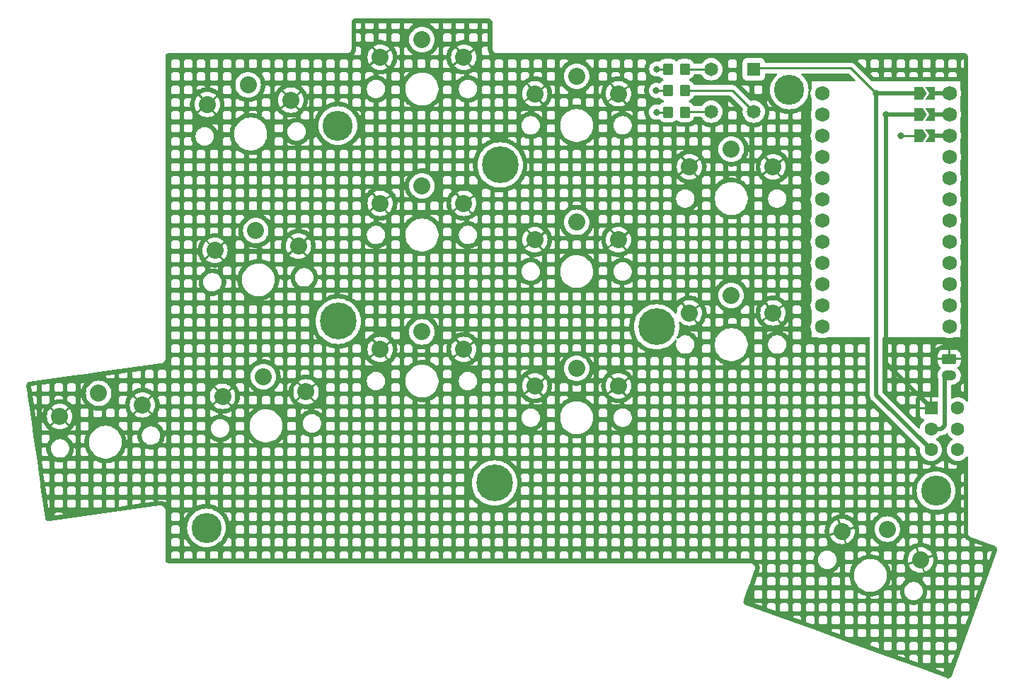
<source format=gbr>
%TF.GenerationSoftware,KiCad,Pcbnew,8.0.5-1.fc40*%
%TF.CreationDate,2024-10-14T16:03:33+11:00*%
%TF.ProjectId,pueo,7075656f-2e6b-4696-9361-645f70636258,0.1*%
%TF.SameCoordinates,Original*%
%TF.FileFunction,Copper,L2,Bot*%
%TF.FilePolarity,Positive*%
%FSLAX46Y46*%
G04 Gerber Fmt 4.6, Leading zero omitted, Abs format (unit mm)*
G04 Created by KiCad (PCBNEW 8.0.5-1.fc40) date 2024-10-14 16:03:33*
%MOMM*%
%LPD*%
G01*
G04 APERTURE LIST*
G04 Aperture macros list*
%AMRoundRect*
0 Rectangle with rounded corners*
0 $1 Rounding radius*
0 $2 $3 $4 $5 $6 $7 $8 $9 X,Y pos of 4 corners*
0 Add a 4 corners polygon primitive as box body*
4,1,4,$2,$3,$4,$5,$6,$7,$8,$9,$2,$3,0*
0 Add four circle primitives for the rounded corners*
1,1,$1+$1,$2,$3*
1,1,$1+$1,$4,$5*
1,1,$1+$1,$6,$7*
1,1,$1+$1,$8,$9*
0 Add four rect primitives between the rounded corners*
20,1,$1+$1,$2,$3,$4,$5,0*
20,1,$1+$1,$4,$5,$6,$7,0*
20,1,$1+$1,$6,$7,$8,$9,0*
20,1,$1+$1,$8,$9,$2,$3,0*%
%AMFreePoly0*
4,1,6,0.150000,0.000000,0.650000,-0.750000,-0.500000,-0.750000,-0.500000,0.750000,0.650000,0.750000,0.150000,0.000000,0.150000,0.000000,$1*%
%AMFreePoly1*
4,1,6,0.500000,-0.750000,-0.500000,-0.750000,-1.000000,0.000000,-0.500000,0.750000,0.500000,0.750000,0.500000,-0.750000,0.500000,-0.750000,$1*%
G04 Aperture macros list end*
%TA.AperFunction,ComponentPad*%
%ADD10C,2.032000*%
%TD*%
%TA.AperFunction,ComponentPad*%
%ADD11O,1.750000X1.200000*%
%TD*%
%TA.AperFunction,ComponentPad*%
%ADD12C,3.600000*%
%TD*%
%TA.AperFunction,SMDPad,CuDef*%
%ADD13R,1.524000X0.500000*%
%TD*%
%TA.AperFunction,SMDPad,CuDef*%
%ADD14FreePoly0,180.000000*%
%TD*%
%TA.AperFunction,ComponentPad*%
%ADD15C,1.752600*%
%TD*%
%TA.AperFunction,SMDPad,CuDef*%
%ADD16FreePoly1,180.000000*%
%TD*%
%TA.AperFunction,ComponentPad*%
%ADD17R,1.640000X1.640000*%
%TD*%
%TA.AperFunction,ComponentPad*%
%ADD18C,1.640000*%
%TD*%
%TA.AperFunction,ComponentPad*%
%ADD19C,4.400000*%
%TD*%
%TA.AperFunction,ComponentPad*%
%ADD20RoundRect,0.250000X-0.625000X0.350000X-0.625000X-0.350000X0.625000X-0.350000X0.625000X0.350000X0*%
%TD*%
%TA.AperFunction,SMDPad,CuDef*%
%ADD21RoundRect,0.250000X0.350000X0.450000X-0.350000X0.450000X-0.350000X-0.450000X0.350000X-0.450000X0*%
%TD*%
%TA.AperFunction,ComponentPad*%
%ADD22R,1.600000X1.600000*%
%TD*%
%TA.AperFunction,ComponentPad*%
%ADD23C,1.600000*%
%TD*%
%TA.AperFunction,ViaPad*%
%ADD24C,0.800000*%
%TD*%
%TA.AperFunction,Conductor*%
%ADD25C,0.250000*%
%TD*%
%TA.AperFunction,Conductor*%
%ADD26C,0.500000*%
%TD*%
G04 APERTURE END LIST*
D10*
%TO.P,S12,1*%
%TO.N,GND*%
X179156026Y-101293880D03*
X189156026Y-101293880D03*
%TO.P,S12,2*%
%TO.N,P9*%
X184156026Y-99193880D03*
%TD*%
%TO.P,S3,1*%
%TO.N,GND*%
X122383761Y-111307933D03*
X132370056Y-110784573D03*
%TO.P,S3,2*%
%TO.N,P15*%
X127267003Y-108949131D03*
%TD*%
D11*
%TO.P,,2,Pin_2*%
%TO.N,bat+*%
X210230620Y-126293722D03*
%TD*%
D12*
%TO.P,REF\u002A\u002A,1*%
%TO.N,N/C*%
X121376426Y-144550274D03*
%TD*%
D10*
%TO.P,S8,1*%
%TO.N,GND*%
X160656028Y-127543879D03*
X170656028Y-127543879D03*
%TO.P,S8,2*%
%TO.N,P2*%
X165656028Y-125443879D03*
%TD*%
D12*
%TO.P,REF\u002A\u002A,1*%
%TO.N,N/C*%
X208656029Y-140093879D03*
%TD*%
D13*
%TO.P,MCU1,*%
%TO.N,*%
X208931031Y-92498881D03*
D14*
X207981032Y-92498883D03*
D15*
X195036038Y-92498883D03*
X210276027Y-92498885D03*
D14*
X207981031Y-95038881D03*
D15*
%TO.N,GND*%
X195036031Y-95038882D03*
X210276031Y-95038883D03*
D13*
%TO.N,*%
X208931032Y-95038884D03*
D15*
X195036032Y-97578881D03*
X210276033Y-97578882D03*
D13*
X208931031Y-97578882D03*
D14*
X207981029Y-97578883D03*
D15*
X210276032Y-100118884D03*
X195036031Y-100118884D03*
D16*
%TO.P,MCU1,1*%
%TO.N,RAW*%
X206531031Y-92498882D03*
%TO.P,MCU1,2*%
%TO.N,GND*%
X206531032Y-95038880D03*
%TO.P,MCU1,3*%
%TO.N,RST*%
X206531031Y-97578882D03*
D15*
%TO.P,MCU1,5*%
%TO.N,P21*%
X210276031Y-102658882D03*
%TO.P,MCU1,6*%
%TO.N,P20*%
X210276031Y-105198881D03*
%TO.P,MCU1,7*%
%TO.N,P19*%
X210276031Y-107738883D03*
%TO.P,MCU1,8*%
%TO.N,P18*%
X210276032Y-110278883D03*
%TO.P,MCU1,9*%
%TO.N,P15*%
X210276031Y-112818880D03*
%TO.P,MCU1,10*%
%TO.N,P14*%
X210276030Y-115358883D03*
%TO.P,MCU1,11*%
%TO.N,P16*%
X210276031Y-117898882D03*
%TO.P,MCU1,12*%
%TO.N,P10*%
X210276024Y-120438881D03*
%TO.P,MCU1,17*%
%TO.N,P2*%
X195036030Y-102658881D03*
%TO.P,MCU1,18*%
%TO.N,P3*%
X195036031Y-105198881D03*
%TO.P,MCU1,19*%
%TO.N,P4*%
X195036031Y-107738883D03*
%TO.P,MCU1,20*%
%TO.N,P5*%
X195036031Y-110278882D03*
%TO.P,MCU1,21*%
%TO.N,P6*%
X195036030Y-112818880D03*
%TO.P,MCU1,22*%
%TO.N,P7*%
X195036029Y-115358882D03*
%TO.P,MCU1,23*%
%TO.N,P8*%
X195036031Y-117898881D03*
%TO.P,MCU1,24*%
%TO.N,P9*%
X195036035Y-120438879D03*
%TD*%
D10*
%TO.P,S13,1*%
%TO.N,GND*%
X197407242Y-144962944D03*
X206804169Y-148383146D03*
%TO.P,S13,2*%
%TO.N,P10*%
X202823948Y-144699691D03*
%TD*%
D12*
%TO.P,REF\u002A\u002A,1*%
%TO.N,N/C*%
X191094500Y-92098000D03*
%TD*%
D10*
%TO.P,S2,1*%
%TO.N,GND*%
X123299642Y-128783953D03*
X133285937Y-128260593D03*
%TO.P,S2,2*%
%TO.N,P14*%
X128182884Y-126425151D03*
%TD*%
D17*
%TO.P,REF\u002A\u002A,1*%
%TO.N,RAW*%
X186851025Y-89617471D03*
D18*
%TO.P,REF\u002A\u002A,2*%
%TO.N,led2*%
X186851025Y-94697471D03*
%TO.P,REF\u002A\u002A,3*%
%TO.N,led3*%
X181771025Y-94697471D03*
%TO.P,REF\u002A\u002A,4*%
%TO.N,led4*%
X181771025Y-89617471D03*
%TD*%
D10*
%TO.P,S7,1*%
%TO.N,GND*%
X142156030Y-88168878D03*
X152156030Y-88168878D03*
%TO.P,S7,2*%
%TO.N,P21*%
X147156030Y-86068878D03*
%TD*%
%TO.P,S5,1*%
%TO.N,GND*%
X142156030Y-123168877D03*
X152156030Y-123168877D03*
%TO.P,S5,2*%
%TO.N,P19*%
X147156030Y-121068877D03*
%TD*%
%TO.P,S10,1*%
%TO.N,GND*%
X160656031Y-92543881D03*
X170656031Y-92543881D03*
%TO.P,S10,2*%
%TO.N,P4*%
X165656031Y-90443881D03*
%TD*%
%TO.P,S4,1*%
%TO.N,GND*%
X121467879Y-93831917D03*
X131454174Y-93308557D03*
%TO.P,S4,2*%
%TO.N,P18*%
X126351121Y-91473115D03*
%TD*%
%TO.P,S11,1*%
%TO.N,GND*%
X179156029Y-118793876D03*
X189156029Y-118793876D03*
%TO.P,S11,2*%
%TO.N,P8*%
X184156029Y-116693876D03*
%TD*%
%TO.P,S6,1*%
%TO.N,GND*%
X142156027Y-105668877D03*
X152156027Y-105668877D03*
%TO.P,S6,2*%
%TO.N,P20*%
X147156027Y-103568877D03*
%TD*%
%TO.P,S1,1*%
%TO.N,GND*%
X103812545Y-131206675D03*
X113715226Y-129814948D03*
%TO.P,S1,2*%
%TO.N,P16*%
X108471622Y-128431250D03*
%TD*%
D12*
%TO.P,REF\u002A\u002A,1*%
%TO.N,N/C*%
X137095585Y-96366398D03*
%TD*%
D19*
%TO.P,REF\u002A\u002A,1*%
%TO.N,N/C*%
X137125410Y-119801411D03*
X156504977Y-101086780D03*
X155840041Y-139180978D03*
X175219608Y-120466347D03*
%TD*%
D20*
%TO.P,,1,Pin_1*%
%TO.N,GND*%
X210230624Y-124293721D03*
%TD*%
D10*
%TO.P,S9,1*%
%TO.N,GND*%
X160656024Y-110043883D03*
X170656024Y-110043883D03*
%TO.P,S9,2*%
%TO.N,P3*%
X165656024Y-107943883D03*
%TD*%
D21*
%TO.P,REF\u002A\u002A,1*%
%TO.N,led3*%
X178584161Y-94744024D03*
%TO.P,REF\u002A\u002A,2*%
%TO.N,P7*%
X176584161Y-94744024D03*
%TD*%
%TO.P,REF\u002A\u002A,1*%
%TO.N,led2*%
X178584162Y-92157474D03*
%TO.P,REF\u002A\u002A,2*%
%TO.N,P6*%
X176584162Y-92157474D03*
%TD*%
%TO.P,REF\u002A\u002A,1*%
%TO.N,led4*%
X178584162Y-89594022D03*
%TO.P,REF\u002A\u002A,2*%
%TO.N,P5*%
X176584162Y-89594022D03*
%TD*%
D22*
%TO.P,on/off,1*%
%TO.N,GND*%
X208056031Y-130193873D03*
D23*
%TO.P,on/off,2*%
%TO.N,bat+*%
X208056024Y-132693874D03*
%TO.P,on/off,3*%
%TO.N,RAW*%
X208056039Y-135193873D03*
%TO.P,on/off,4*%
%TO.N,N/C*%
X211256041Y-130193865D03*
%TO.P,on/off,5*%
X211256036Y-132693873D03*
%TO.P,on/off,6*%
X211256025Y-135193872D03*
%TD*%
D24*
%TO.N,P6*%
X175192432Y-92157471D03*
%TO.N,P5*%
X175255879Y-89594024D03*
%TO.N,P7*%
X175206175Y-94744022D03*
%TO.N,RAW*%
X201500000Y-92498881D03*
%TO.N,GND*%
X202700000Y-95038880D03*
%TO.N,RST*%
X204421118Y-97578882D03*
%TD*%
D25*
%TO.N,P6*%
X176584161Y-92157473D02*
X175192432Y-92157471D01*
%TO.N,P5*%
X176584162Y-89594025D02*
X175255879Y-89594024D01*
%TO.N,P7*%
X176584162Y-94744022D02*
X175206175Y-94744022D01*
D26*
%TO.N,RAW*%
X201500000Y-92498881D02*
X201500000Y-128637834D01*
D25*
X201601118Y-92498882D02*
X201600000Y-92500000D01*
D26*
X206531031Y-92498882D02*
X201601118Y-92498882D01*
X201500000Y-128637834D02*
X208056039Y-135193873D01*
D25*
X198469998Y-89468879D02*
X201500000Y-92498881D01*
X186851025Y-89617471D02*
X186999617Y-89468879D01*
X186999617Y-89468879D02*
X198469998Y-89468879D01*
%TO.N,GND*%
X202700000Y-95038880D02*
X202638880Y-95038880D01*
D26*
X208056031Y-130193873D02*
X202700000Y-124837842D01*
X206531032Y-95038880D02*
X202700000Y-95038880D01*
X202700000Y-124837842D02*
X202700000Y-95038880D01*
D25*
%TO.N,RST*%
X206531031Y-97578882D02*
X204421118Y-97578882D01*
%TO.N,led4*%
X181771024Y-89617473D02*
X178607609Y-89617473D01*
X178607609Y-89617473D02*
X178584162Y-89594022D01*
%TO.N,led3*%
X181771023Y-94697472D02*
X178630711Y-94697475D01*
X178630711Y-94697475D02*
X178584161Y-94744021D01*
%TO.N,led2*%
X184311025Y-92157471D02*
X178584162Y-92157475D01*
X186851026Y-94697470D02*
X184311025Y-92157471D01*
D26*
%TO.N,bat+*%
X208056024Y-132693874D02*
X209306126Y-132693874D01*
X209700000Y-126824342D02*
X210230620Y-126293722D01*
X209700000Y-132300000D02*
X209700000Y-126824342D01*
X209306126Y-132693874D02*
X209700000Y-132300000D01*
%TD*%
%TA.AperFunction,Conductor*%
%TO.N,GND*%
G36*
X155147903Y-83544377D02*
G01*
X155164065Y-83545437D01*
X155249708Y-83556717D01*
X155280969Y-83565095D01*
X155353189Y-83595012D01*
X155381220Y-83611197D01*
X155443232Y-83658781D01*
X155466121Y-83681670D01*
X155513706Y-83743685D01*
X155529890Y-83771715D01*
X155559806Y-83843935D01*
X155568183Y-83875194D01*
X155579468Y-83960889D01*
X155580529Y-83977070D01*
X155580529Y-87042504D01*
X155580525Y-87042514D01*
X155580524Y-87093872D01*
X155580522Y-87158717D01*
X155580523Y-87158720D01*
X155609375Y-87285154D01*
X155645119Y-87359379D01*
X155665644Y-87402002D01*
X155665654Y-87402014D01*
X155746502Y-87503398D01*
X155784724Y-87533878D01*
X155847899Y-87584257D01*
X155964746Y-87640524D01*
X156091184Y-87669378D01*
X156156011Y-87669376D01*
X212060402Y-87669376D01*
X212076571Y-87670437D01*
X212162213Y-87681716D01*
X212193471Y-87690094D01*
X212265693Y-87720012D01*
X212293720Y-87736194D01*
X212302668Y-87743061D01*
X212355737Y-87783785D01*
X212378622Y-87806671D01*
X212426206Y-87868683D01*
X212442392Y-87896716D01*
X212472307Y-87968935D01*
X212480685Y-88000201D01*
X212491969Y-88085895D01*
X212493030Y-88102083D01*
X212493030Y-129285891D01*
X212473345Y-129352930D01*
X212420541Y-129398685D01*
X212351383Y-129408629D01*
X212287827Y-129379604D01*
X212267458Y-129357019D01*
X212267062Y-129356453D01*
X212262239Y-129349565D01*
X212100341Y-129187667D01*
X211912790Y-129056342D01*
X211912786Y-129056340D01*
X211705290Y-128959583D01*
X211705279Y-128959579D01*
X211484130Y-128900322D01*
X211484122Y-128900321D01*
X211256043Y-128880367D01*
X211256039Y-128880367D01*
X211027959Y-128900321D01*
X211027951Y-128900322D01*
X210806802Y-128959579D01*
X210806791Y-128959583D01*
X210634904Y-129039735D01*
X210565827Y-129050227D01*
X210502043Y-129021707D01*
X210463804Y-128963230D01*
X210458500Y-128927353D01*
X210458500Y-127526222D01*
X210478185Y-127459183D01*
X210479595Y-127457961D01*
X211684025Y-127457961D01*
X211684025Y-128042014D01*
X211836387Y-128194376D01*
X211945030Y-128194376D01*
X211945030Y-127192376D01*
X211900256Y-127192376D01*
X211788149Y-127346679D01*
X211785211Y-127350561D01*
X211777908Y-127359825D01*
X211774811Y-127363598D01*
X211760829Y-127379966D01*
X211757595Y-127383605D01*
X211749605Y-127392247D01*
X211746237Y-127395749D01*
X211684025Y-127457961D01*
X210479595Y-127457961D01*
X210530989Y-127413428D01*
X210582500Y-127402222D01*
X210592860Y-127402222D01*
X210592861Y-127402222D01*
X210765194Y-127374927D01*
X210931136Y-127321010D01*
X211086601Y-127241796D01*
X211227759Y-127139239D01*
X211351137Y-127015861D01*
X211453694Y-126874703D01*
X211532908Y-126719238D01*
X211586825Y-126553296D01*
X211614120Y-126380963D01*
X211614120Y-126206481D01*
X211586825Y-126034148D01*
X211536590Y-125879538D01*
X211532909Y-125868208D01*
X211532908Y-125868205D01*
X211505391Y-125814202D01*
X211453694Y-125712741D01*
X211422992Y-125670483D01*
X211351142Y-125571589D01*
X211351138Y-125571584D01*
X211244127Y-125464573D01*
X211210642Y-125403250D01*
X211215626Y-125333558D01*
X211257498Y-125277625D01*
X211266712Y-125271353D01*
X211323967Y-125236038D01*
X211447939Y-125112066D01*
X211539980Y-124962845D01*
X211539982Y-124962840D01*
X211595129Y-124796418D01*
X211595130Y-124796411D01*
X211605623Y-124693707D01*
X211605624Y-124693694D01*
X211605624Y-124418721D01*
X210585359Y-124418721D01*
X210605624Y-124343091D01*
X210605624Y-124244351D01*
X210585359Y-124168721D01*
X211605623Y-124168721D01*
X211605623Y-123893749D01*
X211605622Y-123893734D01*
X211595129Y-123791023D01*
X211539982Y-123624601D01*
X211539980Y-123624596D01*
X211447939Y-123475375D01*
X211323969Y-123351405D01*
X211174748Y-123259364D01*
X211174743Y-123259362D01*
X211008321Y-123204215D01*
X211008314Y-123204214D01*
X210905610Y-123193721D01*
X210355624Y-123193721D01*
X210355624Y-123938986D01*
X210279994Y-123918721D01*
X210181254Y-123918721D01*
X210105624Y-123938986D01*
X210105624Y-123193721D01*
X209555652Y-123193721D01*
X209555636Y-123193722D01*
X209452926Y-123204215D01*
X209286504Y-123259362D01*
X209286499Y-123259364D01*
X209137278Y-123351405D01*
X209013308Y-123475375D01*
X208921267Y-123624596D01*
X208921265Y-123624601D01*
X208866118Y-123791023D01*
X208866117Y-123791030D01*
X208855624Y-123893734D01*
X208855624Y-124168721D01*
X209875889Y-124168721D01*
X209855624Y-124244351D01*
X209855624Y-124343091D01*
X209875889Y-124418721D01*
X208855625Y-124418721D01*
X208855625Y-124693707D01*
X208866118Y-124796418D01*
X208921265Y-124962840D01*
X208921267Y-124962845D01*
X209013308Y-125112066D01*
X209137278Y-125236036D01*
X209194531Y-125271350D01*
X209241255Y-125323298D01*
X209252478Y-125392260D01*
X209224634Y-125456343D01*
X209217116Y-125464570D01*
X209110096Y-125571590D01*
X209007548Y-125712737D01*
X208928331Y-125868205D01*
X208928330Y-125868208D01*
X208874415Y-126034146D01*
X208863271Y-126104506D01*
X208847120Y-126206481D01*
X208847120Y-126380963D01*
X208853663Y-126422271D01*
X208874415Y-126553297D01*
X208928331Y-126719237D01*
X208930195Y-126723736D01*
X208929314Y-126724100D01*
X208941500Y-126774851D01*
X208941500Y-128769873D01*
X208921815Y-128836912D01*
X208869011Y-128882667D01*
X208817500Y-128893873D01*
X208181031Y-128893873D01*
X208181031Y-129813255D01*
X208108692Y-129793873D01*
X208003370Y-129793873D01*
X207931031Y-129813255D01*
X207931031Y-128893873D01*
X207208186Y-128893873D01*
X207148658Y-128900274D01*
X207148651Y-128900276D01*
X207013944Y-128950518D01*
X207013937Y-128950522D01*
X206898843Y-129036682D01*
X206898840Y-129036685D01*
X206812680Y-129151779D01*
X206812676Y-129151786D01*
X206762434Y-129286493D01*
X206762432Y-129286500D01*
X206756031Y-129346028D01*
X206756031Y-130068873D01*
X207675414Y-130068873D01*
X207656031Y-130141212D01*
X207656031Y-130246534D01*
X207675414Y-130318873D01*
X206756031Y-130318873D01*
X206756031Y-131041717D01*
X206762432Y-131101245D01*
X206762434Y-131101252D01*
X206812676Y-131235959D01*
X206812680Y-131235966D01*
X206898840Y-131351060D01*
X206898843Y-131351063D01*
X207013937Y-131437223D01*
X207013944Y-131437227D01*
X207155923Y-131490182D01*
X207155130Y-131492307D01*
X207205921Y-131521219D01*
X207238316Y-131583124D01*
X207232099Y-131652717D01*
X207204384Y-131695016D01*
X207049827Y-131849573D01*
X206918500Y-132037126D01*
X206918499Y-132037128D01*
X206821742Y-132244624D01*
X206821738Y-132244635D01*
X206762481Y-132465784D01*
X206762480Y-132465791D01*
X206756546Y-132533618D01*
X206731093Y-132598686D01*
X206674501Y-132639664D01*
X206604739Y-132643541D01*
X206545337Y-132610490D01*
X204379585Y-130444738D01*
X205484025Y-130444738D01*
X205484025Y-130774190D01*
X206004211Y-131294376D01*
X206249589Y-131294376D01*
X206242996Y-131276699D01*
X206240517Y-131269358D01*
X206235073Y-131251410D01*
X206233057Y-131243931D01*
X206225179Y-131210588D01*
X206223634Y-131202998D01*
X206220472Y-131184527D01*
X206219405Y-131176861D01*
X206210386Y-131092983D01*
X206210074Y-131089668D01*
X206209429Y-131081649D01*
X206209208Y-131078340D01*
X206208423Y-131063685D01*
X206208289Y-131060360D01*
X206208075Y-131052341D01*
X206208031Y-131049033D01*
X206208031Y-130292376D01*
X205636387Y-130292376D01*
X205484025Y-130444738D01*
X204379585Y-130444738D01*
X202829585Y-128894738D01*
X203934025Y-128894738D01*
X203934025Y-129224190D01*
X204454211Y-129744376D01*
X204783663Y-129744376D01*
X204936025Y-129592014D01*
X204936025Y-128894738D01*
X205484025Y-128894738D01*
X205484025Y-129592014D01*
X205636387Y-129744376D01*
X206208031Y-129744376D01*
X206208031Y-129338713D01*
X206208075Y-129335405D01*
X206208289Y-129327386D01*
X206208423Y-129324061D01*
X206209208Y-129309406D01*
X206209429Y-129306097D01*
X206210074Y-129298078D01*
X206210386Y-129294763D01*
X206219405Y-129210885D01*
X206220472Y-129203219D01*
X206223634Y-129184748D01*
X206225179Y-129177158D01*
X206233057Y-129143815D01*
X206235073Y-129136336D01*
X206240517Y-129118388D01*
X206242996Y-129111047D01*
X206306072Y-128941930D01*
X206309459Y-128933752D01*
X206318362Y-128914257D01*
X206322327Y-128906338D01*
X206341099Y-128871962D01*
X206345613Y-128864354D01*
X206357198Y-128846327D01*
X206362247Y-128839054D01*
X206391399Y-128800112D01*
X206333663Y-128742376D01*
X205636387Y-128742376D01*
X205484025Y-128894738D01*
X204936025Y-128894738D01*
X204783663Y-128742376D01*
X204086387Y-128742376D01*
X203934025Y-128894738D01*
X202829585Y-128894738D01*
X202294819Y-128359972D01*
X202261334Y-128298649D01*
X202258500Y-128272291D01*
X202258500Y-128096665D01*
X202806500Y-128096665D01*
X202904211Y-128194376D01*
X203233663Y-128194376D01*
X203386025Y-128042014D01*
X203386025Y-127344738D01*
X203934025Y-127344738D01*
X203934025Y-128042014D01*
X204086387Y-128194376D01*
X204783663Y-128194376D01*
X204936025Y-128042014D01*
X204936025Y-127344738D01*
X205484025Y-127344738D01*
X205484025Y-128042014D01*
X205636387Y-128194376D01*
X206333663Y-128194376D01*
X206486025Y-128042014D01*
X206486025Y-127344738D01*
X207034025Y-127344738D01*
X207034025Y-128042014D01*
X207186387Y-128194376D01*
X207883663Y-128194376D01*
X208036025Y-128042014D01*
X208036025Y-127344738D01*
X207883663Y-127192376D01*
X207186387Y-127192376D01*
X207034025Y-127344738D01*
X206486025Y-127344738D01*
X206333663Y-127192376D01*
X205636387Y-127192376D01*
X205484025Y-127344738D01*
X204936025Y-127344738D01*
X204783663Y-127192376D01*
X204086387Y-127192376D01*
X203934025Y-127344738D01*
X203386025Y-127344738D01*
X203233663Y-127192376D01*
X202806500Y-127192376D01*
X202806500Y-128096665D01*
X202258500Y-128096665D01*
X202258500Y-126644376D01*
X202806500Y-126644376D01*
X203233663Y-126644376D01*
X203386025Y-126492014D01*
X203386025Y-125794738D01*
X203934025Y-125794738D01*
X203934025Y-126492014D01*
X204086387Y-126644376D01*
X204783663Y-126644376D01*
X204936025Y-126492014D01*
X204936025Y-125794738D01*
X205484025Y-125794738D01*
X205484025Y-126492014D01*
X205636387Y-126644376D01*
X206333663Y-126644376D01*
X206486025Y-126492014D01*
X206486025Y-125794738D01*
X207034025Y-125794738D01*
X207034025Y-126492014D01*
X207186387Y-126644376D01*
X207883663Y-126644376D01*
X208036025Y-126492014D01*
X208036025Y-125794738D01*
X207883663Y-125642376D01*
X207186387Y-125642376D01*
X207034025Y-125794738D01*
X206486025Y-125794738D01*
X206333663Y-125642376D01*
X205636387Y-125642376D01*
X205484025Y-125794738D01*
X204936025Y-125794738D01*
X204783663Y-125642376D01*
X204086387Y-125642376D01*
X203934025Y-125794738D01*
X203386025Y-125794738D01*
X203233663Y-125642376D01*
X202806500Y-125642376D01*
X202806500Y-126644376D01*
X202258500Y-126644376D01*
X202258500Y-125094376D01*
X202806500Y-125094376D01*
X203233663Y-125094376D01*
X203386025Y-124942014D01*
X203386025Y-124244738D01*
X203934025Y-124244738D01*
X203934025Y-124942014D01*
X204086387Y-125094376D01*
X204783663Y-125094376D01*
X204936025Y-124942014D01*
X204936025Y-124244738D01*
X205484025Y-124244738D01*
X205484025Y-124942014D01*
X205636387Y-125094376D01*
X206333663Y-125094376D01*
X206486025Y-124942014D01*
X206486025Y-124244738D01*
X207034025Y-124244738D01*
X207034025Y-124942014D01*
X207186387Y-125094376D01*
X207883663Y-125094376D01*
X208036025Y-124942014D01*
X208036025Y-124244738D01*
X207883663Y-124092376D01*
X207186387Y-124092376D01*
X207034025Y-124244738D01*
X206486025Y-124244738D01*
X206333663Y-124092376D01*
X205636387Y-124092376D01*
X205484025Y-124244738D01*
X204936025Y-124244738D01*
X204783663Y-124092376D01*
X204086387Y-124092376D01*
X203934025Y-124244738D01*
X203386025Y-124244738D01*
X203233663Y-124092376D01*
X202806500Y-124092376D01*
X202806500Y-125094376D01*
X202258500Y-125094376D01*
X202258500Y-123544376D01*
X202806500Y-123544376D01*
X203233663Y-123544376D01*
X203386025Y-123392014D01*
X203386025Y-122694738D01*
X203934025Y-122694738D01*
X203934025Y-123392014D01*
X204086387Y-123544376D01*
X204783663Y-123544376D01*
X204936025Y-123392014D01*
X204936025Y-122694738D01*
X205484025Y-122694738D01*
X205484025Y-123392014D01*
X205636387Y-123544376D01*
X206333663Y-123544376D01*
X206486025Y-123392014D01*
X206486025Y-122694738D01*
X207034025Y-122694738D01*
X207034025Y-123392014D01*
X207186387Y-123544376D01*
X207883663Y-123544376D01*
X208036025Y-123392014D01*
X208036025Y-122694738D01*
X208584025Y-122694738D01*
X208584025Y-123134757D01*
X208593346Y-123122970D01*
X208597982Y-123117445D01*
X208609586Y-123104406D01*
X208614535Y-123099161D01*
X208761064Y-122952632D01*
X208766309Y-122947683D01*
X208779348Y-122936079D01*
X208784873Y-122931443D01*
X208809898Y-122911655D01*
X208815684Y-122907347D01*
X208829988Y-122897331D01*
X208836016Y-122893366D01*
X209012394Y-122784575D01*
X209018643Y-122780968D01*
X209034013Y-122772681D01*
X209040457Y-122769444D01*
X209069370Y-122755962D01*
X209075997Y-122753104D01*
X209092217Y-122746661D01*
X209098990Y-122744196D01*
X209294752Y-122679326D01*
X209301225Y-122677375D01*
X209317023Y-122673080D01*
X209323600Y-122671484D01*
X209352846Y-122665224D01*
X209359499Y-122663988D01*
X209375663Y-122661441D01*
X209382362Y-122660572D01*
X209506895Y-122647850D01*
X209510034Y-122647570D01*
X209517651Y-122646987D01*
X209520811Y-122646785D01*
X209534741Y-122646076D01*
X209537266Y-122645979D01*
X209433663Y-122542376D01*
X208736387Y-122542376D01*
X208584025Y-122694738D01*
X208036025Y-122694738D01*
X207883663Y-122542376D01*
X207186387Y-122542376D01*
X207034025Y-122694738D01*
X206486025Y-122694738D01*
X206333663Y-122542376D01*
X205636387Y-122542376D01*
X205484025Y-122694738D01*
X204936025Y-122694738D01*
X204783663Y-122542376D01*
X204086387Y-122542376D01*
X203934025Y-122694738D01*
X203386025Y-122694738D01*
X203233663Y-122542376D01*
X202806500Y-122542376D01*
X202806500Y-123544376D01*
X202258500Y-123544376D01*
X202258500Y-121832881D01*
X202278185Y-121765842D01*
X202330989Y-121720087D01*
X202382500Y-121708881D01*
X209689849Y-121708881D01*
X209730112Y-121715600D01*
X209921695Y-121781370D01*
X209934911Y-121785907D01*
X210161276Y-121823681D01*
X210161277Y-121823681D01*
X210390771Y-121823681D01*
X210390772Y-121823681D01*
X210617137Y-121785907D01*
X210821935Y-121715599D01*
X210862196Y-121708881D01*
X211576031Y-121708882D01*
X211576031Y-120948552D01*
X211586477Y-120898738D01*
X211590281Y-120890066D01*
X211646618Y-120667593D01*
X211663294Y-120466347D01*
X211665570Y-120438886D01*
X211665570Y-120438875D01*
X211648832Y-120236887D01*
X211646618Y-120210169D01*
X211590281Y-119987696D01*
X211586473Y-119979016D01*
X211576031Y-119929209D01*
X211576031Y-118408570D01*
X211586475Y-118358759D01*
X211586888Y-118357818D01*
X211590288Y-118350067D01*
X211646625Y-118127594D01*
X211662134Y-117940436D01*
X211665577Y-117898887D01*
X211665577Y-117898876D01*
X211646625Y-117670173D01*
X211646625Y-117670172D01*
X211646625Y-117670170D01*
X211590288Y-117447697D01*
X211590287Y-117447694D01*
X211586474Y-117439001D01*
X211576031Y-117389194D01*
X211576031Y-115868568D01*
X211586478Y-115818752D01*
X211590284Y-115810074D01*
X211590287Y-115810067D01*
X211594096Y-115795027D01*
X211646624Y-115587595D01*
X211657469Y-115456716D01*
X211665576Y-115358888D01*
X211665576Y-115358877D01*
X211648728Y-115155563D01*
X211646624Y-115130171D01*
X211590287Y-114907698D01*
X211586475Y-114899007D01*
X211576031Y-114849197D01*
X211576031Y-113328566D01*
X211586475Y-113278756D01*
X211590288Y-113270065D01*
X211646625Y-113047592D01*
X211665221Y-112823175D01*
X211665577Y-112818885D01*
X211665577Y-112818874D01*
X211650261Y-112634049D01*
X211646625Y-112590168D01*
X211590288Y-112367695D01*
X211590214Y-112367526D01*
X211586474Y-112358998D01*
X211576031Y-112309191D01*
X211576031Y-110788571D01*
X211586477Y-110738757D01*
X211590289Y-110730068D01*
X211646626Y-110507595D01*
X211658895Y-110359537D01*
X211665578Y-110278888D01*
X211665578Y-110278877D01*
X211648905Y-110077672D01*
X211646626Y-110050171D01*
X211590289Y-109827698D01*
X211590289Y-109827697D01*
X211590288Y-109827694D01*
X211586476Y-109819004D01*
X211576031Y-109769193D01*
X211576031Y-108248569D01*
X211586475Y-108198759D01*
X211590288Y-108190068D01*
X211646625Y-107967595D01*
X211658535Y-107823870D01*
X211665577Y-107738888D01*
X211665577Y-107738877D01*
X211650498Y-107556906D01*
X211646625Y-107510171D01*
X211590288Y-107287698D01*
X211590287Y-107287695D01*
X211586474Y-107279001D01*
X211576031Y-107229194D01*
X211576031Y-105708567D01*
X211586475Y-105658757D01*
X211590288Y-105650066D01*
X211646625Y-105427593D01*
X211663605Y-105222680D01*
X211665577Y-105198886D01*
X211665577Y-105198875D01*
X211646625Y-104970172D01*
X211646625Y-104970169D01*
X211590288Y-104747696D01*
X211588524Y-104743674D01*
X211586474Y-104738999D01*
X211576031Y-104689192D01*
X211576031Y-103168568D01*
X211586475Y-103118758D01*
X211590288Y-103110067D01*
X211646625Y-102887594D01*
X211659414Y-102733253D01*
X211665577Y-102658887D01*
X211665577Y-102658876D01*
X211651021Y-102483223D01*
X211646625Y-102430170D01*
X211590288Y-102207697D01*
X211590287Y-102207694D01*
X211586474Y-102199000D01*
X211576031Y-102149193D01*
X211576031Y-100628572D01*
X211586477Y-100578758D01*
X211590289Y-100570068D01*
X211646626Y-100347596D01*
X211655049Y-100245946D01*
X211665578Y-100118889D01*
X211665578Y-100118878D01*
X211646626Y-99890175D01*
X211646626Y-99890172D01*
X211590289Y-99667699D01*
X211590288Y-99667696D01*
X211590288Y-99667695D01*
X211586476Y-99659005D01*
X211576031Y-99609194D01*
X211576031Y-98088573D01*
X211586476Y-98038760D01*
X211590290Y-98030067D01*
X211646627Y-97807594D01*
X211665579Y-97578882D01*
X211665578Y-97578875D01*
X211646627Y-97350173D01*
X211646627Y-97350172D01*
X211646627Y-97350170D01*
X211590290Y-97127697D01*
X211590287Y-97127690D01*
X211586476Y-97119001D01*
X211576031Y-97069189D01*
X211576031Y-95526019D01*
X211581636Y-95492440D01*
X211580961Y-95492270D01*
X211638213Y-95266185D01*
X211657048Y-95038888D01*
X211657048Y-95038877D01*
X211638213Y-94811578D01*
X211580962Y-94585496D01*
X211581635Y-94585325D01*
X211576031Y-94551744D01*
X211576031Y-93008562D01*
X211586476Y-92958750D01*
X211590284Y-92950070D01*
X211646621Y-92727597D01*
X211660970Y-92554432D01*
X211665573Y-92498890D01*
X211665573Y-92498879D01*
X211650023Y-92311229D01*
X211646621Y-92270173D01*
X211590284Y-92047700D01*
X211586476Y-92039019D01*
X211576031Y-91989206D01*
X211576031Y-91576348D01*
X211576032Y-91088882D01*
X211576031Y-91088881D01*
X201037265Y-91088880D01*
X200970226Y-91069195D01*
X200949584Y-91052561D01*
X200041761Y-90144738D01*
X200834025Y-90144738D01*
X200834025Y-90162013D01*
X201212891Y-90540880D01*
X201836025Y-90540880D01*
X201836025Y-90144738D01*
X202384025Y-90144738D01*
X202384025Y-90540880D01*
X203386025Y-90540880D01*
X203386025Y-90144738D01*
X203934025Y-90144738D01*
X203934025Y-90540880D01*
X204936025Y-90540880D01*
X204936025Y-90144738D01*
X205484025Y-90144738D01*
X205484025Y-90540880D01*
X206486025Y-90540880D01*
X206486025Y-90144738D01*
X207034025Y-90144738D01*
X207034025Y-90540881D01*
X208036025Y-90540881D01*
X208036025Y-90144738D01*
X208584025Y-90144738D01*
X208584025Y-90540881D01*
X209586025Y-90540881D01*
X209586025Y-90144738D01*
X210134025Y-90144738D01*
X210134025Y-90540881D01*
X211136025Y-90540881D01*
X211136025Y-90144738D01*
X210983663Y-89992376D01*
X210286387Y-89992376D01*
X210134025Y-90144738D01*
X209586025Y-90144738D01*
X209433663Y-89992376D01*
X208736387Y-89992376D01*
X208584025Y-90144738D01*
X208036025Y-90144738D01*
X207883663Y-89992376D01*
X207186387Y-89992376D01*
X207034025Y-90144738D01*
X206486025Y-90144738D01*
X206333663Y-89992376D01*
X205636387Y-89992376D01*
X205484025Y-90144738D01*
X204936025Y-90144738D01*
X204783663Y-89992376D01*
X204086387Y-89992376D01*
X203934025Y-90144738D01*
X203386025Y-90144738D01*
X203233663Y-89992376D01*
X202536387Y-89992376D01*
X202384025Y-90144738D01*
X201836025Y-90144738D01*
X201683663Y-89992376D01*
X200986387Y-89992376D01*
X200834025Y-90144738D01*
X200041761Y-90144738D01*
X198873834Y-88976810D01*
X198873830Y-88976807D01*
X198770079Y-88907482D01*
X198770070Y-88907477D01*
X198654783Y-88859724D01*
X198654775Y-88859722D01*
X198532396Y-88835379D01*
X198532392Y-88835379D01*
X188300213Y-88835379D01*
X188233174Y-88815694D01*
X188187419Y-88762890D01*
X188176924Y-88724635D01*
X188175448Y-88710910D01*
X188173014Y-88688270D01*
X188166337Y-88670369D01*
X188138128Y-88594738D01*
X199284025Y-88594738D01*
X199284025Y-88612013D01*
X200116388Y-89444376D01*
X200133663Y-89444376D01*
X200286025Y-89292014D01*
X200286025Y-88594738D01*
X200834025Y-88594738D01*
X200834025Y-89292014D01*
X200986387Y-89444376D01*
X201683663Y-89444376D01*
X201836025Y-89292014D01*
X201836025Y-88594738D01*
X202384025Y-88594738D01*
X202384025Y-89292014D01*
X202536387Y-89444376D01*
X203233663Y-89444376D01*
X203386025Y-89292014D01*
X203386025Y-88594738D01*
X203934025Y-88594738D01*
X203934025Y-89292014D01*
X204086387Y-89444376D01*
X204783663Y-89444376D01*
X204936025Y-89292014D01*
X204936025Y-88594738D01*
X205484025Y-88594738D01*
X205484025Y-89292014D01*
X205636387Y-89444376D01*
X206333663Y-89444376D01*
X206486025Y-89292014D01*
X206486025Y-88594738D01*
X207034025Y-88594738D01*
X207034025Y-89292014D01*
X207186387Y-89444376D01*
X207883663Y-89444376D01*
X208036025Y-89292014D01*
X208036025Y-88594738D01*
X208584025Y-88594738D01*
X208584025Y-89292014D01*
X208736387Y-89444376D01*
X209433663Y-89444376D01*
X209586025Y-89292014D01*
X209586025Y-88594738D01*
X210134025Y-88594738D01*
X210134025Y-89292014D01*
X210286387Y-89444376D01*
X210983663Y-89444376D01*
X211136025Y-89292014D01*
X211136025Y-88594738D01*
X211684025Y-88594738D01*
X211684025Y-89292014D01*
X211836387Y-89444376D01*
X211945030Y-89444376D01*
X211945030Y-88442376D01*
X211836387Y-88442376D01*
X211684025Y-88594738D01*
X211136025Y-88594738D01*
X210983663Y-88442376D01*
X210286387Y-88442376D01*
X210134025Y-88594738D01*
X209586025Y-88594738D01*
X209433663Y-88442376D01*
X208736387Y-88442376D01*
X208584025Y-88594738D01*
X208036025Y-88594738D01*
X207883663Y-88442376D01*
X207186387Y-88442376D01*
X207034025Y-88594738D01*
X206486025Y-88594738D01*
X206333663Y-88442376D01*
X205636387Y-88442376D01*
X205484025Y-88594738D01*
X204936025Y-88594738D01*
X204783663Y-88442376D01*
X204086387Y-88442376D01*
X203934025Y-88594738D01*
X203386025Y-88594738D01*
X203233663Y-88442376D01*
X202536387Y-88442376D01*
X202384025Y-88594738D01*
X201836025Y-88594738D01*
X201683663Y-88442376D01*
X200986387Y-88442376D01*
X200834025Y-88594738D01*
X200286025Y-88594738D01*
X200133663Y-88442376D01*
X199436387Y-88442376D01*
X199284025Y-88594738D01*
X188138128Y-88594738D01*
X188121914Y-88551267D01*
X188034286Y-88434210D01*
X187917229Y-88346582D01*
X187910127Y-88343933D01*
X187780228Y-88295482D01*
X187719679Y-88288971D01*
X187719663Y-88288971D01*
X185982387Y-88288971D01*
X185982370Y-88288971D01*
X185921822Y-88295482D01*
X185921820Y-88295482D01*
X185784820Y-88346582D01*
X185667764Y-88434210D01*
X185580136Y-88551266D01*
X185529036Y-88688266D01*
X185529036Y-88688268D01*
X185522525Y-88748816D01*
X185522525Y-90486125D01*
X185529036Y-90546673D01*
X185529036Y-90546675D01*
X185564984Y-90643052D01*
X185580136Y-90683675D01*
X185667764Y-90800732D01*
X185784821Y-90888360D01*
X185921824Y-90939460D01*
X185949075Y-90942389D01*
X185982370Y-90945970D01*
X185982387Y-90945971D01*
X187719663Y-90945971D01*
X187719679Y-90945970D01*
X187746717Y-90943062D01*
X187780226Y-90939460D01*
X187917229Y-90888360D01*
X188034286Y-90800732D01*
X188121914Y-90683675D01*
X188173014Y-90546672D01*
X188177687Y-90503205D01*
X188179524Y-90486125D01*
X188179525Y-90486108D01*
X188179525Y-90226379D01*
X188199210Y-90159340D01*
X188252014Y-90113585D01*
X188303525Y-90102379D01*
X189539412Y-90102379D01*
X189606451Y-90122064D01*
X189652206Y-90174868D01*
X189662150Y-90244026D01*
X189633125Y-90307582D01*
X189621171Y-90319607D01*
X189458641Y-90462141D01*
X189259115Y-90689657D01*
X189090994Y-90941268D01*
X189090985Y-90941283D01*
X188957155Y-91212663D01*
X188957146Y-91212684D01*
X188859878Y-91499225D01*
X188859875Y-91499239D01*
X188802633Y-91787017D01*
X188800839Y-91796034D01*
X188781047Y-92098000D01*
X188800839Y-92399966D01*
X188859876Y-92696766D01*
X188859878Y-92696773D01*
X188859880Y-92696779D01*
X188957144Y-92983312D01*
X188957148Y-92983322D01*
X189090988Y-93254722D01*
X189090992Y-93254729D01*
X189259112Y-93506339D01*
X189458641Y-93733858D01*
X189686160Y-93933387D01*
X189937770Y-94101507D01*
X189937777Y-94101511D01*
X190209177Y-94235351D01*
X190209187Y-94235355D01*
X190405053Y-94301842D01*
X190495734Y-94332624D01*
X190792534Y-94391661D01*
X191094500Y-94411453D01*
X191396466Y-94391661D01*
X191693266Y-94332624D01*
X191886313Y-94267093D01*
X191979812Y-94235355D01*
X191979822Y-94235351D01*
X192046656Y-94202392D01*
X192251227Y-94101509D01*
X192502841Y-93933386D01*
X192730358Y-93733858D01*
X192929886Y-93506341D01*
X193098009Y-93254727D01*
X193231852Y-92983320D01*
X193232283Y-92982052D01*
X193278919Y-92844666D01*
X193329124Y-92696766D01*
X193388161Y-92399966D01*
X193407953Y-92098000D01*
X193388161Y-91796034D01*
X193329124Y-91499234D01*
X193231852Y-91212680D01*
X193231844Y-91212663D01*
X193098014Y-90941283D01*
X193098005Y-90941268D01*
X193084160Y-90920548D01*
X192929886Y-90689659D01*
X192838486Y-90585438D01*
X192730358Y-90462141D01*
X192567829Y-90319607D01*
X192530405Y-90260605D01*
X192530821Y-90190737D01*
X192568944Y-90132184D01*
X192632672Y-90103538D01*
X192649588Y-90102379D01*
X198156232Y-90102379D01*
X198223271Y-90122064D01*
X198243913Y-90138698D01*
X198982414Y-90877199D01*
X199015899Y-90938522D01*
X199010915Y-91008214D01*
X198969043Y-91064147D01*
X198903579Y-91088564D01*
X198894733Y-91088880D01*
X193766030Y-91088880D01*
X193766030Y-91920820D01*
X193755586Y-91970630D01*
X193721781Y-92047697D01*
X193665443Y-92270174D01*
X193646492Y-92498877D01*
X193646492Y-92498888D01*
X193665443Y-92727591D01*
X193718745Y-92938081D01*
X193721781Y-92950068D01*
X193755586Y-93027136D01*
X193766030Y-93076945D01*
X193766030Y-94481964D01*
X193755586Y-94531774D01*
X193729840Y-94590468D01*
X193673848Y-94811577D01*
X193655014Y-95038876D01*
X193655014Y-95038887D01*
X193673848Y-95266186D01*
X193729841Y-95487297D01*
X193755586Y-95545990D01*
X193766030Y-95595800D01*
X193766030Y-97000804D01*
X193755586Y-97050614D01*
X193721774Y-97127697D01*
X193665437Y-97350172D01*
X193646486Y-97578875D01*
X193646486Y-97578886D01*
X193665437Y-97807589D01*
X193720105Y-98023474D01*
X193721775Y-98030066D01*
X193751525Y-98097890D01*
X193755586Y-98107146D01*
X193766030Y-98156957D01*
X193766030Y-99540804D01*
X193755586Y-99590613D01*
X193721774Y-99667696D01*
X193665436Y-99890175D01*
X193646485Y-100118878D01*
X193646485Y-100118889D01*
X193665436Y-100347592D01*
X193721773Y-100570067D01*
X193755586Y-100647152D01*
X193766030Y-100696962D01*
X193766030Y-102080799D01*
X193755586Y-102130608D01*
X193721774Y-102207693D01*
X193721772Y-102207697D01*
X193665435Y-102430172D01*
X193646484Y-102658875D01*
X193646484Y-102658886D01*
X193665435Y-102887589D01*
X193721771Y-103110062D01*
X193721773Y-103110066D01*
X193754628Y-103184969D01*
X193755586Y-103187151D01*
X193766030Y-103236961D01*
X193766030Y-104620801D01*
X193755586Y-104670610D01*
X193721774Y-104747693D01*
X193665436Y-104970172D01*
X193646485Y-105198875D01*
X193646485Y-105198886D01*
X193665436Y-105427589D01*
X193721772Y-105650061D01*
X193721774Y-105650066D01*
X193744177Y-105701141D01*
X193755586Y-105727149D01*
X193766030Y-105776959D01*
X193766030Y-107160802D01*
X193755587Y-107210611D01*
X193721772Y-107287702D01*
X193665436Y-107510174D01*
X193646485Y-107738877D01*
X193646485Y-107738888D01*
X193665436Y-107967591D01*
X193721774Y-108190068D01*
X193755587Y-108267154D01*
X193766031Y-108316964D01*
X193766031Y-109700801D01*
X193755587Y-109750611D01*
X193721773Y-109827698D01*
X193665436Y-110050173D01*
X193646485Y-110278876D01*
X193646485Y-110278887D01*
X193665436Y-110507590D01*
X193721774Y-110730067D01*
X193755587Y-110807153D01*
X193766031Y-110856963D01*
X193766031Y-112240796D01*
X193755587Y-112290605D01*
X193721774Y-112367692D01*
X193721772Y-112367696D01*
X193665435Y-112590171D01*
X193646484Y-112818874D01*
X193646484Y-112818885D01*
X193665435Y-113047588D01*
X193721771Y-113270060D01*
X193721773Y-113270065D01*
X193755218Y-113346312D01*
X193755587Y-113347152D01*
X193766031Y-113396962D01*
X193766031Y-114780796D01*
X193755587Y-114830606D01*
X193721771Y-114907698D01*
X193665434Y-115130173D01*
X193646483Y-115358876D01*
X193646483Y-115358887D01*
X193665434Y-115587590D01*
X193721771Y-115810065D01*
X193755587Y-115887157D01*
X193766031Y-115936967D01*
X193766031Y-117320799D01*
X193755587Y-117370608D01*
X193721775Y-117447693D01*
X193721773Y-117447697D01*
X193665436Y-117670172D01*
X193646485Y-117898875D01*
X193646485Y-117898886D01*
X193665436Y-118127589D01*
X193721773Y-118350064D01*
X193721774Y-118350066D01*
X193744854Y-118402684D01*
X193755587Y-118427151D01*
X193766031Y-118476961D01*
X193766031Y-119860806D01*
X193755587Y-119910615D01*
X193721778Y-119987691D01*
X193665440Y-120210170D01*
X193646489Y-120438873D01*
X193646489Y-120438884D01*
X193665440Y-120667587D01*
X193665441Y-120667589D01*
X193665441Y-120667591D01*
X193721778Y-120890064D01*
X193755587Y-120967141D01*
X193766031Y-121016951D01*
X193766031Y-121708880D01*
X193766032Y-121708881D01*
X194449865Y-121708881D01*
X194490128Y-121715600D01*
X194636480Y-121765842D01*
X194694922Y-121785905D01*
X194921287Y-121823679D01*
X194921288Y-121823679D01*
X195150782Y-121823679D01*
X195150783Y-121823679D01*
X195377148Y-121785905D01*
X195443513Y-121763122D01*
X195581942Y-121715600D01*
X195622205Y-121708881D01*
X200617500Y-121708881D01*
X200684539Y-121728566D01*
X200730294Y-121781370D01*
X200741500Y-121832881D01*
X200741500Y-128712543D01*
X200770647Y-128859073D01*
X200770649Y-128859081D01*
X200812277Y-128959581D01*
X200827826Y-128997118D01*
X200849051Y-129028883D01*
X200910835Y-129121351D01*
X200910836Y-129121352D01*
X206721027Y-134931542D01*
X206754512Y-134992865D01*
X206756874Y-135030029D01*
X206742541Y-135193869D01*
X206742541Y-135193874D01*
X206762495Y-135421954D01*
X206762496Y-135421962D01*
X206821753Y-135643111D01*
X206821757Y-135643122D01*
X206914401Y-135841797D01*
X206918516Y-135850622D01*
X207049841Y-136038173D01*
X207211739Y-136200071D01*
X207399290Y-136331396D01*
X207524130Y-136389609D01*
X207606789Y-136428154D01*
X207606791Y-136428154D01*
X207606796Y-136428157D01*
X207827952Y-136487416D01*
X207989665Y-136501564D01*
X208056037Y-136507371D01*
X208056039Y-136507371D01*
X208056041Y-136507371D01*
X208122413Y-136501564D01*
X208284126Y-136487416D01*
X208505282Y-136428157D01*
X208712788Y-136331396D01*
X208900339Y-136200071D01*
X209062237Y-136038173D01*
X209193562Y-135850622D01*
X209290323Y-135643116D01*
X209349582Y-135421960D01*
X209366873Y-135224321D01*
X209369537Y-135193874D01*
X209369537Y-135193871D01*
X209362902Y-135118035D01*
X209349582Y-134965786D01*
X209290323Y-134744630D01*
X209290319Y-134744622D01*
X209227442Y-134609780D01*
X209193562Y-134537124D01*
X209062237Y-134349573D01*
X208900339Y-134187675D01*
X208712788Y-134056350D01*
X208712561Y-134056244D01*
X208712479Y-134056172D01*
X208708102Y-134053645D01*
X208708610Y-134052764D01*
X208660128Y-134010064D01*
X208640986Y-133942867D01*
X208661212Y-133875989D01*
X208708580Y-133834957D01*
X208708087Y-133834102D01*
X208712526Y-133831538D01*
X208712594Y-133831480D01*
X208712773Y-133831397D01*
X208900324Y-133700072D01*
X209062222Y-133538174D01*
X209085276Y-133505248D01*
X209139853Y-133461625D01*
X209186850Y-133452374D01*
X209380832Y-133452374D01*
X209454102Y-133437799D01*
X209454103Y-133437799D01*
X209479018Y-133432843D01*
X209527373Y-133423225D01*
X209665410Y-133366048D01*
X209789641Y-133283040D01*
X209867213Y-133205467D01*
X209928534Y-133171982D01*
X209998226Y-133176966D01*
X210054160Y-133218836D01*
X210067275Y-133240742D01*
X210118513Y-133350622D01*
X210249838Y-133538173D01*
X210411736Y-133700071D01*
X210599287Y-133831396D01*
X210599474Y-133831483D01*
X210599542Y-133831543D01*
X210603973Y-133834101D01*
X210603459Y-133834991D01*
X210651917Y-133877650D01*
X210671075Y-133944841D01*
X210650866Y-134011724D01*
X210603475Y-134052800D01*
X210603962Y-134053644D01*
X210599590Y-134056167D01*
X210599507Y-134056240D01*
X210599289Y-134056341D01*
X210599277Y-134056348D01*
X210560933Y-134083197D01*
X210411725Y-134187674D01*
X210411723Y-134187675D01*
X210411720Y-134187678D01*
X210249831Y-134349567D01*
X210249828Y-134349570D01*
X210249827Y-134349572D01*
X210219855Y-134392377D01*
X210118501Y-134537124D01*
X210118500Y-134537126D01*
X210021743Y-134744622D01*
X210021739Y-134744633D01*
X209962482Y-134965782D01*
X209962481Y-134965790D01*
X209942527Y-135193870D01*
X209942527Y-135193873D01*
X209962481Y-135421953D01*
X209962482Y-135421961D01*
X210021739Y-135643110D01*
X210021743Y-135643121D01*
X210101518Y-135814198D01*
X210118502Y-135850621D01*
X210249827Y-136038172D01*
X210411725Y-136200070D01*
X210599276Y-136331395D01*
X210724116Y-136389608D01*
X210806775Y-136428153D01*
X210806777Y-136428153D01*
X210806782Y-136428156D01*
X211027938Y-136487415D01*
X211189662Y-136501564D01*
X211256023Y-136507370D01*
X211256025Y-136507370D01*
X211256027Y-136507370D01*
X211322388Y-136501564D01*
X211484112Y-136487415D01*
X211705268Y-136428156D01*
X211912774Y-136331395D01*
X212100325Y-136200070D01*
X212262223Y-136038172D01*
X212267456Y-136030697D01*
X212322032Y-135987074D01*
X212391530Y-135979880D01*
X212453885Y-136011403D01*
X212489299Y-136071632D01*
X212493030Y-136101822D01*
X212493030Y-145156126D01*
X212493054Y-145156386D01*
X212493068Y-145188253D01*
X212493068Y-145188255D01*
X212516838Y-145303401D01*
X212516839Y-145303404D01*
X212516840Y-145303408D01*
X212516842Y-145303412D01*
X212563406Y-145411374D01*
X212563409Y-145411379D01*
X212630851Y-145507702D01*
X212716379Y-145588394D01*
X212816459Y-145650123D01*
X212845913Y-145660857D01*
X212846021Y-145660910D01*
X212857581Y-145665117D01*
X212857583Y-145665119D01*
X215350043Y-146572297D01*
X215689959Y-146696016D01*
X215689964Y-146696018D01*
X215702724Y-146700662D01*
X215702725Y-146700663D01*
X215718138Y-146706273D01*
X215732970Y-146712800D01*
X215809585Y-146752685D01*
X215836099Y-146771253D01*
X215893719Y-146824057D01*
X215914527Y-146848857D01*
X215956519Y-146914781D01*
X215970197Y-146944119D01*
X215993694Y-147018658D01*
X215999313Y-147050540D01*
X216002715Y-147128620D01*
X215999891Y-147160869D01*
X215981085Y-147245657D01*
X215976546Y-147261225D01*
X215963924Y-147295893D01*
X215963920Y-147295915D01*
X210509956Y-162280567D01*
X210503418Y-162295424D01*
X210463534Y-162372023D01*
X210444966Y-162398536D01*
X210392160Y-162456155D01*
X210367363Y-162476960D01*
X210301438Y-162518953D01*
X210272101Y-162532631D01*
X210197559Y-162556130D01*
X210165679Y-162561749D01*
X210087597Y-162565154D01*
X210055353Y-162562332D01*
X209970568Y-162543533D01*
X209954997Y-162538994D01*
X209929850Y-162529840D01*
X209929834Y-162529836D01*
X206948551Y-161444738D01*
X208584025Y-161444738D01*
X208584025Y-161456831D01*
X209586025Y-161821528D01*
X209586025Y-161444738D01*
X209433663Y-161292376D01*
X208736387Y-161292376D01*
X208584025Y-161444738D01*
X206948551Y-161444738D01*
X202427355Y-159799158D01*
X204029604Y-159799158D01*
X204936025Y-160129067D01*
X204936025Y-159894738D01*
X205484025Y-159894738D01*
X205484025Y-160328523D01*
X206411822Y-160666214D01*
X206486025Y-160592012D01*
X206486025Y-159894738D01*
X207034025Y-159894738D01*
X207034025Y-160592014D01*
X207186387Y-160744376D01*
X207883663Y-160744376D01*
X208036025Y-160592014D01*
X208036025Y-159894738D01*
X208584025Y-159894738D01*
X208584025Y-160592014D01*
X208736387Y-160744376D01*
X209433663Y-160744376D01*
X209586025Y-160592014D01*
X209586025Y-159894738D01*
X210134025Y-159894738D01*
X210134025Y-160592014D01*
X210286387Y-160744376D01*
X210485913Y-160744376D01*
X210850611Y-159742376D01*
X210286387Y-159742376D01*
X210134025Y-159894738D01*
X209586025Y-159894738D01*
X209433663Y-159742376D01*
X208736387Y-159742376D01*
X208584025Y-159894738D01*
X208036025Y-159894738D01*
X207883663Y-159742376D01*
X207186387Y-159742376D01*
X207034025Y-159894738D01*
X206486025Y-159894738D01*
X206333663Y-159742376D01*
X205636387Y-159742376D01*
X205484025Y-159894738D01*
X204936025Y-159894738D01*
X204783663Y-159742376D01*
X204086387Y-159742376D01*
X204029604Y-159799158D01*
X202427355Y-159799158D01*
X198431368Y-158344738D01*
X200834025Y-158344738D01*
X200834025Y-158636061D01*
X201836025Y-159000760D01*
X201836025Y-158344738D01*
X202384025Y-158344738D01*
X202384025Y-159042014D01*
X202536387Y-159194376D01*
X203233663Y-159194376D01*
X203386025Y-159042014D01*
X203386025Y-158344738D01*
X203934025Y-158344738D01*
X203934025Y-159042014D01*
X204086387Y-159194376D01*
X204783663Y-159194376D01*
X204936025Y-159042014D01*
X204936025Y-158344738D01*
X205484025Y-158344738D01*
X205484025Y-159042014D01*
X205636387Y-159194376D01*
X206333663Y-159194376D01*
X206486025Y-159042014D01*
X206486025Y-158344738D01*
X207034025Y-158344738D01*
X207034025Y-159042014D01*
X207186387Y-159194376D01*
X207883663Y-159194376D01*
X208036025Y-159042014D01*
X208036025Y-158344738D01*
X208584025Y-158344738D01*
X208584025Y-159042014D01*
X208736387Y-159194376D01*
X209433663Y-159194376D01*
X209586025Y-159042014D01*
X209586025Y-158344738D01*
X210134025Y-158344738D01*
X210134025Y-159042014D01*
X210286387Y-159194376D01*
X210983662Y-159194376D01*
X211088066Y-159089970D01*
X211136025Y-158958206D01*
X211136025Y-158344738D01*
X210983663Y-158192376D01*
X210286387Y-158192376D01*
X210134025Y-158344738D01*
X209586025Y-158344738D01*
X209433663Y-158192376D01*
X208736387Y-158192376D01*
X208584025Y-158344738D01*
X208036025Y-158344738D01*
X207883663Y-158192376D01*
X207186387Y-158192376D01*
X207034025Y-158344738D01*
X206486025Y-158344738D01*
X206333663Y-158192376D01*
X205636387Y-158192376D01*
X205484025Y-158344738D01*
X204936025Y-158344738D01*
X204783663Y-158192376D01*
X204086387Y-158192376D01*
X203934025Y-158344738D01*
X203386025Y-158344738D01*
X203233663Y-158192376D01*
X202536387Y-158192376D01*
X202384025Y-158344738D01*
X201836025Y-158344738D01*
X201683663Y-158192376D01*
X200986387Y-158192376D01*
X200834025Y-158344738D01*
X198431368Y-158344738D01*
X194172777Y-156794738D01*
X196184025Y-156794738D01*
X196184025Y-156943600D01*
X197186025Y-157308299D01*
X197186025Y-156794738D01*
X197734025Y-156794738D01*
X197734025Y-157492014D01*
X197758773Y-157516762D01*
X198109387Y-157644376D01*
X198583663Y-157644376D01*
X198736025Y-157492014D01*
X198736025Y-156794738D01*
X199284025Y-156794738D01*
X199284025Y-157492014D01*
X199436387Y-157644376D01*
X200133663Y-157644376D01*
X200286025Y-157492014D01*
X200286025Y-156794738D01*
X200834025Y-156794738D01*
X200834025Y-157492014D01*
X200986387Y-157644376D01*
X201683663Y-157644376D01*
X201836025Y-157492014D01*
X201836025Y-156794738D01*
X202384025Y-156794738D01*
X202384025Y-157492014D01*
X202536387Y-157644376D01*
X203233663Y-157644376D01*
X203386025Y-157492014D01*
X203386025Y-156794738D01*
X203934025Y-156794738D01*
X203934025Y-157492014D01*
X204086387Y-157644376D01*
X204783663Y-157644376D01*
X204936025Y-157492014D01*
X204936025Y-156794738D01*
X205484025Y-156794738D01*
X205484025Y-157492014D01*
X205636387Y-157644376D01*
X206333663Y-157644376D01*
X206486025Y-157492014D01*
X206486025Y-156794738D01*
X207034025Y-156794738D01*
X207034025Y-157492014D01*
X207186387Y-157644376D01*
X207883663Y-157644376D01*
X208036025Y-157492014D01*
X208036025Y-156794738D01*
X208584025Y-156794738D01*
X208584025Y-157492014D01*
X208736387Y-157644376D01*
X209433663Y-157644376D01*
X209586025Y-157492014D01*
X209586025Y-156794738D01*
X210134025Y-156794738D01*
X210134025Y-157492014D01*
X210286387Y-157644376D01*
X210983663Y-157644376D01*
X211136025Y-157492014D01*
X211136025Y-156794738D01*
X210983663Y-156642376D01*
X210286387Y-156642376D01*
X210134025Y-156794738D01*
X209586025Y-156794738D01*
X209433663Y-156642376D01*
X208736387Y-156642376D01*
X208584025Y-156794738D01*
X208036025Y-156794738D01*
X207883663Y-156642376D01*
X207186387Y-156642376D01*
X207034025Y-156794738D01*
X206486025Y-156794738D01*
X206333663Y-156642376D01*
X205636387Y-156642376D01*
X205484025Y-156794738D01*
X204936025Y-156794738D01*
X204783663Y-156642376D01*
X204086387Y-156642376D01*
X203934025Y-156794738D01*
X203386025Y-156794738D01*
X203233663Y-156642376D01*
X202536387Y-156642376D01*
X202384025Y-156794738D01*
X201836025Y-156794738D01*
X201683663Y-156642376D01*
X200986387Y-156642376D01*
X200834025Y-156794738D01*
X200286025Y-156794738D01*
X200133663Y-156642376D01*
X199436387Y-156642376D01*
X199284025Y-156794738D01*
X198736025Y-156794738D01*
X198583663Y-156642376D01*
X197886387Y-156642376D01*
X197734025Y-156794738D01*
X197186025Y-156794738D01*
X197033663Y-156642376D01*
X196336387Y-156642376D01*
X196184025Y-156794738D01*
X194172777Y-156794738D01*
X189914186Y-155244738D01*
X191534025Y-155244738D01*
X191534025Y-155251139D01*
X192536025Y-155615838D01*
X192536025Y-155244738D01*
X193084025Y-155244738D01*
X193084025Y-155815293D01*
X193850796Y-156094376D01*
X193933663Y-156094376D01*
X194086025Y-155942014D01*
X194086025Y-155244738D01*
X194634025Y-155244738D01*
X194634025Y-155942014D01*
X194786387Y-156094376D01*
X195483663Y-156094376D01*
X195636025Y-155942014D01*
X195636025Y-155244738D01*
X196184025Y-155244738D01*
X196184025Y-155942014D01*
X196336387Y-156094376D01*
X197033663Y-156094376D01*
X197186025Y-155942014D01*
X197186025Y-155244738D01*
X197734025Y-155244738D01*
X197734025Y-155942014D01*
X197886387Y-156094376D01*
X198583663Y-156094376D01*
X198736025Y-155942014D01*
X198736025Y-155244738D01*
X199284025Y-155244738D01*
X199284025Y-155942014D01*
X199436387Y-156094376D01*
X200133663Y-156094376D01*
X200286025Y-155942014D01*
X200286025Y-155244738D01*
X200834025Y-155244738D01*
X200834025Y-155942014D01*
X200986387Y-156094376D01*
X201683663Y-156094376D01*
X201836025Y-155942014D01*
X201836025Y-155244738D01*
X202384025Y-155244738D01*
X202384025Y-155942014D01*
X202536387Y-156094376D01*
X203233663Y-156094376D01*
X203386025Y-155942014D01*
X203386025Y-155244738D01*
X203934025Y-155244738D01*
X203934025Y-155942014D01*
X204086387Y-156094376D01*
X204783663Y-156094376D01*
X204936025Y-155942014D01*
X204936025Y-155244738D01*
X205484025Y-155244738D01*
X205484025Y-155942014D01*
X205636387Y-156094376D01*
X206333663Y-156094376D01*
X206486025Y-155942014D01*
X206486025Y-155244738D01*
X207034025Y-155244738D01*
X207034025Y-155942014D01*
X207186387Y-156094376D01*
X207883663Y-156094376D01*
X208036025Y-155942014D01*
X208036025Y-155244738D01*
X208584025Y-155244738D01*
X208584025Y-155942014D01*
X208736387Y-156094376D01*
X209433663Y-156094376D01*
X209586025Y-155942014D01*
X209586025Y-155244738D01*
X210134025Y-155244738D01*
X210134025Y-155942014D01*
X210286387Y-156094376D01*
X210983663Y-156094376D01*
X211136025Y-155942014D01*
X211136025Y-155244738D01*
X211684025Y-155244738D01*
X211684025Y-155942014D01*
X211836387Y-156094376D01*
X212178374Y-156094376D01*
X212540560Y-155099273D01*
X212533663Y-155092376D01*
X211836387Y-155092376D01*
X211684025Y-155244738D01*
X211136025Y-155244738D01*
X210983663Y-155092376D01*
X210286387Y-155092376D01*
X210134025Y-155244738D01*
X209586025Y-155244738D01*
X209433663Y-155092376D01*
X208736387Y-155092376D01*
X208584025Y-155244738D01*
X208036025Y-155244738D01*
X207883663Y-155092376D01*
X207186387Y-155092376D01*
X207034025Y-155244738D01*
X206486025Y-155244738D01*
X206333663Y-155092376D01*
X205636387Y-155092376D01*
X205484025Y-155244738D01*
X204936025Y-155244738D01*
X204783663Y-155092376D01*
X204086387Y-155092376D01*
X203934025Y-155244738D01*
X203386025Y-155244738D01*
X203233663Y-155092376D01*
X202536387Y-155092376D01*
X202384025Y-155244738D01*
X201836025Y-155244738D01*
X201683663Y-155092376D01*
X200986387Y-155092376D01*
X200834025Y-155244738D01*
X200286025Y-155244738D01*
X200133663Y-155092376D01*
X199436387Y-155092376D01*
X199284025Y-155244738D01*
X198736025Y-155244738D01*
X198583663Y-155092376D01*
X197886387Y-155092376D01*
X197734025Y-155244738D01*
X197186025Y-155244738D01*
X197033663Y-155092376D01*
X196336387Y-155092376D01*
X196184025Y-155244738D01*
X195636025Y-155244738D01*
X195483663Y-155092376D01*
X194786387Y-155092376D01*
X194634025Y-155244738D01*
X194086025Y-155244738D01*
X193933663Y-155092376D01*
X193236387Y-155092376D01*
X193084025Y-155244738D01*
X192536025Y-155244738D01*
X192383663Y-155092376D01*
X191686387Y-155092376D01*
X191534025Y-155244738D01*
X189914186Y-155244738D01*
X185898953Y-153783313D01*
X185898932Y-153783297D01*
X185898930Y-153783304D01*
X185893908Y-153781475D01*
X185879080Y-153774948D01*
X185802473Y-153735064D01*
X185775957Y-153716496D01*
X185718331Y-153663686D01*
X185697527Y-153638890D01*
X185669558Y-153594985D01*
X186983777Y-153594985D01*
X187886025Y-153923376D01*
X187886025Y-153694738D01*
X188434025Y-153694738D01*
X188434025Y-154122832D01*
X189365994Y-154462042D01*
X189436025Y-154392012D01*
X189436025Y-153694738D01*
X189984025Y-153694738D01*
X189984025Y-154392014D01*
X190136387Y-154544376D01*
X190833663Y-154544376D01*
X190986025Y-154392014D01*
X190986025Y-153694738D01*
X191534025Y-153694738D01*
X191534025Y-154392014D01*
X191686387Y-154544376D01*
X192383663Y-154544376D01*
X192536025Y-154392014D01*
X192536025Y-153694738D01*
X193084025Y-153694738D01*
X193084025Y-154392014D01*
X193236387Y-154544376D01*
X193933663Y-154544376D01*
X194086025Y-154392014D01*
X194086025Y-153694738D01*
X194634025Y-153694738D01*
X194634025Y-154392014D01*
X194786387Y-154544376D01*
X195483663Y-154544376D01*
X195636025Y-154392014D01*
X195636025Y-153694738D01*
X196184025Y-153694738D01*
X196184025Y-154392014D01*
X196336387Y-154544376D01*
X197033663Y-154544376D01*
X197186025Y-154392014D01*
X197186025Y-153694738D01*
X197734025Y-153694738D01*
X197734025Y-154392014D01*
X197886387Y-154544376D01*
X198583663Y-154544376D01*
X198736025Y-154392014D01*
X198736025Y-153694738D01*
X199284025Y-153694738D01*
X199284025Y-154392014D01*
X199436387Y-154544376D01*
X200133663Y-154544376D01*
X200286025Y-154392014D01*
X200286025Y-153694738D01*
X200834025Y-153694738D01*
X200834025Y-154392014D01*
X200986387Y-154544376D01*
X201683663Y-154544376D01*
X201836025Y-154392014D01*
X201836025Y-153694738D01*
X202384025Y-153694738D01*
X202384025Y-154392014D01*
X202536387Y-154544376D01*
X203233663Y-154544376D01*
X203386025Y-154392014D01*
X203386025Y-153694738D01*
X203934025Y-153694738D01*
X203934025Y-154392014D01*
X204086387Y-154544376D01*
X204783663Y-154544376D01*
X204936025Y-154392014D01*
X204936025Y-153699958D01*
X205484025Y-153699958D01*
X205484025Y-154392014D01*
X205636387Y-154544376D01*
X206333663Y-154544376D01*
X206486025Y-154392014D01*
X206486025Y-153694738D01*
X207034025Y-153694738D01*
X207034025Y-154392014D01*
X207186387Y-154544376D01*
X207883663Y-154544376D01*
X208036025Y-154392014D01*
X208036025Y-153694738D01*
X208584025Y-153694738D01*
X208584025Y-154392014D01*
X208736387Y-154544376D01*
X209433663Y-154544376D01*
X209586025Y-154392014D01*
X209586025Y-153694738D01*
X210134025Y-153694738D01*
X210134025Y-154392014D01*
X210286387Y-154544376D01*
X210983663Y-154544376D01*
X211136025Y-154392014D01*
X211136025Y-153694738D01*
X211684025Y-153694738D01*
X211684025Y-154392014D01*
X211836387Y-154544376D01*
X212533663Y-154544376D01*
X212686025Y-154392014D01*
X212686025Y-153694738D01*
X212533663Y-153542376D01*
X211836387Y-153542376D01*
X211684025Y-153694738D01*
X211136025Y-153694738D01*
X210983663Y-153542376D01*
X210286387Y-153542376D01*
X210134025Y-153694738D01*
X209586025Y-153694738D01*
X209433663Y-153542376D01*
X208736387Y-153542376D01*
X208584025Y-153694738D01*
X208036025Y-153694738D01*
X207883663Y-153542376D01*
X207186387Y-153542376D01*
X207034025Y-153694738D01*
X206486025Y-153694738D01*
X206484723Y-153693436D01*
X206391350Y-153723775D01*
X206386689Y-153725189D01*
X206375342Y-153728389D01*
X206370626Y-153729619D01*
X206349695Y-153734643D01*
X206344935Y-153735687D01*
X206333387Y-153737983D01*
X206328605Y-153738837D01*
X206136113Y-153769326D01*
X206131280Y-153769995D01*
X206119571Y-153771380D01*
X206114729Y-153771856D01*
X206093269Y-153773544D01*
X206088410Y-153773831D01*
X206076644Y-153774293D01*
X206071779Y-153774388D01*
X205876897Y-153774388D01*
X205872032Y-153774293D01*
X205860266Y-153773831D01*
X205855407Y-153773544D01*
X205833947Y-153771856D01*
X205829105Y-153771380D01*
X205817396Y-153769995D01*
X205812563Y-153769326D01*
X205620071Y-153738837D01*
X205615289Y-153737983D01*
X205603741Y-153735687D01*
X205598981Y-153734643D01*
X205578050Y-153729619D01*
X205573334Y-153728389D01*
X205561987Y-153725189D01*
X205557325Y-153723775D01*
X205484025Y-153699958D01*
X204936025Y-153699958D01*
X204936025Y-153694738D01*
X204783663Y-153542376D01*
X204086387Y-153542376D01*
X203934025Y-153694738D01*
X203386025Y-153694738D01*
X203233663Y-153542376D01*
X202536387Y-153542376D01*
X202384025Y-153694738D01*
X201836025Y-153694738D01*
X201683663Y-153542376D01*
X200986387Y-153542376D01*
X200834025Y-153694738D01*
X200286025Y-153694738D01*
X200133663Y-153542376D01*
X199436387Y-153542376D01*
X199284025Y-153694738D01*
X198736025Y-153694738D01*
X198583663Y-153542376D01*
X197886387Y-153542376D01*
X197734025Y-153694738D01*
X197186025Y-153694738D01*
X197033663Y-153542376D01*
X196336387Y-153542376D01*
X196184025Y-153694738D01*
X195636025Y-153694738D01*
X195483663Y-153542376D01*
X194786387Y-153542376D01*
X194634025Y-153694738D01*
X194086025Y-153694738D01*
X193933663Y-153542376D01*
X193236387Y-153542376D01*
X193084025Y-153694738D01*
X192536025Y-153694738D01*
X192383663Y-153542376D01*
X191686387Y-153542376D01*
X191534025Y-153694738D01*
X190986025Y-153694738D01*
X190833663Y-153542376D01*
X190136387Y-153542376D01*
X189984025Y-153694738D01*
X189436025Y-153694738D01*
X189283663Y-153542376D01*
X188586387Y-153542376D01*
X188434025Y-153694738D01*
X187886025Y-153694738D01*
X187733663Y-153542376D01*
X187036387Y-153542376D01*
X186983777Y-153594985D01*
X185669558Y-153594985D01*
X185655530Y-153572964D01*
X185641851Y-153543628D01*
X185618347Y-153469079D01*
X185612727Y-153437206D01*
X185609317Y-153359110D01*
X185612138Y-153326866D01*
X185630868Y-153242373D01*
X185635401Y-153226823D01*
X186029246Y-152144738D01*
X186884025Y-152144738D01*
X186884025Y-152842014D01*
X187036387Y-152994376D01*
X187733663Y-152994376D01*
X187886025Y-152842014D01*
X187886025Y-152144738D01*
X188434025Y-152144738D01*
X188434025Y-152842014D01*
X188586387Y-152994376D01*
X189283663Y-152994376D01*
X189436025Y-152842014D01*
X189436025Y-152144738D01*
X189984025Y-152144738D01*
X189984025Y-152842014D01*
X190136387Y-152994376D01*
X190833663Y-152994376D01*
X190986025Y-152842014D01*
X190986025Y-152144738D01*
X191534025Y-152144738D01*
X191534025Y-152842014D01*
X191686387Y-152994376D01*
X192383663Y-152994376D01*
X192536025Y-152842014D01*
X192536025Y-152144738D01*
X193084025Y-152144738D01*
X193084025Y-152842014D01*
X193236387Y-152994376D01*
X193933663Y-152994376D01*
X194086025Y-152842014D01*
X194086025Y-152144738D01*
X194634025Y-152144738D01*
X194634025Y-152842014D01*
X194786387Y-152994376D01*
X195483663Y-152994376D01*
X195636025Y-152842014D01*
X195636025Y-152144738D01*
X196184025Y-152144738D01*
X196184025Y-152842014D01*
X196336387Y-152994376D01*
X197033663Y-152994376D01*
X197186025Y-152842014D01*
X197186025Y-152144738D01*
X197734025Y-152144738D01*
X197734025Y-152842014D01*
X197886387Y-152994376D01*
X198583663Y-152994376D01*
X198736025Y-152842014D01*
X199284025Y-152842014D01*
X199436387Y-152994376D01*
X200133663Y-152994376D01*
X200286025Y-152842014D01*
X200286025Y-152756877D01*
X200834025Y-152756877D01*
X200834025Y-152842014D01*
X200986387Y-152994376D01*
X201683663Y-152994376D01*
X201836025Y-152842014D01*
X201836025Y-152537290D01*
X201640442Y-152618303D01*
X201636671Y-152619793D01*
X201627492Y-152623248D01*
X201623673Y-152624615D01*
X201606689Y-152630381D01*
X201602830Y-152631621D01*
X201593424Y-152634475D01*
X201589513Y-152635592D01*
X201323374Y-152706903D01*
X201319447Y-152707887D01*
X201309886Y-152710117D01*
X201305909Y-152710976D01*
X201288317Y-152714475D01*
X201284333Y-152715200D01*
X201274645Y-152716800D01*
X201270625Y-152717396D01*
X200997459Y-152753359D01*
X200993435Y-152753822D01*
X200983663Y-152754785D01*
X200979610Y-152755118D01*
X200961710Y-152756291D01*
X200957656Y-152756490D01*
X200947844Y-152756811D01*
X200943790Y-152756877D01*
X200834025Y-152756877D01*
X200286025Y-152756877D01*
X200286025Y-152706190D01*
X200022545Y-152635592D01*
X200018634Y-152634475D01*
X200009228Y-152631621D01*
X200005369Y-152630381D01*
X199988385Y-152624615D01*
X199984566Y-152623248D01*
X199975387Y-152619793D01*
X199971616Y-152618303D01*
X199717072Y-152512868D01*
X199713350Y-152511254D01*
X199704407Y-152507202D01*
X199700737Y-152505466D01*
X199684649Y-152497532D01*
X199681039Y-152495679D01*
X199672379Y-152491050D01*
X199668834Y-152489079D01*
X199430224Y-152351318D01*
X199426738Y-152349229D01*
X199418404Y-152344046D01*
X199415000Y-152341851D01*
X199400086Y-152331886D01*
X199396753Y-152329579D01*
X199388770Y-152323859D01*
X199385507Y-152321439D01*
X199284025Y-152243569D01*
X199284025Y-152842014D01*
X198736025Y-152842014D01*
X198736025Y-152144738D01*
X198583663Y-151992376D01*
X197886387Y-151992376D01*
X197734025Y-152144738D01*
X197186025Y-152144738D01*
X197033663Y-151992376D01*
X196336387Y-151992376D01*
X196184025Y-152144738D01*
X195636025Y-152144738D01*
X195483663Y-151992376D01*
X194786387Y-151992376D01*
X194634025Y-152144738D01*
X194086025Y-152144738D01*
X193933663Y-151992376D01*
X193236387Y-151992376D01*
X193084025Y-152144738D01*
X192536025Y-152144738D01*
X192383663Y-151992376D01*
X191686387Y-151992376D01*
X191534025Y-152144738D01*
X190986025Y-152144738D01*
X190833663Y-151992376D01*
X190136387Y-151992376D01*
X189984025Y-152144738D01*
X189436025Y-152144738D01*
X189283663Y-151992376D01*
X188586387Y-151992376D01*
X188434025Y-152144738D01*
X187886025Y-152144738D01*
X187733663Y-151992376D01*
X187036387Y-151992376D01*
X186884025Y-152144738D01*
X186029246Y-152144738D01*
X186329270Y-151320426D01*
X186912437Y-151320426D01*
X187036387Y-151444376D01*
X187733663Y-151444376D01*
X187886025Y-151292014D01*
X187886025Y-150594738D01*
X188434025Y-150594738D01*
X188434025Y-151292014D01*
X188586387Y-151444376D01*
X189283663Y-151444376D01*
X189436025Y-151292014D01*
X189436025Y-150594738D01*
X189984025Y-150594738D01*
X189984025Y-151292014D01*
X190136387Y-151444376D01*
X190833663Y-151444376D01*
X190986025Y-151292014D01*
X190986025Y-150594738D01*
X191534025Y-150594738D01*
X191534025Y-151292014D01*
X191686387Y-151444376D01*
X192383663Y-151444376D01*
X192536025Y-151292014D01*
X192536025Y-150594738D01*
X193084025Y-150594738D01*
X193084025Y-151292014D01*
X193236387Y-151444376D01*
X193933663Y-151444376D01*
X194086025Y-151292014D01*
X194086025Y-150594738D01*
X194634025Y-150594738D01*
X194634025Y-151292014D01*
X194786387Y-151444376D01*
X195483663Y-151444376D01*
X195636025Y-151292014D01*
X195636025Y-150594738D01*
X196184025Y-150594738D01*
X196184025Y-151292014D01*
X196336387Y-151444376D01*
X197033663Y-151444376D01*
X197186025Y-151292014D01*
X197186025Y-150594738D01*
X197734025Y-150594738D01*
X197734025Y-151292014D01*
X197886387Y-151444376D01*
X198583662Y-151444376D01*
X198592355Y-151435681D01*
X198560827Y-151381072D01*
X198558856Y-151377527D01*
X198554227Y-151368867D01*
X198552374Y-151365257D01*
X198544440Y-151349169D01*
X198542704Y-151345499D01*
X198538652Y-151336556D01*
X198537038Y-151332834D01*
X198431603Y-151078290D01*
X198430113Y-151074519D01*
X198426658Y-151065340D01*
X198425291Y-151061521D01*
X198419525Y-151044537D01*
X198418285Y-151040678D01*
X198415431Y-151031272D01*
X198414314Y-151027361D01*
X198343003Y-150761222D01*
X198342019Y-150757295D01*
X198339789Y-150747734D01*
X198338930Y-150743757D01*
X198335431Y-150726165D01*
X198334706Y-150722181D01*
X198333106Y-150712493D01*
X198332510Y-150708473D01*
X198297478Y-150442376D01*
X197886387Y-150442376D01*
X197734025Y-150594738D01*
X197186025Y-150594738D01*
X197033663Y-150442376D01*
X196336387Y-150442376D01*
X196184025Y-150594738D01*
X195636025Y-150594738D01*
X195483663Y-150442376D01*
X194786387Y-150442376D01*
X194634025Y-150594738D01*
X194086025Y-150594738D01*
X193933663Y-150442376D01*
X193236387Y-150442376D01*
X193084025Y-150594738D01*
X192536025Y-150594738D01*
X192383663Y-150442376D01*
X191686387Y-150442376D01*
X191534025Y-150594738D01*
X190986025Y-150594738D01*
X190833663Y-150442376D01*
X190136387Y-150442376D01*
X189984025Y-150594738D01*
X189436025Y-150594738D01*
X189283663Y-150442376D01*
X188586387Y-150442376D01*
X188434025Y-150594738D01*
X187886025Y-150594738D01*
X187733663Y-150442376D01*
X187232022Y-150442376D01*
X186912437Y-151320426D01*
X186329270Y-151320426D01*
X186767980Y-150115076D01*
X198841029Y-150115076D01*
X198841029Y-150372677D01*
X198874651Y-150628051D01*
X198941318Y-150876859D01*
X199039888Y-151114829D01*
X199039896Y-151114846D01*
X199168681Y-151337907D01*
X199168692Y-151337923D01*
X199325492Y-151542269D01*
X199325498Y-151542276D01*
X199507629Y-151724407D01*
X199507635Y-151724412D01*
X199711991Y-151881220D01*
X199711998Y-151881224D01*
X199935059Y-152010009D01*
X199935064Y-152010011D01*
X199935067Y-152010013D01*
X199935071Y-152010014D01*
X199935076Y-152010017D01*
X200003372Y-152038306D01*
X200173045Y-152108587D01*
X200421854Y-152175255D01*
X200677236Y-152208877D01*
X200677243Y-152208877D01*
X200934815Y-152208877D01*
X200934822Y-152208877D01*
X200997653Y-152200605D01*
X202384025Y-152200605D01*
X202384025Y-152842014D01*
X202536387Y-152994376D01*
X203233663Y-152994376D01*
X203386025Y-152842014D01*
X203386025Y-152144738D01*
X203934025Y-152144738D01*
X203934025Y-152842014D01*
X204086387Y-152994376D01*
X204568643Y-152994376D01*
X204559464Y-152979398D01*
X204557002Y-152975197D01*
X204551246Y-152964919D01*
X204548950Y-152960625D01*
X204460471Y-152786975D01*
X204458347Y-152782597D01*
X204453413Y-152771895D01*
X204451460Y-152767429D01*
X204443222Y-152747540D01*
X204441446Y-152743001D01*
X204437369Y-152731948D01*
X204435776Y-152727354D01*
X204375551Y-152542000D01*
X204374137Y-152537339D01*
X204370937Y-152525992D01*
X204369707Y-152521276D01*
X204364683Y-152500345D01*
X204363639Y-152495585D01*
X204361343Y-152484037D01*
X204360489Y-152479255D01*
X204330000Y-152286763D01*
X204329331Y-152281930D01*
X204327946Y-152270221D01*
X204327470Y-152265379D01*
X204325782Y-152243919D01*
X204325495Y-152239060D01*
X204325033Y-152227294D01*
X204324938Y-152222429D01*
X204324938Y-152038300D01*
X204872938Y-152038300D01*
X204872938Y-152211675D01*
X204900058Y-152382901D01*
X204953628Y-152547776D01*
X204953629Y-152547779D01*
X204998373Y-152635592D01*
X205032336Y-152702248D01*
X205134237Y-152842502D01*
X205256824Y-152965089D01*
X205397078Y-153066990D01*
X205472840Y-153105592D01*
X205551546Y-153145696D01*
X205551549Y-153145697D01*
X205595312Y-153159916D01*
X205716426Y-153199268D01*
X205795729Y-153211828D01*
X205887651Y-153226388D01*
X205887656Y-153226388D01*
X206061025Y-153226388D01*
X206144033Y-153213240D01*
X206232250Y-153199268D01*
X206397129Y-153145696D01*
X206551598Y-153066990D01*
X206651542Y-152994376D01*
X207380033Y-152994376D01*
X207883663Y-152994376D01*
X208036025Y-152842014D01*
X208036025Y-152144738D01*
X208584025Y-152144738D01*
X208584025Y-152842014D01*
X208736387Y-152994376D01*
X209433663Y-152994376D01*
X209586025Y-152842014D01*
X209586025Y-152144738D01*
X210134025Y-152144738D01*
X210134025Y-152842014D01*
X210286387Y-152994376D01*
X210983663Y-152994376D01*
X211136025Y-152842014D01*
X211136025Y-152144738D01*
X211684025Y-152144738D01*
X211684025Y-152842014D01*
X211836387Y-152994376D01*
X212533663Y-152994376D01*
X212686025Y-152842014D01*
X212686025Y-152144738D01*
X213234025Y-152144738D01*
X213234025Y-152842014D01*
X213327950Y-152935939D01*
X213671379Y-151992376D01*
X213386387Y-151992376D01*
X213234025Y-152144738D01*
X212686025Y-152144738D01*
X212533663Y-151992376D01*
X211836387Y-151992376D01*
X211684025Y-152144738D01*
X211136025Y-152144738D01*
X210983663Y-151992376D01*
X210286387Y-151992376D01*
X210134025Y-152144738D01*
X209586025Y-152144738D01*
X209433663Y-151992376D01*
X208736387Y-151992376D01*
X208584025Y-152144738D01*
X208036025Y-152144738D01*
X207883663Y-151992376D01*
X207621818Y-151992376D01*
X207622894Y-152006057D01*
X207623181Y-152010916D01*
X207623643Y-152022682D01*
X207623738Y-152027547D01*
X207623738Y-152222429D01*
X207623643Y-152227294D01*
X207623181Y-152239060D01*
X207622894Y-152243919D01*
X207621206Y-152265379D01*
X207620730Y-152270221D01*
X207619345Y-152281930D01*
X207618676Y-152286763D01*
X207588187Y-152479255D01*
X207587333Y-152484037D01*
X207585037Y-152495585D01*
X207583993Y-152500345D01*
X207578969Y-152521276D01*
X207577739Y-152525992D01*
X207574539Y-152537339D01*
X207573125Y-152542000D01*
X207512900Y-152727354D01*
X207511307Y-152731948D01*
X207507230Y-152743001D01*
X207505454Y-152747540D01*
X207497216Y-152767429D01*
X207495263Y-152771895D01*
X207490329Y-152782597D01*
X207488205Y-152786975D01*
X207399726Y-152960625D01*
X207397430Y-152964919D01*
X207391674Y-152975197D01*
X207389212Y-152979398D01*
X207380033Y-152994376D01*
X206651542Y-152994376D01*
X206691852Y-152965089D01*
X206814439Y-152842502D01*
X206916340Y-152702248D01*
X206995046Y-152547779D01*
X207048618Y-152382900D01*
X207064610Y-152281930D01*
X207075738Y-152211675D01*
X207075738Y-152038300D01*
X207059960Y-151938690D01*
X207048618Y-151867076D01*
X207021832Y-151784636D01*
X206995047Y-151702199D01*
X206995046Y-151702196D01*
X206916339Y-151547727D01*
X206912375Y-151542271D01*
X206814439Y-151407474D01*
X206691852Y-151284887D01*
X206551598Y-151182986D01*
X206397129Y-151104279D01*
X206397126Y-151104278D01*
X206232251Y-151050708D01*
X206061025Y-151023588D01*
X206061020Y-151023588D01*
X205887656Y-151023588D01*
X205887651Y-151023588D01*
X205716424Y-151050708D01*
X205551549Y-151104278D01*
X205551546Y-151104279D01*
X205397077Y-151182986D01*
X205326412Y-151234328D01*
X205256824Y-151284887D01*
X205256822Y-151284889D01*
X205256821Y-151284889D01*
X205134239Y-151407471D01*
X205134239Y-151407472D01*
X205134237Y-151407474D01*
X205107426Y-151444376D01*
X205032336Y-151547727D01*
X204953629Y-151702196D01*
X204953628Y-151702199D01*
X204900058Y-151867074D01*
X204872938Y-152038300D01*
X204324938Y-152038300D01*
X204324938Y-152027547D01*
X204325033Y-152022682D01*
X204325495Y-152010916D01*
X204325782Y-152006057D01*
X204326858Y-151992376D01*
X204086387Y-151992376D01*
X203934025Y-152144738D01*
X203386025Y-152144738D01*
X203233663Y-151992376D01*
X202611448Y-151992376D01*
X202485575Y-152118249D01*
X202482662Y-152121069D01*
X202475496Y-152127781D01*
X202472487Y-152130508D01*
X202459001Y-152142335D01*
X202455906Y-152144961D01*
X202448317Y-152151189D01*
X202445139Y-152153711D01*
X202384025Y-152200605D01*
X200997653Y-152200605D01*
X201190204Y-152175255D01*
X201439013Y-152108587D01*
X201676991Y-152010013D01*
X201900067Y-151881220D01*
X202104423Y-151724412D01*
X202286564Y-151542271D01*
X202361682Y-151444376D01*
X203014683Y-151444376D01*
X203233663Y-151444376D01*
X203386025Y-151292014D01*
X203386025Y-150594738D01*
X203934025Y-150594738D01*
X203934025Y-151292014D01*
X204086387Y-151444376D01*
X204469961Y-151444376D01*
X204548950Y-151289351D01*
X204551246Y-151285057D01*
X204557002Y-151274779D01*
X204559464Y-151270578D01*
X204570712Y-151252223D01*
X204573334Y-151248126D01*
X204579881Y-151238327D01*
X204582669Y-151234328D01*
X204697225Y-151076658D01*
X204700161Y-151072778D01*
X204707456Y-151063524D01*
X204710548Y-151059757D01*
X204724528Y-151043389D01*
X204727762Y-151039750D01*
X204735759Y-151031099D01*
X204739133Y-151027590D01*
X204876940Y-150889783D01*
X204880449Y-150886409D01*
X204889100Y-150878412D01*
X204892739Y-150875178D01*
X204909107Y-150861198D01*
X204912874Y-150858106D01*
X204922128Y-150850811D01*
X204926007Y-150847875D01*
X204936025Y-150840596D01*
X204936025Y-150594738D01*
X207034025Y-150594738D01*
X207034025Y-150856705D01*
X207035802Y-150858106D01*
X207039569Y-150861198D01*
X207055937Y-150875178D01*
X207059576Y-150878412D01*
X207068227Y-150886409D01*
X207071736Y-150889783D01*
X207209543Y-151027590D01*
X207212917Y-151031099D01*
X207220914Y-151039750D01*
X207224148Y-151043389D01*
X207238128Y-151059757D01*
X207241220Y-151063524D01*
X207248515Y-151072778D01*
X207251451Y-151076658D01*
X207366007Y-151234328D01*
X207368795Y-151238327D01*
X207375342Y-151248126D01*
X207377964Y-151252223D01*
X207389212Y-151270578D01*
X207391674Y-151274779D01*
X207397430Y-151285057D01*
X207399726Y-151289351D01*
X207478715Y-151444376D01*
X207883663Y-151444376D01*
X208036025Y-151292014D01*
X208036025Y-150594738D01*
X208584025Y-150594738D01*
X208584025Y-151292014D01*
X208736387Y-151444376D01*
X209433663Y-151444376D01*
X209586025Y-151292014D01*
X209586025Y-150594738D01*
X210134025Y-150594738D01*
X210134025Y-151292014D01*
X210286387Y-151444376D01*
X210983663Y-151444376D01*
X211136025Y-151292014D01*
X211136025Y-150594738D01*
X211684025Y-150594738D01*
X211684025Y-151292014D01*
X211836387Y-151444376D01*
X212533663Y-151444376D01*
X212686025Y-151292014D01*
X212686025Y-150594738D01*
X213234025Y-150594738D01*
X213234025Y-151292014D01*
X213386387Y-151444376D01*
X213870834Y-151444376D01*
X214195005Y-150553718D01*
X214083663Y-150442376D01*
X213386387Y-150442376D01*
X213234025Y-150594738D01*
X212686025Y-150594738D01*
X212533663Y-150442376D01*
X211836387Y-150442376D01*
X211684025Y-150594738D01*
X211136025Y-150594738D01*
X210983663Y-150442376D01*
X210286387Y-150442376D01*
X210134025Y-150594738D01*
X209586025Y-150594738D01*
X209433663Y-150442376D01*
X208736387Y-150442376D01*
X208584025Y-150594738D01*
X208036025Y-150594738D01*
X207883663Y-150442376D01*
X207186387Y-150442376D01*
X207034025Y-150594738D01*
X204936025Y-150594738D01*
X204783663Y-150442376D01*
X204086387Y-150442376D01*
X203934025Y-150594738D01*
X203386025Y-150594738D01*
X203305166Y-150513879D01*
X203279548Y-150708473D01*
X203278952Y-150712493D01*
X203277352Y-150722181D01*
X203276627Y-150726165D01*
X203273128Y-150743757D01*
X203272269Y-150747734D01*
X203270039Y-150757295D01*
X203269055Y-150761222D01*
X203197744Y-151027361D01*
X203196627Y-151031272D01*
X203193773Y-151040678D01*
X203192533Y-151044537D01*
X203186767Y-151061521D01*
X203185400Y-151065340D01*
X203181945Y-151074519D01*
X203180455Y-151078290D01*
X203075020Y-151332834D01*
X203073406Y-151336556D01*
X203069354Y-151345499D01*
X203067618Y-151349169D01*
X203059684Y-151365257D01*
X203057831Y-151368867D01*
X203053202Y-151377527D01*
X203051231Y-151381072D01*
X203014683Y-151444376D01*
X202361682Y-151444376D01*
X202443372Y-151337915D01*
X202572165Y-151114839D01*
X202670739Y-150876861D01*
X202737407Y-150628052D01*
X202771029Y-150372670D01*
X202771029Y-150115084D01*
X202737407Y-149859702D01*
X202670739Y-149610893D01*
X202594250Y-149426233D01*
X202572169Y-149372924D01*
X202572161Y-149372907D01*
X202451461Y-149163850D01*
X202443372Y-149149839D01*
X202339854Y-149014932D01*
X202286565Y-148945484D01*
X202286559Y-148945477D01*
X202233458Y-148892376D01*
X202927502Y-148892376D01*
X203051231Y-149106682D01*
X203053202Y-149110227D01*
X203057831Y-149118887D01*
X203059684Y-149122497D01*
X203067618Y-149138585D01*
X203069354Y-149142255D01*
X203073406Y-149151198D01*
X203075020Y-149154920D01*
X203180455Y-149409464D01*
X203181945Y-149413235D01*
X203185400Y-149422414D01*
X203186767Y-149426233D01*
X203192533Y-149443217D01*
X203193773Y-149447076D01*
X203196627Y-149456482D01*
X203197744Y-149460393D01*
X203269055Y-149726532D01*
X203270039Y-149730459D01*
X203272269Y-149740020D01*
X203273128Y-149743997D01*
X203276627Y-149761589D01*
X203277352Y-149765573D01*
X203278952Y-149775261D01*
X203279548Y-149779281D01*
X203287599Y-149840439D01*
X203386025Y-149742014D01*
X203386025Y-149044738D01*
X203934025Y-149044738D01*
X203934025Y-149742014D01*
X204086387Y-149894376D01*
X204783663Y-149894376D01*
X204936025Y-149742014D01*
X204936025Y-149266540D01*
X204844201Y-149044855D01*
X204834798Y-148994427D01*
X204835024Y-148984986D01*
X204816606Y-148945823D01*
X204810127Y-148918840D01*
X204783663Y-148892376D01*
X204086387Y-148892376D01*
X203934025Y-149044738D01*
X203386025Y-149044738D01*
X203233663Y-148892376D01*
X202927502Y-148892376D01*
X202233458Y-148892376D01*
X202104428Y-148763346D01*
X202104421Y-148763340D01*
X201900075Y-148606540D01*
X201900073Y-148606538D01*
X201900067Y-148606534D01*
X201900062Y-148606531D01*
X201900059Y-148606529D01*
X201676998Y-148477744D01*
X201676981Y-148477736D01*
X201448620Y-148383146D01*
X205283481Y-148383146D01*
X205302202Y-148621030D01*
X205322466Y-148705434D01*
X205322466Y-148705435D01*
X206169334Y-148446521D01*
X206193572Y-148568369D01*
X206241440Y-148683931D01*
X206242532Y-148685566D01*
X205395762Y-148944450D01*
X205449223Y-149073520D01*
X205449225Y-149073523D01*
X205573904Y-149276981D01*
X205573908Y-149276986D01*
X205728880Y-149458434D01*
X205910328Y-149613406D01*
X205910333Y-149613410D01*
X206113790Y-149738089D01*
X206334244Y-149829403D01*
X206334241Y-149829403D01*
X206566285Y-149885112D01*
X206804168Y-149903833D01*
X207042064Y-149885110D01*
X207126457Y-149864848D01*
X206867544Y-149017980D01*
X206989392Y-148993743D01*
X207104954Y-148945875D01*
X207106589Y-148944782D01*
X207365473Y-149791550D01*
X207494551Y-149738086D01*
X207494553Y-149738085D01*
X207698004Y-149613410D01*
X207698009Y-149613406D01*
X207879457Y-149458434D01*
X207904653Y-149428934D01*
X208584025Y-149428934D01*
X208584025Y-149742014D01*
X208736387Y-149894376D01*
X209433663Y-149894376D01*
X209586025Y-149742014D01*
X209586025Y-149044738D01*
X210134025Y-149044738D01*
X210134025Y-149742014D01*
X210286387Y-149894376D01*
X210983663Y-149894376D01*
X211136025Y-149742014D01*
X211136025Y-149044738D01*
X211684025Y-149044738D01*
X211684025Y-149742014D01*
X211836387Y-149894376D01*
X212533663Y-149894376D01*
X212686025Y-149742014D01*
X212686025Y-149044738D01*
X213234025Y-149044738D01*
X213234025Y-149742014D01*
X213386387Y-149894376D01*
X214083663Y-149894376D01*
X214236025Y-149742014D01*
X214236025Y-149044738D01*
X214083663Y-148892376D01*
X213386387Y-148892376D01*
X213234025Y-149044738D01*
X212686025Y-149044738D01*
X212533663Y-148892376D01*
X211836387Y-148892376D01*
X211684025Y-149044738D01*
X211136025Y-149044738D01*
X210983663Y-148892376D01*
X210286387Y-148892376D01*
X210134025Y-149044738D01*
X209586025Y-149044738D01*
X209433663Y-148892376D01*
X208804563Y-148892376D01*
X208780776Y-148991452D01*
X208779550Y-148996150D01*
X208776357Y-149007476D01*
X208774944Y-149012137D01*
X208768294Y-149032610D01*
X208766695Y-149037220D01*
X208762612Y-149048288D01*
X208760837Y-149052823D01*
X208661279Y-149293180D01*
X208659326Y-149297645D01*
X208654391Y-149308349D01*
X208652265Y-149312733D01*
X208642491Y-149331913D01*
X208640198Y-149336202D01*
X208634443Y-149346478D01*
X208631981Y-149350678D01*
X208584025Y-149428934D01*
X207904653Y-149428934D01*
X208034429Y-149276986D01*
X208034433Y-149276981D01*
X208159112Y-149073524D01*
X208250426Y-148853071D01*
X208306135Y-148621029D01*
X208324856Y-148383146D01*
X208306134Y-148145255D01*
X208285870Y-148060856D01*
X207439002Y-148319768D01*
X207414766Y-148197923D01*
X207366898Y-148082361D01*
X207365803Y-148080723D01*
X208212574Y-147821840D01*
X208212575Y-147821840D01*
X208159114Y-147692774D01*
X208159108Y-147692761D01*
X208034433Y-147489310D01*
X208034429Y-147489305D01*
X207988588Y-147435632D01*
X208643129Y-147435632D01*
X208652272Y-147453575D01*
X208654403Y-147457969D01*
X208659334Y-147468668D01*
X208661280Y-147473118D01*
X208764136Y-147721436D01*
X208773539Y-147771867D01*
X208773312Y-147781304D01*
X208791730Y-147820466D01*
X208841507Y-148027795D01*
X208842551Y-148032554D01*
X208844851Y-148044118D01*
X208845708Y-148048919D01*
X208849074Y-148070182D01*
X208849740Y-148074996D01*
X208851124Y-148086690D01*
X208851601Y-148091535D01*
X208871500Y-148344376D01*
X209433663Y-148344376D01*
X209586025Y-148192014D01*
X209586025Y-147494738D01*
X210134025Y-147494738D01*
X210134025Y-148192014D01*
X210286387Y-148344376D01*
X210983663Y-148344376D01*
X211136025Y-148192014D01*
X211136025Y-147494738D01*
X211684025Y-147494738D01*
X211684025Y-148192014D01*
X211836387Y-148344376D01*
X212533663Y-148344376D01*
X212686025Y-148192014D01*
X212686025Y-147494738D01*
X213234025Y-147494738D01*
X213234025Y-148192014D01*
X213386387Y-148344376D01*
X214083663Y-148344376D01*
X214236025Y-148192014D01*
X214236025Y-147494738D01*
X214784025Y-147494738D01*
X214784025Y-148192014D01*
X214936387Y-148344376D01*
X214999141Y-148344376D01*
X215363839Y-147342376D01*
X214936387Y-147342376D01*
X214784025Y-147494738D01*
X214236025Y-147494738D01*
X214083663Y-147342376D01*
X213386387Y-147342376D01*
X213234025Y-147494738D01*
X212686025Y-147494738D01*
X212533663Y-147342376D01*
X211836387Y-147342376D01*
X211684025Y-147494738D01*
X211136025Y-147494738D01*
X210983663Y-147342376D01*
X210286387Y-147342376D01*
X210134025Y-147494738D01*
X209586025Y-147494738D01*
X209433663Y-147342376D01*
X208736387Y-147342376D01*
X208643129Y-147435632D01*
X207988588Y-147435632D01*
X207879457Y-147307857D01*
X207698009Y-147152885D01*
X207698004Y-147152881D01*
X207494547Y-147028202D01*
X207274093Y-146936888D01*
X207274096Y-146936888D01*
X207042052Y-146881179D01*
X206804169Y-146862458D01*
X206566284Y-146881179D01*
X206481878Y-146901443D01*
X206740791Y-147748312D01*
X206618946Y-147772549D01*
X206503384Y-147820417D01*
X206501747Y-147821510D01*
X206242863Y-146974739D01*
X206113794Y-147028200D01*
X206113791Y-147028202D01*
X205910333Y-147152881D01*
X205910328Y-147152885D01*
X205728880Y-147307857D01*
X205573908Y-147489305D01*
X205573904Y-147489310D01*
X205449225Y-147692767D01*
X205357911Y-147913220D01*
X205302202Y-148145262D01*
X205283481Y-148383146D01*
X201448620Y-148383146D01*
X201439011Y-148379166D01*
X201220452Y-148320604D01*
X201190204Y-148312499D01*
X201158281Y-148308296D01*
X200934829Y-148278877D01*
X200934822Y-148278877D01*
X200677236Y-148278877D01*
X200677228Y-148278877D01*
X200421854Y-148312499D01*
X200173046Y-148379166D01*
X199935076Y-148477736D01*
X199935059Y-148477744D01*
X199711998Y-148606529D01*
X199711982Y-148606540D01*
X199507636Y-148763340D01*
X199507629Y-148763346D01*
X199325498Y-148945477D01*
X199325492Y-148945484D01*
X199168692Y-149149830D01*
X199168681Y-149149846D01*
X199039896Y-149372907D01*
X199039888Y-149372924D01*
X198941318Y-149610894D01*
X198874651Y-149859702D01*
X198841029Y-150115076D01*
X186767980Y-150115076D01*
X186848308Y-149894376D01*
X187431477Y-149894376D01*
X187733663Y-149894376D01*
X187886025Y-149742014D01*
X187886025Y-149044738D01*
X188434025Y-149044738D01*
X188434025Y-149742014D01*
X188586387Y-149894376D01*
X189283663Y-149894376D01*
X189436025Y-149742014D01*
X189436025Y-149044738D01*
X189984025Y-149044738D01*
X189984025Y-149742014D01*
X190136387Y-149894376D01*
X190833663Y-149894376D01*
X190986025Y-149742014D01*
X190986025Y-149044738D01*
X191534025Y-149044738D01*
X191534025Y-149742014D01*
X191686387Y-149894376D01*
X192383663Y-149894376D01*
X192536025Y-149742014D01*
X192536025Y-149044738D01*
X193084025Y-149044738D01*
X193084025Y-149742014D01*
X193236387Y-149894376D01*
X193933663Y-149894376D01*
X193957798Y-149870241D01*
X196312252Y-149870241D01*
X196336387Y-149894376D01*
X197033663Y-149894376D01*
X197186025Y-149742014D01*
X197186025Y-149044738D01*
X197734025Y-149044738D01*
X197734025Y-149742014D01*
X197886387Y-149894376D01*
X198317357Y-149894376D01*
X198332510Y-149779281D01*
X198333106Y-149775261D01*
X198334706Y-149765573D01*
X198335431Y-149761589D01*
X198338930Y-149743997D01*
X198339789Y-149740020D01*
X198342019Y-149730459D01*
X198343003Y-149726532D01*
X198414314Y-149460393D01*
X198415431Y-149456482D01*
X198418285Y-149447076D01*
X198419525Y-149443217D01*
X198425291Y-149426233D01*
X198426658Y-149422414D01*
X198430113Y-149413235D01*
X198431603Y-149409464D01*
X198537038Y-149154920D01*
X198538652Y-149151198D01*
X198542704Y-149142255D01*
X198544440Y-149138585D01*
X198552374Y-149122497D01*
X198554227Y-149118887D01*
X198558856Y-149110227D01*
X198560826Y-149106683D01*
X198647625Y-148956338D01*
X198583663Y-148892376D01*
X197886387Y-148892376D01*
X197734025Y-149044738D01*
X197186025Y-149044738D01*
X197156219Y-149014932D01*
X197153711Y-149020375D01*
X197151587Y-149024753D01*
X197063108Y-149198403D01*
X197060812Y-149202697D01*
X197055056Y-149212975D01*
X197052594Y-149217176D01*
X197041346Y-149235531D01*
X197038724Y-149239628D01*
X197032177Y-149249427D01*
X197029389Y-149253426D01*
X196914833Y-149411096D01*
X196911897Y-149414976D01*
X196904602Y-149424230D01*
X196901510Y-149427997D01*
X196887530Y-149444365D01*
X196884296Y-149448004D01*
X196876299Y-149456655D01*
X196872925Y-149460164D01*
X196735118Y-149597971D01*
X196731609Y-149601345D01*
X196722958Y-149609342D01*
X196719319Y-149612576D01*
X196702951Y-149626556D01*
X196699184Y-149629648D01*
X196689930Y-149636943D01*
X196686050Y-149639879D01*
X196528380Y-149754435D01*
X196524381Y-149757223D01*
X196514582Y-149763770D01*
X196510485Y-149766392D01*
X196492130Y-149777640D01*
X196487929Y-149780102D01*
X196477651Y-149785858D01*
X196473357Y-149788154D01*
X196312252Y-149870241D01*
X193957798Y-149870241D01*
X194086025Y-149742014D01*
X194086025Y-149044738D01*
X193933663Y-148892376D01*
X193236387Y-148892376D01*
X193084025Y-149044738D01*
X192536025Y-149044738D01*
X192383663Y-148892376D01*
X191686387Y-148892376D01*
X191534025Y-149044738D01*
X190986025Y-149044738D01*
X190833663Y-148892376D01*
X190136387Y-148892376D01*
X189984025Y-149044738D01*
X189436025Y-149044738D01*
X189283663Y-148892376D01*
X188586387Y-148892376D01*
X188434025Y-149044738D01*
X187886025Y-149044738D01*
X187733663Y-148892376D01*
X187466159Y-148892376D01*
X187514494Y-149016665D01*
X187516982Y-149023678D01*
X187522491Y-149040824D01*
X187524553Y-149047970D01*
X187532721Y-149079840D01*
X187534351Y-149087102D01*
X187537765Y-149104772D01*
X187538956Y-149112106D01*
X187561370Y-149282317D01*
X187562119Y-149289711D01*
X187563396Y-149307669D01*
X187563701Y-149315107D01*
X187564061Y-149348004D01*
X187563919Y-149355443D01*
X187563036Y-149373423D01*
X187562449Y-149380834D01*
X187543761Y-149551554D01*
X187542725Y-149558948D01*
X187539682Y-149576755D01*
X187538205Y-149584068D01*
X187530696Y-149616221D01*
X187528780Y-149623437D01*
X187523619Y-149640754D01*
X187521271Y-149647844D01*
X187496432Y-149715914D01*
X187496432Y-149715918D01*
X187458357Y-149820545D01*
X187458335Y-149820582D01*
X187431477Y-149894376D01*
X186848308Y-149894376D01*
X186958938Y-149590423D01*
X186958946Y-149590413D01*
X186968646Y-149563758D01*
X186968647Y-149563758D01*
X186977036Y-149540706D01*
X186977035Y-149540705D01*
X186981348Y-149528856D01*
X187000811Y-149475513D01*
X187015913Y-149337553D01*
X186997794Y-149199956D01*
X186978306Y-149149846D01*
X186947491Y-149070608D01*
X186867888Y-148956919D01*
X186763549Y-148865412D01*
X186763543Y-148865408D01*
X186640448Y-148801323D01*
X186640443Y-148801321D01*
X186567276Y-148783412D01*
X186505641Y-148768326D01*
X186505640Y-148768326D01*
X186505636Y-148768325D01*
X186436255Y-148768378D01*
X186436155Y-148768378D01*
X186393374Y-148768376D01*
X186393354Y-148768379D01*
X116876647Y-148768379D01*
X116860468Y-148767319D01*
X116774839Y-148756050D01*
X116743568Y-148747672D01*
X116671349Y-148717760D01*
X116643314Y-148701575D01*
X116581302Y-148653993D01*
X116558411Y-148631102D01*
X116510824Y-148569085D01*
X116494640Y-148541053D01*
X116464726Y-148468830D01*
X116456351Y-148437570D01*
X116445086Y-148351985D01*
X116444027Y-148335800D01*
X116444028Y-148319349D01*
X116444027Y-148319348D01*
X116444028Y-148304924D01*
X116444027Y-148304906D01*
X116444027Y-147494738D01*
X117134025Y-147494738D01*
X117134025Y-148192014D01*
X117162390Y-148220379D01*
X118107660Y-148220379D01*
X118136025Y-148192014D01*
X118136025Y-147494738D01*
X118684025Y-147494738D01*
X118684025Y-148192014D01*
X118712390Y-148220379D01*
X119657660Y-148220379D01*
X119686025Y-148192014D01*
X119686025Y-147494738D01*
X120234025Y-147494738D01*
X120234025Y-148192014D01*
X120262390Y-148220379D01*
X121207660Y-148220379D01*
X121236025Y-148192014D01*
X121236025Y-147494738D01*
X121236024Y-147494737D01*
X121784025Y-147494737D01*
X121784025Y-148192014D01*
X121812390Y-148220379D01*
X122757660Y-148220379D01*
X122786025Y-148192014D01*
X122786025Y-147494738D01*
X123334025Y-147494738D01*
X123334025Y-148192014D01*
X123362390Y-148220379D01*
X124307660Y-148220379D01*
X124336025Y-148192014D01*
X124336025Y-147494738D01*
X124884025Y-147494738D01*
X124884025Y-148192014D01*
X124912390Y-148220379D01*
X125857660Y-148220379D01*
X125886025Y-148192014D01*
X125886025Y-147494738D01*
X126434025Y-147494738D01*
X126434025Y-148192014D01*
X126462390Y-148220379D01*
X127407660Y-148220379D01*
X127436025Y-148192014D01*
X127436025Y-147494738D01*
X127984025Y-147494738D01*
X127984025Y-148192014D01*
X128012390Y-148220379D01*
X128957660Y-148220379D01*
X128986025Y-148192014D01*
X128986025Y-147494738D01*
X129534025Y-147494738D01*
X129534025Y-148192014D01*
X129562390Y-148220379D01*
X130507660Y-148220379D01*
X130536025Y-148192014D01*
X130536025Y-147494738D01*
X131084025Y-147494738D01*
X131084025Y-148192014D01*
X131112390Y-148220379D01*
X132057660Y-148220379D01*
X132086025Y-148192014D01*
X132086025Y-147494738D01*
X132634025Y-147494738D01*
X132634025Y-148192014D01*
X132662390Y-148220379D01*
X133607660Y-148220379D01*
X133636025Y-148192014D01*
X133636025Y-147494738D01*
X134184025Y-147494738D01*
X134184025Y-148192014D01*
X134212390Y-148220379D01*
X135157660Y-148220379D01*
X135186025Y-148192014D01*
X135186025Y-147494738D01*
X135734025Y-147494738D01*
X135734025Y-148192014D01*
X135762390Y-148220379D01*
X136707660Y-148220379D01*
X136736025Y-148192014D01*
X136736025Y-147494738D01*
X137284025Y-147494738D01*
X137284025Y-148192014D01*
X137312390Y-148220379D01*
X138257660Y-148220379D01*
X138286025Y-148192014D01*
X138286025Y-147494738D01*
X138834025Y-147494738D01*
X138834025Y-148192014D01*
X138862390Y-148220379D01*
X139807660Y-148220379D01*
X139836025Y-148192014D01*
X139836025Y-147494738D01*
X140384025Y-147494738D01*
X140384025Y-148192014D01*
X140412390Y-148220379D01*
X141357660Y-148220379D01*
X141386025Y-148192014D01*
X141386025Y-147494738D01*
X141934025Y-147494738D01*
X141934025Y-148192014D01*
X141962390Y-148220379D01*
X142907660Y-148220379D01*
X142936025Y-148192014D01*
X142936025Y-147494738D01*
X143484025Y-147494738D01*
X143484025Y-148192014D01*
X143512390Y-148220379D01*
X144457660Y-148220379D01*
X144486025Y-148192014D01*
X144486025Y-147494738D01*
X145034025Y-147494738D01*
X145034025Y-148192014D01*
X145062390Y-148220379D01*
X146007660Y-148220379D01*
X146036025Y-148192014D01*
X146036025Y-147494738D01*
X146584025Y-147494738D01*
X146584025Y-148192014D01*
X146612390Y-148220379D01*
X147557660Y-148220379D01*
X147586025Y-148192014D01*
X147586025Y-147494738D01*
X148134025Y-147494738D01*
X148134025Y-148192014D01*
X148162390Y-148220379D01*
X149107660Y-148220379D01*
X149136025Y-148192014D01*
X149136025Y-147494738D01*
X149684025Y-147494738D01*
X149684025Y-148192014D01*
X149712390Y-148220379D01*
X150657660Y-148220379D01*
X150686025Y-148192014D01*
X150686025Y-147494738D01*
X151234025Y-147494738D01*
X151234025Y-148192014D01*
X151262390Y-148220379D01*
X152207660Y-148220379D01*
X152236025Y-148192014D01*
X152236025Y-147494738D01*
X152784025Y-147494738D01*
X152784025Y-148192014D01*
X152812390Y-148220379D01*
X153757660Y-148220379D01*
X153786025Y-148192014D01*
X153786025Y-147494738D01*
X154334025Y-147494738D01*
X154334025Y-148192014D01*
X154362390Y-148220379D01*
X155307660Y-148220379D01*
X155336025Y-148192014D01*
X155336025Y-147494738D01*
X155884025Y-147494738D01*
X155884025Y-148192014D01*
X155912390Y-148220379D01*
X156857660Y-148220379D01*
X156886025Y-148192014D01*
X156886025Y-147494738D01*
X157434025Y-147494738D01*
X157434025Y-148192014D01*
X157462390Y-148220379D01*
X158407660Y-148220379D01*
X158436025Y-148192014D01*
X158436025Y-147494738D01*
X158984025Y-147494738D01*
X158984025Y-148192014D01*
X159012390Y-148220379D01*
X159957660Y-148220379D01*
X159986025Y-148192014D01*
X159986025Y-147494738D01*
X160534025Y-147494738D01*
X160534025Y-148192014D01*
X160562390Y-148220379D01*
X161507660Y-148220379D01*
X161536025Y-148192014D01*
X161536025Y-147494738D01*
X162084025Y-147494738D01*
X162084025Y-148192014D01*
X162112390Y-148220379D01*
X163057660Y-148220379D01*
X163086025Y-148192014D01*
X163086025Y-147494738D01*
X163634025Y-147494738D01*
X163634025Y-148192014D01*
X163662390Y-148220379D01*
X164607660Y-148220379D01*
X164636025Y-148192014D01*
X164636025Y-147494738D01*
X165184025Y-147494738D01*
X165184025Y-148192014D01*
X165212390Y-148220379D01*
X166157660Y-148220379D01*
X166186025Y-148192014D01*
X166186025Y-147494738D01*
X166734025Y-147494738D01*
X166734025Y-148192014D01*
X166762390Y-148220379D01*
X167707660Y-148220379D01*
X167736025Y-148192014D01*
X167736025Y-147494738D01*
X168284025Y-147494738D01*
X168284025Y-148192014D01*
X168312390Y-148220379D01*
X169257660Y-148220379D01*
X169286025Y-148192014D01*
X169286025Y-147494738D01*
X169834025Y-147494738D01*
X169834025Y-148192014D01*
X169862390Y-148220379D01*
X170807660Y-148220379D01*
X170836025Y-148192014D01*
X170836025Y-147494738D01*
X171384025Y-147494738D01*
X171384025Y-148192014D01*
X171412390Y-148220379D01*
X172357660Y-148220379D01*
X172386025Y-148192014D01*
X172386025Y-147494738D01*
X172934025Y-147494738D01*
X172934025Y-148192014D01*
X172962390Y-148220379D01*
X173907660Y-148220379D01*
X173936025Y-148192014D01*
X173936025Y-147494738D01*
X174484025Y-147494738D01*
X174484025Y-148192014D01*
X174512390Y-148220379D01*
X175457660Y-148220379D01*
X175486025Y-148192014D01*
X175486025Y-147494738D01*
X176034025Y-147494738D01*
X176034025Y-148192014D01*
X176062390Y-148220379D01*
X177007660Y-148220379D01*
X177036025Y-148192014D01*
X177036025Y-147494738D01*
X177584025Y-147494738D01*
X177584025Y-148192014D01*
X177612390Y-148220379D01*
X178557660Y-148220379D01*
X178586025Y-148192014D01*
X178586025Y-147494738D01*
X179134025Y-147494738D01*
X179134025Y-148192014D01*
X179162390Y-148220379D01*
X180107660Y-148220379D01*
X180136025Y-148192014D01*
X180136025Y-147494738D01*
X180684025Y-147494738D01*
X180684025Y-148192014D01*
X180712390Y-148220379D01*
X181657660Y-148220379D01*
X181686025Y-148192014D01*
X181686025Y-147494738D01*
X182234025Y-147494738D01*
X182234025Y-148192014D01*
X182262390Y-148220379D01*
X183207660Y-148220379D01*
X183236025Y-148192014D01*
X183236025Y-147494738D01*
X183784025Y-147494738D01*
X183784025Y-148192014D01*
X183812390Y-148220379D01*
X184757660Y-148220379D01*
X184786025Y-148192014D01*
X184786025Y-147494738D01*
X185334025Y-147494738D01*
X185334025Y-148192014D01*
X185362390Y-148220379D01*
X186307660Y-148220379D01*
X186336025Y-148192014D01*
X186336025Y-147494738D01*
X186884025Y-147494738D01*
X186884025Y-148192014D01*
X187036387Y-148344376D01*
X187733663Y-148344376D01*
X187886025Y-148192014D01*
X187886025Y-147494738D01*
X188434025Y-147494738D01*
X188434025Y-148192014D01*
X188586387Y-148344376D01*
X189283663Y-148344376D01*
X189436025Y-148192014D01*
X189436025Y-147494738D01*
X189984025Y-147494738D01*
X189984025Y-148192014D01*
X190136387Y-148344376D01*
X190833663Y-148344376D01*
X190986025Y-148192014D01*
X190986025Y-147494738D01*
X191534025Y-147494738D01*
X191534025Y-148192014D01*
X191686387Y-148344376D01*
X192383663Y-148344376D01*
X192536025Y-148192014D01*
X192536025Y-147494738D01*
X193084025Y-147494738D01*
X193084025Y-148192014D01*
X193236387Y-148344376D01*
X193933663Y-148344376D01*
X193988320Y-148289719D01*
X193988320Y-148276078D01*
X194536320Y-148276078D01*
X194536320Y-148449453D01*
X194563440Y-148620679D01*
X194617010Y-148785554D01*
X194617011Y-148785557D01*
X194670498Y-148890529D01*
X194695718Y-148940026D01*
X194797619Y-149080280D01*
X194920206Y-149202867D01*
X195060460Y-149304768D01*
X195113735Y-149331913D01*
X195214928Y-149383474D01*
X195214931Y-149383475D01*
X195294919Y-149409464D01*
X195379808Y-149437046D01*
X195448995Y-149448004D01*
X195551033Y-149464166D01*
X195551038Y-149464166D01*
X195724407Y-149464166D01*
X195807415Y-149451018D01*
X195895632Y-149437046D01*
X196060511Y-149383474D01*
X196214980Y-149304768D01*
X196355234Y-149202867D01*
X196477821Y-149080280D01*
X196579722Y-148940026D01*
X196658428Y-148785557D01*
X196712000Y-148620678D01*
X196725972Y-148532461D01*
X196739120Y-148449453D01*
X196739120Y-148276078D01*
X196717002Y-148136436D01*
X196712000Y-148104854D01*
X196669771Y-147974886D01*
X196658429Y-147939977D01*
X196658428Y-147939974D01*
X196597510Y-147820417D01*
X196579722Y-147785506D01*
X196477821Y-147645252D01*
X196355234Y-147522665D01*
X196316796Y-147494738D01*
X197734025Y-147494738D01*
X197734025Y-148192014D01*
X197886387Y-148344376D01*
X198583663Y-148344376D01*
X198736025Y-148192014D01*
X198736025Y-147494738D01*
X199284025Y-147494738D01*
X199284025Y-148192014D01*
X199313544Y-148221533D01*
X199385507Y-148166315D01*
X199388770Y-148163895D01*
X199396753Y-148158175D01*
X199400086Y-148155868D01*
X199415000Y-148145903D01*
X199418404Y-148143708D01*
X199426738Y-148138525D01*
X199430224Y-148136436D01*
X199668834Y-147998675D01*
X199672379Y-147996704D01*
X199681039Y-147992075D01*
X199684649Y-147990222D01*
X199700737Y-147982288D01*
X199704407Y-147980552D01*
X199713350Y-147976500D01*
X199717072Y-147974886D01*
X199971616Y-147869451D01*
X199975387Y-147867961D01*
X199984566Y-147864506D01*
X199988385Y-147863139D01*
X200005369Y-147857373D01*
X200009228Y-147856133D01*
X200018634Y-147853279D01*
X200022545Y-147852162D01*
X200286025Y-147781563D01*
X200286025Y-147494738D01*
X200834025Y-147494738D01*
X200834025Y-147730877D01*
X200943790Y-147730877D01*
X200947844Y-147730943D01*
X200957656Y-147731264D01*
X200961710Y-147731463D01*
X200979610Y-147732636D01*
X200983663Y-147732969D01*
X200993435Y-147733932D01*
X200997459Y-147734395D01*
X201270625Y-147770358D01*
X201274645Y-147770954D01*
X201284333Y-147772554D01*
X201288317Y-147773279D01*
X201305909Y-147776778D01*
X201309886Y-147777637D01*
X201319447Y-147779867D01*
X201323374Y-147780851D01*
X201589513Y-147852162D01*
X201593424Y-147853279D01*
X201602830Y-147856133D01*
X201606689Y-147857373D01*
X201623673Y-147863139D01*
X201627492Y-147864506D01*
X201636671Y-147867961D01*
X201640442Y-147869451D01*
X201836025Y-147950463D01*
X201836025Y-147494738D01*
X202384025Y-147494738D01*
X202384025Y-148192014D01*
X202536387Y-148344376D01*
X203233663Y-148344376D01*
X203386025Y-148192014D01*
X203386025Y-147494738D01*
X203934025Y-147494738D01*
X203934025Y-148192014D01*
X204086387Y-148344376D01*
X204736838Y-148344376D01*
X204756736Y-148091528D01*
X204757215Y-148086672D01*
X204758602Y-148074961D01*
X204759269Y-148070139D01*
X204762638Y-148048877D01*
X204763493Y-148044088D01*
X204765790Y-148032542D01*
X204766833Y-148027789D01*
X204827562Y-147774840D01*
X204828788Y-147770142D01*
X204831981Y-147758816D01*
X204833394Y-147754155D01*
X204840044Y-147733682D01*
X204841643Y-147729072D01*
X204845726Y-147718004D01*
X204847501Y-147713469D01*
X204936025Y-147499750D01*
X204936025Y-147494738D01*
X204783663Y-147342376D01*
X204086387Y-147342376D01*
X203934025Y-147494738D01*
X203386025Y-147494738D01*
X203233663Y-147342376D01*
X202536387Y-147342376D01*
X202384025Y-147494738D01*
X201836025Y-147494738D01*
X201683663Y-147342376D01*
X200986387Y-147342376D01*
X200834025Y-147494738D01*
X200286025Y-147494738D01*
X200133663Y-147342376D01*
X199436387Y-147342376D01*
X199284025Y-147494738D01*
X198736025Y-147494738D01*
X198583663Y-147342376D01*
X197886387Y-147342376D01*
X197734025Y-147494738D01*
X196316796Y-147494738D01*
X196214980Y-147420764D01*
X196168957Y-147397314D01*
X196060511Y-147342057D01*
X196060508Y-147342056D01*
X195895633Y-147288486D01*
X195724407Y-147261366D01*
X195724402Y-147261366D01*
X195551038Y-147261366D01*
X195551033Y-147261366D01*
X195379806Y-147288486D01*
X195214931Y-147342056D01*
X195214928Y-147342057D01*
X195060459Y-147420764D01*
X195009252Y-147457969D01*
X194920206Y-147522665D01*
X194920204Y-147522667D01*
X194920203Y-147522667D01*
X194797621Y-147645249D01*
X194797621Y-147645250D01*
X194797619Y-147645252D01*
X194763102Y-147692761D01*
X194695718Y-147785505D01*
X194617011Y-147939974D01*
X194617010Y-147939977D01*
X194563440Y-148104852D01*
X194536320Y-148276078D01*
X193988320Y-148276078D01*
X193988320Y-148265325D01*
X193988415Y-148260460D01*
X193988877Y-148248694D01*
X193989164Y-148243835D01*
X193990852Y-148222375D01*
X193991328Y-148217533D01*
X193992713Y-148205824D01*
X193993382Y-148200991D01*
X194023871Y-148008499D01*
X194024725Y-148003717D01*
X194027021Y-147992169D01*
X194028065Y-147987409D01*
X194033089Y-147966478D01*
X194034319Y-147961762D01*
X194037519Y-147950415D01*
X194038933Y-147945754D01*
X194086025Y-147800818D01*
X194086025Y-147494738D01*
X193933663Y-147342376D01*
X193236387Y-147342376D01*
X193084025Y-147494738D01*
X192536025Y-147494738D01*
X192383663Y-147342376D01*
X191686387Y-147342376D01*
X191534025Y-147494738D01*
X190986025Y-147494738D01*
X190833663Y-147342376D01*
X190136387Y-147342376D01*
X189984025Y-147494738D01*
X189436025Y-147494738D01*
X189283663Y-147342376D01*
X188586387Y-147342376D01*
X188434025Y-147494738D01*
X187886025Y-147494738D01*
X187733663Y-147342376D01*
X187036387Y-147342376D01*
X186884025Y-147494738D01*
X186336025Y-147494738D01*
X186183663Y-147342376D01*
X185486387Y-147342376D01*
X185334025Y-147494738D01*
X184786025Y-147494738D01*
X184633663Y-147342376D01*
X183936387Y-147342376D01*
X183784025Y-147494738D01*
X183236025Y-147494738D01*
X183083663Y-147342376D01*
X182386387Y-147342376D01*
X182234025Y-147494738D01*
X181686025Y-147494738D01*
X181533663Y-147342376D01*
X180836387Y-147342376D01*
X180684025Y-147494738D01*
X180136025Y-147494738D01*
X179983663Y-147342376D01*
X179286387Y-147342376D01*
X179134025Y-147494738D01*
X178586025Y-147494738D01*
X178433663Y-147342376D01*
X177736387Y-147342376D01*
X177584025Y-147494738D01*
X177036025Y-147494738D01*
X176883663Y-147342376D01*
X176186387Y-147342376D01*
X176034025Y-147494738D01*
X175486025Y-147494738D01*
X175333663Y-147342376D01*
X174636387Y-147342376D01*
X174484025Y-147494738D01*
X173936025Y-147494738D01*
X173783663Y-147342376D01*
X173086387Y-147342376D01*
X172934025Y-147494738D01*
X172386025Y-147494738D01*
X172233663Y-147342376D01*
X171536387Y-147342376D01*
X171384025Y-147494738D01*
X170836025Y-147494738D01*
X170683663Y-147342376D01*
X169986387Y-147342376D01*
X169834025Y-147494738D01*
X169286025Y-147494738D01*
X169133663Y-147342376D01*
X168436387Y-147342376D01*
X168284025Y-147494738D01*
X167736025Y-147494738D01*
X167583663Y-147342376D01*
X166886387Y-147342376D01*
X166734025Y-147494738D01*
X166186025Y-147494738D01*
X166033663Y-147342376D01*
X165336387Y-147342376D01*
X165184025Y-147494738D01*
X164636025Y-147494738D01*
X164483663Y-147342376D01*
X163786387Y-147342376D01*
X163634025Y-147494738D01*
X163086025Y-147494738D01*
X162933663Y-147342376D01*
X162236387Y-147342376D01*
X162084025Y-147494738D01*
X161536025Y-147494738D01*
X161383663Y-147342376D01*
X160686387Y-147342376D01*
X160534025Y-147494738D01*
X159986025Y-147494738D01*
X159833663Y-147342376D01*
X159136387Y-147342376D01*
X158984025Y-147494738D01*
X158436025Y-147494738D01*
X158283663Y-147342376D01*
X157586387Y-147342376D01*
X157434025Y-147494738D01*
X156886025Y-147494738D01*
X156733663Y-147342376D01*
X156036387Y-147342376D01*
X155884025Y-147494738D01*
X155336025Y-147494738D01*
X155183663Y-147342376D01*
X154486387Y-147342376D01*
X154334025Y-147494738D01*
X153786025Y-147494738D01*
X153633663Y-147342376D01*
X152936387Y-147342376D01*
X152784025Y-147494738D01*
X152236025Y-147494738D01*
X152083663Y-147342376D01*
X151386387Y-147342376D01*
X151234025Y-147494738D01*
X150686025Y-147494738D01*
X150533663Y-147342376D01*
X149836387Y-147342376D01*
X149684025Y-147494738D01*
X149136025Y-147494738D01*
X148983663Y-147342376D01*
X148286387Y-147342376D01*
X148134025Y-147494738D01*
X147586025Y-147494738D01*
X147433663Y-147342376D01*
X146736387Y-147342376D01*
X146584025Y-147494738D01*
X146036025Y-147494738D01*
X145883663Y-147342376D01*
X145186387Y-147342376D01*
X145034025Y-147494738D01*
X144486025Y-147494738D01*
X144333663Y-147342376D01*
X143636387Y-147342376D01*
X143484025Y-147494738D01*
X142936025Y-147494738D01*
X142783663Y-147342376D01*
X142086387Y-147342376D01*
X141934025Y-147494738D01*
X141386025Y-147494738D01*
X141233663Y-147342376D01*
X140536387Y-147342376D01*
X140384025Y-147494738D01*
X139836025Y-147494738D01*
X139683663Y-147342376D01*
X138986387Y-147342376D01*
X138834025Y-147494738D01*
X138286025Y-147494738D01*
X138133663Y-147342376D01*
X137436387Y-147342376D01*
X137284025Y-147494738D01*
X136736025Y-147494738D01*
X136583663Y-147342376D01*
X135886387Y-147342376D01*
X135734025Y-147494738D01*
X135186025Y-147494738D01*
X135033663Y-147342376D01*
X134336387Y-147342376D01*
X134184025Y-147494738D01*
X133636025Y-147494738D01*
X133483663Y-147342376D01*
X132786387Y-147342376D01*
X132634025Y-147494738D01*
X132086025Y-147494738D01*
X131933663Y-147342376D01*
X131236387Y-147342376D01*
X131084025Y-147494738D01*
X130536025Y-147494738D01*
X130383663Y-147342376D01*
X129686387Y-147342376D01*
X129534025Y-147494738D01*
X128986025Y-147494738D01*
X128833663Y-147342376D01*
X128136387Y-147342376D01*
X127984025Y-147494738D01*
X127436025Y-147494738D01*
X127283663Y-147342376D01*
X126586387Y-147342376D01*
X126434025Y-147494738D01*
X125886025Y-147494738D01*
X125733663Y-147342376D01*
X125036387Y-147342376D01*
X124884025Y-147494738D01*
X124336025Y-147494738D01*
X124183663Y-147342376D01*
X123486387Y-147342376D01*
X123334025Y-147494738D01*
X122786025Y-147494738D01*
X122633663Y-147342376D01*
X121981513Y-147342376D01*
X121925181Y-147353580D01*
X121784025Y-147494737D01*
X121236024Y-147494737D01*
X121138601Y-147397314D01*
X121029666Y-147390175D01*
X121025621Y-147389843D01*
X121015844Y-147388880D01*
X121011808Y-147388415D01*
X120994025Y-147386073D01*
X120990021Y-147385479D01*
X120980340Y-147383881D01*
X120976344Y-147383154D01*
X120771339Y-147342376D01*
X120386387Y-147342376D01*
X120234025Y-147494738D01*
X119686025Y-147494738D01*
X119533663Y-147342376D01*
X118836387Y-147342376D01*
X118684025Y-147494738D01*
X118136025Y-147494738D01*
X117983663Y-147342376D01*
X117286387Y-147342376D01*
X117134025Y-147494738D01*
X116444027Y-147494738D01*
X116444027Y-145944738D01*
X117134025Y-145944738D01*
X117134025Y-146642014D01*
X117286387Y-146794376D01*
X117983663Y-146794376D01*
X118136025Y-146642014D01*
X118136025Y-145944738D01*
X118684025Y-145944738D01*
X118684025Y-146642014D01*
X118836387Y-146794376D01*
X119533662Y-146794376D01*
X119566062Y-146761974D01*
X119372503Y-146592227D01*
X119369494Y-146589500D01*
X119362328Y-146582788D01*
X119359415Y-146579968D01*
X119346732Y-146567285D01*
X119343912Y-146564372D01*
X119337200Y-146557206D01*
X119334473Y-146554197D01*
X119123117Y-146313192D01*
X119120490Y-146310096D01*
X119114258Y-146302502D01*
X119111734Y-146299322D01*
X119100815Y-146285091D01*
X119098400Y-146281833D01*
X119092684Y-146273856D01*
X119090376Y-146270522D01*
X118912292Y-146004000D01*
X118910095Y-146000592D01*
X118904916Y-145992264D01*
X118902832Y-145988788D01*
X118893862Y-145973254D01*
X118891886Y-145969699D01*
X118887253Y-145961031D01*
X118885400Y-145957423D01*
X118814701Y-145814061D01*
X118684025Y-145944738D01*
X118136025Y-145944738D01*
X117983663Y-145792376D01*
X117286387Y-145792376D01*
X117134025Y-145944738D01*
X116444027Y-145944738D01*
X116444027Y-145393936D01*
X116444027Y-144394738D01*
X117134025Y-144394738D01*
X117134025Y-145092014D01*
X117286387Y-145244376D01*
X117983663Y-145244376D01*
X118136025Y-145092014D01*
X118136025Y-144550274D01*
X119062973Y-144550274D01*
X119082765Y-144852240D01*
X119141802Y-145149040D01*
X119141804Y-145149047D01*
X119141806Y-145149053D01*
X119239070Y-145435586D01*
X119239074Y-145435596D01*
X119372914Y-145706996D01*
X119372918Y-145707003D01*
X119541038Y-145958613D01*
X119740567Y-146186132D01*
X119968086Y-146385661D01*
X120219696Y-146553781D01*
X120219703Y-146553785D01*
X120491103Y-146687625D01*
X120491113Y-146687629D01*
X120696222Y-146757253D01*
X120777660Y-146784898D01*
X121074460Y-146843935D01*
X121376426Y-146863727D01*
X121678392Y-146843935D01*
X121975192Y-146784898D01*
X122185639Y-146713461D01*
X122261738Y-146687629D01*
X122261748Y-146687625D01*
X122354242Y-146642012D01*
X122372819Y-146632851D01*
X123334025Y-146632851D01*
X123334025Y-146642014D01*
X123486387Y-146794376D01*
X124183663Y-146794376D01*
X124336025Y-146642014D01*
X124336025Y-145944738D01*
X124884025Y-145944738D01*
X124884025Y-146642014D01*
X125036387Y-146794376D01*
X125733663Y-146794376D01*
X125886025Y-146642014D01*
X125886025Y-145944738D01*
X126434025Y-145944738D01*
X126434025Y-146642014D01*
X126586387Y-146794376D01*
X127283663Y-146794376D01*
X127436025Y-146642014D01*
X127436025Y-145944738D01*
X127984025Y-145944738D01*
X127984025Y-146642014D01*
X128136387Y-146794376D01*
X128833663Y-146794376D01*
X128986025Y-146642014D01*
X128986025Y-145944738D01*
X129534025Y-145944738D01*
X129534025Y-146642014D01*
X129686387Y-146794376D01*
X130383663Y-146794376D01*
X130536025Y-146642014D01*
X130536025Y-145944738D01*
X131084025Y-145944738D01*
X131084025Y-146642014D01*
X131236387Y-146794376D01*
X131933663Y-146794376D01*
X132086025Y-146642014D01*
X132086025Y-145944738D01*
X132634025Y-145944738D01*
X132634025Y-146642014D01*
X132786387Y-146794376D01*
X133483663Y-146794376D01*
X133636025Y-146642014D01*
X133636025Y-145944738D01*
X134184025Y-145944738D01*
X134184025Y-146642014D01*
X134336387Y-146794376D01*
X135033663Y-146794376D01*
X135186025Y-146642014D01*
X135186025Y-145944738D01*
X135734025Y-145944738D01*
X135734025Y-146642014D01*
X135886387Y-146794376D01*
X136583663Y-146794376D01*
X136736025Y-146642014D01*
X136736025Y-145944738D01*
X137284025Y-145944738D01*
X137284025Y-146642014D01*
X137436387Y-146794376D01*
X138133663Y-146794376D01*
X138286025Y-146642014D01*
X138286025Y-145944738D01*
X138834025Y-145944738D01*
X138834025Y-146642014D01*
X138986387Y-146794376D01*
X139683663Y-146794376D01*
X139836025Y-146642014D01*
X139836025Y-145944738D01*
X140384025Y-145944738D01*
X140384025Y-146642014D01*
X140536387Y-146794376D01*
X141233663Y-146794376D01*
X141386025Y-146642014D01*
X141386025Y-145944738D01*
X141934025Y-145944738D01*
X141934025Y-146642014D01*
X142086387Y-146794376D01*
X142783663Y-146794376D01*
X142936025Y-146642014D01*
X142936025Y-145944738D01*
X143484025Y-145944738D01*
X143484025Y-146642014D01*
X143636387Y-146794376D01*
X144333663Y-146794376D01*
X144486025Y-146642014D01*
X144486025Y-145944738D01*
X145034025Y-145944738D01*
X145034025Y-146642014D01*
X145186387Y-146794376D01*
X145883663Y-146794376D01*
X146036025Y-146642014D01*
X146036025Y-145944738D01*
X146584025Y-145944738D01*
X146584025Y-146642014D01*
X146736387Y-146794376D01*
X147433663Y-146794376D01*
X147586025Y-146642014D01*
X147586025Y-145944738D01*
X148134025Y-145944738D01*
X148134025Y-146642014D01*
X148286387Y-146794376D01*
X148983663Y-146794376D01*
X149136025Y-146642014D01*
X149136025Y-145944738D01*
X149684025Y-145944738D01*
X149684025Y-146642014D01*
X149836387Y-146794376D01*
X150533663Y-146794376D01*
X150686025Y-146642014D01*
X150686025Y-145944738D01*
X151234025Y-145944738D01*
X151234025Y-146642014D01*
X151386387Y-146794376D01*
X152083663Y-146794376D01*
X152236025Y-146642014D01*
X152236025Y-145944738D01*
X152784025Y-145944738D01*
X152784025Y-146642014D01*
X152936387Y-146794376D01*
X153633663Y-146794376D01*
X153786025Y-146642014D01*
X153786025Y-145944738D01*
X154334025Y-145944738D01*
X154334025Y-146642014D01*
X154486387Y-146794376D01*
X155183663Y-146794376D01*
X155336025Y-146642014D01*
X155336025Y-145944738D01*
X155884025Y-145944738D01*
X155884025Y-146642014D01*
X156036387Y-146794376D01*
X156733663Y-146794376D01*
X156886025Y-146642014D01*
X156886025Y-145944738D01*
X157434025Y-145944738D01*
X157434025Y-146642014D01*
X157586387Y-146794376D01*
X158283663Y-146794376D01*
X158436025Y-146642014D01*
X158436025Y-145944738D01*
X158984025Y-145944738D01*
X158984025Y-146642014D01*
X159136387Y-146794376D01*
X159833663Y-146794376D01*
X159986025Y-146642014D01*
X159986025Y-145944738D01*
X160534025Y-145944738D01*
X160534025Y-146642014D01*
X160686387Y-146794376D01*
X161383663Y-146794376D01*
X161536025Y-146642014D01*
X161536025Y-145944738D01*
X162084025Y-145944738D01*
X162084025Y-146642014D01*
X162236387Y-146794376D01*
X162933663Y-146794376D01*
X163086025Y-146642014D01*
X163086025Y-145944738D01*
X163634025Y-145944738D01*
X163634025Y-146642014D01*
X163786387Y-146794376D01*
X164483663Y-146794376D01*
X164636025Y-146642014D01*
X164636025Y-145944738D01*
X165184025Y-145944738D01*
X165184025Y-146642014D01*
X165336387Y-146794376D01*
X166033663Y-146794376D01*
X166186025Y-146642014D01*
X166186025Y-145944738D01*
X166734025Y-145944738D01*
X166734025Y-146642014D01*
X166886387Y-146794376D01*
X167583663Y-146794376D01*
X167736025Y-146642014D01*
X167736025Y-145944738D01*
X168284025Y-145944738D01*
X168284025Y-146642014D01*
X168436387Y-146794376D01*
X169133663Y-146794376D01*
X169286025Y-146642014D01*
X169286025Y-145944738D01*
X169834025Y-145944738D01*
X169834025Y-146642014D01*
X169986387Y-146794376D01*
X170683663Y-146794376D01*
X170836025Y-146642014D01*
X170836025Y-145944738D01*
X171384025Y-145944738D01*
X171384025Y-146642014D01*
X171536387Y-146794376D01*
X172233663Y-146794376D01*
X172386025Y-146642014D01*
X172386025Y-145944738D01*
X172934025Y-145944738D01*
X172934025Y-146642014D01*
X173086387Y-146794376D01*
X173783663Y-146794376D01*
X173936025Y-146642014D01*
X173936025Y-145944738D01*
X174484025Y-145944738D01*
X174484025Y-146642014D01*
X174636387Y-146794376D01*
X175333663Y-146794376D01*
X175486025Y-146642014D01*
X175486025Y-145944738D01*
X176034025Y-145944738D01*
X176034025Y-146642014D01*
X176186387Y-146794376D01*
X176883663Y-146794376D01*
X177036025Y-146642014D01*
X177036025Y-145944738D01*
X177584025Y-145944738D01*
X177584025Y-146642014D01*
X177736387Y-146794376D01*
X178433663Y-146794376D01*
X178586025Y-146642014D01*
X178586025Y-145944738D01*
X179134025Y-145944738D01*
X179134025Y-146642014D01*
X179286387Y-146794376D01*
X179983663Y-146794376D01*
X180136025Y-146642014D01*
X180136025Y-145944738D01*
X180684025Y-145944738D01*
X180684025Y-146642014D01*
X180836387Y-146794376D01*
X181533663Y-146794376D01*
X181686025Y-146642014D01*
X181686025Y-145944738D01*
X182234025Y-145944738D01*
X182234025Y-146642014D01*
X182386387Y-146794376D01*
X183083663Y-146794376D01*
X183236025Y-146642014D01*
X183236025Y-145944738D01*
X183784025Y-145944738D01*
X183784025Y-146642014D01*
X183936387Y-146794376D01*
X184633663Y-146794376D01*
X184786025Y-146642014D01*
X184786025Y-145944738D01*
X185334025Y-145944738D01*
X185334025Y-146642014D01*
X185486387Y-146794376D01*
X186183663Y-146794376D01*
X186336025Y-146642014D01*
X186336025Y-145944738D01*
X186884025Y-145944738D01*
X186884025Y-146642014D01*
X187036387Y-146794376D01*
X187733663Y-146794376D01*
X187886025Y-146642014D01*
X187886025Y-145944738D01*
X188434025Y-145944738D01*
X188434025Y-146642014D01*
X188586387Y-146794376D01*
X189283663Y-146794376D01*
X189436025Y-146642014D01*
X189436025Y-145944738D01*
X189984025Y-145944738D01*
X189984025Y-146642014D01*
X190136387Y-146794376D01*
X190833663Y-146794376D01*
X190986025Y-146642014D01*
X190986025Y-145944738D01*
X191534025Y-145944738D01*
X191534025Y-146642014D01*
X191686387Y-146794376D01*
X192383663Y-146794376D01*
X192536025Y-146642014D01*
X192536025Y-145944738D01*
X193084025Y-145944738D01*
X193084025Y-146642014D01*
X193236387Y-146794376D01*
X193933663Y-146794376D01*
X194086025Y-146642014D01*
X194086025Y-145944738D01*
X194634025Y-145944738D01*
X194634025Y-146642014D01*
X194786387Y-146794376D01*
X195127155Y-146794376D01*
X195220708Y-146763979D01*
X195225369Y-146762565D01*
X195236716Y-146759365D01*
X195241432Y-146758135D01*
X195262363Y-146753111D01*
X195267123Y-146752067D01*
X195278671Y-146749771D01*
X195283453Y-146748917D01*
X195475945Y-146718428D01*
X195480778Y-146717759D01*
X195492487Y-146716374D01*
X195497329Y-146715898D01*
X195518789Y-146714210D01*
X195523648Y-146713923D01*
X195535414Y-146713461D01*
X195540279Y-146713366D01*
X195564673Y-146713366D01*
X195636025Y-146642014D01*
X195636025Y-146022830D01*
X195579430Y-145930476D01*
X195576968Y-145926276D01*
X195571213Y-145916000D01*
X195568919Y-145911708D01*
X195559145Y-145892527D01*
X195557020Y-145888146D01*
X195552085Y-145877442D01*
X195550132Y-145872978D01*
X195540138Y-145848851D01*
X195483663Y-145792376D01*
X194786387Y-145792376D01*
X194634025Y-145944738D01*
X194086025Y-145944738D01*
X193933663Y-145792376D01*
X193236387Y-145792376D01*
X193084025Y-145944738D01*
X192536025Y-145944738D01*
X192383663Y-145792376D01*
X191686387Y-145792376D01*
X191534025Y-145944738D01*
X190986025Y-145944738D01*
X190833663Y-145792376D01*
X190136387Y-145792376D01*
X189984025Y-145944738D01*
X189436025Y-145944738D01*
X189283663Y-145792376D01*
X188586387Y-145792376D01*
X188434025Y-145944738D01*
X187886025Y-145944738D01*
X187733663Y-145792376D01*
X187036387Y-145792376D01*
X186884025Y-145944738D01*
X186336025Y-145944738D01*
X186183663Y-145792376D01*
X185486387Y-145792376D01*
X185334025Y-145944738D01*
X184786025Y-145944738D01*
X184633663Y-145792376D01*
X183936387Y-145792376D01*
X183784025Y-145944738D01*
X183236025Y-145944738D01*
X183083663Y-145792376D01*
X182386387Y-145792376D01*
X182234025Y-145944738D01*
X181686025Y-145944738D01*
X181533663Y-145792376D01*
X180836387Y-145792376D01*
X180684025Y-145944738D01*
X180136025Y-145944738D01*
X179983663Y-145792376D01*
X179286387Y-145792376D01*
X179134025Y-145944738D01*
X178586025Y-145944738D01*
X178433663Y-145792376D01*
X177736387Y-145792376D01*
X177584025Y-145944738D01*
X177036025Y-145944738D01*
X176883663Y-145792376D01*
X176186387Y-145792376D01*
X176034025Y-145944738D01*
X175486025Y-145944738D01*
X175333663Y-145792376D01*
X174636387Y-145792376D01*
X174484025Y-145944738D01*
X173936025Y-145944738D01*
X173783663Y-145792376D01*
X173086387Y-145792376D01*
X172934025Y-145944738D01*
X172386025Y-145944738D01*
X172233663Y-145792376D01*
X171536387Y-145792376D01*
X171384025Y-145944738D01*
X170836025Y-145944738D01*
X170683663Y-145792376D01*
X169986387Y-145792376D01*
X169834025Y-145944738D01*
X169286025Y-145944738D01*
X169133663Y-145792376D01*
X168436387Y-145792376D01*
X168284025Y-145944738D01*
X167736025Y-145944738D01*
X167583663Y-145792376D01*
X166886387Y-145792376D01*
X166734025Y-145944738D01*
X166186025Y-145944738D01*
X166033663Y-145792376D01*
X165336387Y-145792376D01*
X165184025Y-145944738D01*
X164636025Y-145944738D01*
X164483663Y-145792376D01*
X163786387Y-145792376D01*
X163634025Y-145944738D01*
X163086025Y-145944738D01*
X162933663Y-145792376D01*
X162236387Y-145792376D01*
X162084025Y-145944738D01*
X161536025Y-145944738D01*
X161383663Y-145792376D01*
X160686387Y-145792376D01*
X160534025Y-145944738D01*
X159986025Y-145944738D01*
X159833663Y-145792376D01*
X159136387Y-145792376D01*
X158984025Y-145944738D01*
X158436025Y-145944738D01*
X158283663Y-145792376D01*
X157586387Y-145792376D01*
X157434025Y-145944738D01*
X156886025Y-145944738D01*
X156733663Y-145792376D01*
X156036387Y-145792376D01*
X155884025Y-145944738D01*
X155336025Y-145944738D01*
X155183663Y-145792376D01*
X154486387Y-145792376D01*
X154334025Y-145944738D01*
X153786025Y-145944738D01*
X153633663Y-145792376D01*
X152936387Y-145792376D01*
X152784025Y-145944738D01*
X152236025Y-145944738D01*
X152083663Y-145792376D01*
X151386387Y-145792376D01*
X151234025Y-145944738D01*
X150686025Y-145944738D01*
X150533663Y-145792376D01*
X149836387Y-145792376D01*
X149684025Y-145944738D01*
X149136025Y-145944738D01*
X148983663Y-145792376D01*
X148286387Y-145792376D01*
X148134025Y-145944738D01*
X147586025Y-145944738D01*
X147433663Y-145792376D01*
X146736387Y-145792376D01*
X146584025Y-145944738D01*
X146036025Y-145944738D01*
X145883663Y-145792376D01*
X145186387Y-145792376D01*
X145034025Y-145944738D01*
X144486025Y-145944738D01*
X144333663Y-145792376D01*
X143636387Y-145792376D01*
X143484025Y-145944738D01*
X142936025Y-145944738D01*
X142783663Y-145792376D01*
X142086387Y-145792376D01*
X141934025Y-145944738D01*
X141386025Y-145944738D01*
X141233663Y-145792376D01*
X140536387Y-145792376D01*
X140384025Y-145944738D01*
X139836025Y-145944738D01*
X139683663Y-145792376D01*
X138986387Y-145792376D01*
X138834025Y-145944738D01*
X138286025Y-145944738D01*
X138133663Y-145792376D01*
X137436387Y-145792376D01*
X137284025Y-145944738D01*
X136736025Y-145944738D01*
X136583663Y-145792376D01*
X135886387Y-145792376D01*
X135734025Y-145944738D01*
X135186025Y-145944738D01*
X135033663Y-145792376D01*
X134336387Y-145792376D01*
X134184025Y-145944738D01*
X133636025Y-145944738D01*
X133483663Y-145792376D01*
X132786387Y-145792376D01*
X132634025Y-145944738D01*
X132086025Y-145944738D01*
X131933663Y-145792376D01*
X131236387Y-145792376D01*
X131084025Y-145944738D01*
X130536025Y-145944738D01*
X130383663Y-145792376D01*
X129686387Y-145792376D01*
X129534025Y-145944738D01*
X128986025Y-145944738D01*
X128833663Y-145792376D01*
X128136387Y-145792376D01*
X127984025Y-145944738D01*
X127436025Y-145944738D01*
X127283663Y-145792376D01*
X126586387Y-145792376D01*
X126434025Y-145944738D01*
X125886025Y-145944738D01*
X125733663Y-145792376D01*
X125036387Y-145792376D01*
X124884025Y-145944738D01*
X124336025Y-145944738D01*
X124183663Y-145792376D01*
X123948845Y-145792376D01*
X123867452Y-145957423D01*
X123865599Y-145961031D01*
X123860966Y-145969699D01*
X123858990Y-145973254D01*
X123850020Y-145988788D01*
X123847936Y-145992264D01*
X123842757Y-146000592D01*
X123840560Y-146004000D01*
X123662476Y-146270522D01*
X123660168Y-146273856D01*
X123654452Y-146281833D01*
X123652037Y-146285091D01*
X123641118Y-146299322D01*
X123638594Y-146302502D01*
X123632362Y-146310096D01*
X123629735Y-146313192D01*
X123418379Y-146554197D01*
X123415652Y-146557206D01*
X123408940Y-146564372D01*
X123406120Y-146567285D01*
X123393437Y-146579968D01*
X123390524Y-146582788D01*
X123383358Y-146589500D01*
X123380349Y-146592227D01*
X123334025Y-146632851D01*
X122372819Y-146632851D01*
X122533153Y-146553783D01*
X122784767Y-146385660D01*
X123012284Y-146186132D01*
X123211812Y-145958615D01*
X123379935Y-145707001D01*
X123513778Y-145435594D01*
X123611050Y-145149040D01*
X123670087Y-144852240D01*
X123689879Y-144550274D01*
X123679685Y-144394738D01*
X124884025Y-144394738D01*
X124884025Y-145092014D01*
X125036387Y-145244376D01*
X125733663Y-145244376D01*
X125886025Y-145092014D01*
X125886025Y-144394738D01*
X126434025Y-144394738D01*
X126434025Y-145092014D01*
X126586387Y-145244376D01*
X127283663Y-145244376D01*
X127436025Y-145092014D01*
X127436025Y-144394738D01*
X127984025Y-144394738D01*
X127984025Y-145092014D01*
X128136387Y-145244376D01*
X128833663Y-145244376D01*
X128986025Y-145092014D01*
X128986025Y-144394738D01*
X129534025Y-144394738D01*
X129534025Y-145092014D01*
X129686387Y-145244376D01*
X130383663Y-145244376D01*
X130536025Y-145092014D01*
X130536025Y-144394738D01*
X131084025Y-144394738D01*
X131084025Y-145092014D01*
X131236387Y-145244376D01*
X131933663Y-145244376D01*
X132086025Y-145092014D01*
X132086025Y-144394738D01*
X132634025Y-144394738D01*
X132634025Y-145092014D01*
X132786387Y-145244376D01*
X133483663Y-145244376D01*
X133636025Y-145092014D01*
X133636025Y-144394738D01*
X134184025Y-144394738D01*
X134184025Y-145092014D01*
X134336387Y-145244376D01*
X135033663Y-145244376D01*
X135186025Y-145092014D01*
X135186025Y-144394738D01*
X135734025Y-144394738D01*
X135734025Y-145092014D01*
X135886387Y-145244376D01*
X136583663Y-145244376D01*
X136736025Y-145092014D01*
X136736025Y-144394738D01*
X137284025Y-144394738D01*
X137284025Y-145092014D01*
X137436387Y-145244376D01*
X138133663Y-145244376D01*
X138286025Y-145092014D01*
X138286025Y-144394738D01*
X138834025Y-144394738D01*
X138834025Y-145092014D01*
X138986387Y-145244376D01*
X139683663Y-145244376D01*
X139836025Y-145092014D01*
X139836025Y-144394738D01*
X140384025Y-144394738D01*
X140384025Y-145092014D01*
X140536387Y-145244376D01*
X141233663Y-145244376D01*
X141386025Y-145092014D01*
X141386025Y-144394738D01*
X141934025Y-144394738D01*
X141934025Y-145092014D01*
X142086387Y-145244376D01*
X142783663Y-145244376D01*
X142936025Y-145092014D01*
X142936025Y-144394738D01*
X143484025Y-144394738D01*
X143484025Y-145092014D01*
X143636387Y-145244376D01*
X144333663Y-145244376D01*
X144486025Y-145092014D01*
X144486025Y-144394738D01*
X145034025Y-144394738D01*
X145034025Y-145092014D01*
X145186387Y-145244376D01*
X145883663Y-145244376D01*
X146036025Y-145092014D01*
X146036025Y-144394738D01*
X146584025Y-144394738D01*
X146584025Y-145092014D01*
X146736387Y-145244376D01*
X147433663Y-145244376D01*
X147586025Y-145092014D01*
X147586025Y-144394738D01*
X148134025Y-144394738D01*
X148134025Y-145092014D01*
X148286387Y-145244376D01*
X148983663Y-145244376D01*
X149136025Y-145092014D01*
X149136025Y-144394738D01*
X149684025Y-144394738D01*
X149684025Y-145092014D01*
X149836387Y-145244376D01*
X150533663Y-145244376D01*
X150686025Y-145092014D01*
X150686025Y-144394738D01*
X151234025Y-144394738D01*
X151234025Y-145092014D01*
X151386387Y-145244376D01*
X152083663Y-145244376D01*
X152236025Y-145092014D01*
X152236025Y-144394738D01*
X152784025Y-144394738D01*
X152784025Y-145092014D01*
X152936387Y-145244376D01*
X153633663Y-145244376D01*
X153786025Y-145092014D01*
X153786025Y-144394738D01*
X154334025Y-144394738D01*
X154334025Y-145092014D01*
X154486387Y-145244376D01*
X155183663Y-145244376D01*
X155336025Y-145092014D01*
X155336025Y-144394738D01*
X155884025Y-144394738D01*
X155884025Y-145092014D01*
X156036387Y-145244376D01*
X156733663Y-145244376D01*
X156886025Y-145092014D01*
X156886025Y-144394738D01*
X157434025Y-144394738D01*
X157434025Y-145092014D01*
X157586387Y-145244376D01*
X158283663Y-145244376D01*
X158436025Y-145092014D01*
X158436025Y-144394738D01*
X158984025Y-144394738D01*
X158984025Y-145092014D01*
X159136387Y-145244376D01*
X159833663Y-145244376D01*
X159986025Y-145092014D01*
X159986025Y-144394738D01*
X160534025Y-144394738D01*
X160534025Y-145092014D01*
X160686387Y-145244376D01*
X161383663Y-145244376D01*
X161536025Y-145092014D01*
X161536025Y-144394738D01*
X162084025Y-144394738D01*
X162084025Y-145092014D01*
X162236387Y-145244376D01*
X162933663Y-145244376D01*
X163086025Y-145092014D01*
X163086025Y-144394738D01*
X163634025Y-144394738D01*
X163634025Y-145092014D01*
X163786387Y-145244376D01*
X164483663Y-145244376D01*
X164636025Y-145092014D01*
X164636025Y-144394738D01*
X165184025Y-144394738D01*
X165184025Y-145092014D01*
X165336387Y-145244376D01*
X166033663Y-145244376D01*
X166186025Y-145092014D01*
X166186025Y-144394738D01*
X166734025Y-144394738D01*
X166734025Y-145092014D01*
X166886387Y-145244376D01*
X167583663Y-145244376D01*
X167736025Y-145092014D01*
X167736025Y-144394738D01*
X168284025Y-144394738D01*
X168284025Y-145092014D01*
X168436387Y-145244376D01*
X169133663Y-145244376D01*
X169286025Y-145092014D01*
X169286025Y-144394738D01*
X169834025Y-144394738D01*
X169834025Y-145092014D01*
X169986387Y-145244376D01*
X170683663Y-145244376D01*
X170836025Y-145092014D01*
X170836025Y-144394738D01*
X171384025Y-144394738D01*
X171384025Y-145092014D01*
X171536387Y-145244376D01*
X172233663Y-145244376D01*
X172386025Y-145092014D01*
X172386025Y-144394738D01*
X172934025Y-144394738D01*
X172934025Y-145092014D01*
X173086387Y-145244376D01*
X173783663Y-145244376D01*
X173936025Y-145092014D01*
X173936025Y-144394738D01*
X174484025Y-144394738D01*
X174484025Y-145092014D01*
X174636387Y-145244376D01*
X175333663Y-145244376D01*
X175486025Y-145092014D01*
X175486025Y-144394738D01*
X176034025Y-144394738D01*
X176034025Y-145092014D01*
X176186387Y-145244376D01*
X176883663Y-145244376D01*
X177036025Y-145092014D01*
X177036025Y-144394738D01*
X177584025Y-144394738D01*
X177584025Y-145092014D01*
X177736387Y-145244376D01*
X178433663Y-145244376D01*
X178586025Y-145092014D01*
X178586025Y-144394738D01*
X179134025Y-144394738D01*
X179134025Y-145092014D01*
X179286387Y-145244376D01*
X179983663Y-145244376D01*
X180136025Y-145092014D01*
X180136025Y-144394738D01*
X180684025Y-144394738D01*
X180684025Y-145092014D01*
X180836387Y-145244376D01*
X181533663Y-145244376D01*
X181686025Y-145092014D01*
X181686025Y-144394738D01*
X182234025Y-144394738D01*
X182234025Y-145092014D01*
X182386387Y-145244376D01*
X183083663Y-145244376D01*
X183236025Y-145092014D01*
X183236025Y-144394738D01*
X183784025Y-144394738D01*
X183784025Y-145092014D01*
X183936387Y-145244376D01*
X184633663Y-145244376D01*
X184786025Y-145092014D01*
X184786025Y-144394738D01*
X185334025Y-144394738D01*
X185334025Y-145092014D01*
X185486387Y-145244376D01*
X186183663Y-145244376D01*
X186336025Y-145092014D01*
X186336025Y-144394738D01*
X186884025Y-144394738D01*
X186884025Y-145092014D01*
X187036387Y-145244376D01*
X187733663Y-145244376D01*
X187886025Y-145092014D01*
X187886025Y-144394738D01*
X188434025Y-144394738D01*
X188434025Y-145092014D01*
X188586387Y-145244376D01*
X189283663Y-145244376D01*
X189436025Y-145092014D01*
X189436025Y-144394738D01*
X189984025Y-144394738D01*
X189984025Y-145092014D01*
X190136387Y-145244376D01*
X190833663Y-145244376D01*
X190986025Y-145092014D01*
X190986025Y-144394738D01*
X191534025Y-144394738D01*
X191534025Y-145092014D01*
X191686387Y-145244376D01*
X192383663Y-145244376D01*
X192536025Y-145092014D01*
X192536025Y-144394738D01*
X193084025Y-144394738D01*
X193084025Y-145092014D01*
X193236387Y-145244376D01*
X193933663Y-145244376D01*
X194086025Y-145092014D01*
X194086025Y-144394738D01*
X194634025Y-144394738D01*
X194634025Y-145092014D01*
X194786387Y-145244376D01*
X195359007Y-145244376D01*
X195339399Y-144995208D01*
X195339113Y-144990353D01*
X195338650Y-144978580D01*
X195338554Y-144973707D01*
X195338554Y-144962944D01*
X195886554Y-144962944D01*
X195905275Y-145200828D01*
X195925539Y-145285232D01*
X195925539Y-145285233D01*
X196772407Y-145026319D01*
X196796645Y-145148167D01*
X196844513Y-145263729D01*
X196845605Y-145265364D01*
X195998835Y-145524248D01*
X196052296Y-145653318D01*
X196052298Y-145653321D01*
X196176977Y-145856779D01*
X196176981Y-145856784D01*
X196331953Y-146038232D01*
X196513401Y-146193204D01*
X196513406Y-146193208D01*
X196716863Y-146317887D01*
X196937317Y-146409201D01*
X196937314Y-146409201D01*
X197169358Y-146464910D01*
X197407241Y-146483631D01*
X197645137Y-146464908D01*
X197729530Y-146444646D01*
X197470617Y-145597778D01*
X197592465Y-145573541D01*
X197708027Y-145525673D01*
X197709662Y-145524580D01*
X197968546Y-146371348D01*
X198097624Y-146317884D01*
X198097626Y-146317883D01*
X198301077Y-146193208D01*
X198301082Y-146193204D01*
X198482530Y-146038232D01*
X198562382Y-145944738D01*
X199284025Y-145944738D01*
X199284025Y-146642014D01*
X199436387Y-146794376D01*
X200133663Y-146794376D01*
X200286025Y-146642014D01*
X200286025Y-145944738D01*
X200834025Y-145944738D01*
X200834025Y-146642014D01*
X200986387Y-146794376D01*
X201683663Y-146794376D01*
X201836025Y-146642014D01*
X201836025Y-146524977D01*
X201713870Y-146450120D01*
X203934025Y-146450120D01*
X203934025Y-146642014D01*
X204086387Y-146794376D01*
X204783663Y-146794376D01*
X204936025Y-146642014D01*
X204936025Y-145944738D01*
X205484025Y-145944738D01*
X205484025Y-146642014D01*
X205567349Y-146725338D01*
X205575638Y-146718805D01*
X205579527Y-146715861D01*
X205596943Y-146703209D01*
X205600928Y-146700431D01*
X205610721Y-146693887D01*
X205614826Y-146691260D01*
X205836637Y-146555334D01*
X205840837Y-146552872D01*
X205851113Y-146547117D01*
X205855405Y-146544823D01*
X205874586Y-146535049D01*
X205878967Y-146532924D01*
X205889671Y-146527989D01*
X205894136Y-146526036D01*
X206142459Y-146423178D01*
X206192884Y-146413775D01*
X206202328Y-146414001D01*
X206241493Y-146395583D01*
X206448814Y-146345810D01*
X206453564Y-146344768D01*
X206465109Y-146342471D01*
X206469900Y-146341615D01*
X206486025Y-146339059D01*
X206486025Y-145944738D01*
X207034025Y-145944738D01*
X207034025Y-146330852D01*
X207095788Y-146335713D01*
X207100643Y-146336192D01*
X207112354Y-146337579D01*
X207117176Y-146338246D01*
X207138438Y-146341615D01*
X207143227Y-146342470D01*
X207154773Y-146344767D01*
X207159526Y-146345810D01*
X207412475Y-146406539D01*
X207417173Y-146407765D01*
X207428499Y-146410958D01*
X207433160Y-146412371D01*
X207453633Y-146419021D01*
X207458243Y-146420620D01*
X207469311Y-146424703D01*
X207473846Y-146426478D01*
X207714203Y-146526036D01*
X207718668Y-146527989D01*
X207729372Y-146532924D01*
X207733756Y-146535050D01*
X207752936Y-146544824D01*
X207757225Y-146547117D01*
X207767501Y-146552872D01*
X207771701Y-146555334D01*
X207989336Y-146688701D01*
X208036025Y-146642012D01*
X208036025Y-145944738D01*
X208584025Y-145944738D01*
X208584025Y-146642014D01*
X208736387Y-146794376D01*
X209433663Y-146794376D01*
X209586025Y-146642014D01*
X209586025Y-145944738D01*
X210134025Y-145944738D01*
X210134025Y-146642014D01*
X210286387Y-146794376D01*
X210983663Y-146794376D01*
X211136025Y-146642014D01*
X211136025Y-145944738D01*
X211684025Y-145944738D01*
X211684025Y-146642014D01*
X211836387Y-146794376D01*
X212533663Y-146794376D01*
X212686025Y-146642014D01*
X213234025Y-146642014D01*
X213386387Y-146794376D01*
X214083663Y-146794376D01*
X214156856Y-146721182D01*
X213234025Y-146385301D01*
X213234025Y-146642014D01*
X212686025Y-146642014D01*
X212686025Y-146185846D01*
X212643705Y-146170443D01*
X212643352Y-146170293D01*
X212615735Y-146160229D01*
X212609868Y-146157921D01*
X212595821Y-146151977D01*
X212590083Y-146149375D01*
X212565017Y-146137232D01*
X212559419Y-146134342D01*
X212546063Y-146127012D01*
X212540626Y-146123846D01*
X212416819Y-146047483D01*
X212411533Y-146044034D01*
X212398960Y-146035366D01*
X212393857Y-146031653D01*
X212371712Y-146014661D01*
X212366808Y-146010696D01*
X212355174Y-146000790D01*
X212350468Y-145996571D01*
X212244639Y-145896724D01*
X212240165Y-145892283D01*
X212229605Y-145881253D01*
X212225356Y-145876583D01*
X212207104Y-145855464D01*
X212203099Y-145850583D01*
X212193707Y-145838526D01*
X212189953Y-145833446D01*
X212161197Y-145792376D01*
X211836387Y-145792376D01*
X211684025Y-145944738D01*
X211136025Y-145944738D01*
X210983663Y-145792376D01*
X210286387Y-145792376D01*
X210134025Y-145944738D01*
X209586025Y-145944738D01*
X209433663Y-145792376D01*
X208736387Y-145792376D01*
X208584025Y-145944738D01*
X208036025Y-145944738D01*
X207883663Y-145792376D01*
X207186387Y-145792376D01*
X207034025Y-145944738D01*
X206486025Y-145944738D01*
X206333663Y-145792376D01*
X205636387Y-145792376D01*
X205484025Y-145944738D01*
X204936025Y-145944738D01*
X204783663Y-145792376D01*
X204585036Y-145792376D01*
X204522732Y-145894045D01*
X204520105Y-145898150D01*
X204513561Y-145907943D01*
X204510783Y-145911928D01*
X204498131Y-145929344D01*
X204495187Y-145933233D01*
X204487890Y-145942489D01*
X204484802Y-145946251D01*
X204314978Y-146145090D01*
X204311743Y-146148731D01*
X204303745Y-146157383D01*
X204300371Y-146160892D01*
X204285149Y-146176114D01*
X204281640Y-146179488D01*
X204272988Y-146187486D01*
X204269347Y-146190721D01*
X204070508Y-146360545D01*
X204066746Y-146363633D01*
X204057490Y-146370930D01*
X204053601Y-146373874D01*
X204036185Y-146386526D01*
X204032200Y-146389304D01*
X204022407Y-146395848D01*
X204018302Y-146398475D01*
X203934025Y-146450120D01*
X201713870Y-146450120D01*
X201629594Y-146398475D01*
X201625489Y-146395848D01*
X201615696Y-146389304D01*
X201611711Y-146386526D01*
X201594295Y-146373874D01*
X201590406Y-146370930D01*
X201581150Y-146363633D01*
X201577388Y-146360545D01*
X201378549Y-146190721D01*
X201374908Y-146187486D01*
X201366256Y-146179488D01*
X201362747Y-146176114D01*
X201347525Y-146160892D01*
X201344151Y-146157383D01*
X201336153Y-146148731D01*
X201332918Y-146145090D01*
X201163094Y-145946251D01*
X201160006Y-145942489D01*
X201152709Y-145933233D01*
X201149765Y-145929344D01*
X201137113Y-145911928D01*
X201134335Y-145907943D01*
X201127791Y-145898150D01*
X201125164Y-145894045D01*
X201062860Y-145792376D01*
X200986387Y-145792376D01*
X200834025Y-145944738D01*
X200286025Y-145944738D01*
X200133663Y-145792376D01*
X199436387Y-145792376D01*
X199284025Y-145944738D01*
X198562382Y-145944738D01*
X198637502Y-145856784D01*
X198637506Y-145856779D01*
X198762185Y-145653322D01*
X198853499Y-145432869D01*
X198909208Y-145200827D01*
X198927929Y-144962944D01*
X198909207Y-144725053D01*
X198888943Y-144640654D01*
X198042075Y-144899566D01*
X198017839Y-144777721D01*
X197969971Y-144662159D01*
X197968876Y-144660521D01*
X198815647Y-144401638D01*
X198815648Y-144401638D01*
X198777662Y-144309932D01*
X199368830Y-144309932D01*
X199376612Y-144351665D01*
X199376385Y-144361102D01*
X199394803Y-144400264D01*
X199444580Y-144607593D01*
X199445624Y-144612352D01*
X199447924Y-144623916D01*
X199448781Y-144628717D01*
X199452147Y-144649980D01*
X199452813Y-144654794D01*
X199454197Y-144666488D01*
X199454674Y-144671333D01*
X199475085Y-144930678D01*
X199475371Y-144935535D01*
X199475834Y-144947309D01*
X199475930Y-144952181D01*
X199475930Y-144973707D01*
X199475834Y-144978580D01*
X199475371Y-144990353D01*
X199475085Y-144995208D01*
X199455477Y-145244376D01*
X200133663Y-145244376D01*
X200286025Y-145092014D01*
X200286025Y-144699691D01*
X201294734Y-144699691D01*
X201313560Y-144938910D01*
X201369578Y-145172244D01*
X201369578Y-145172245D01*
X201461405Y-145393936D01*
X201461407Y-145393939D01*
X201586785Y-145598537D01*
X201586789Y-145598542D01*
X201643640Y-145665106D01*
X201742630Y-145781009D01*
X201831346Y-145856779D01*
X201925096Y-145936849D01*
X201925101Y-145936853D01*
X202129699Y-146062231D01*
X202129702Y-146062233D01*
X202351394Y-146154060D01*
X202379852Y-146160892D01*
X202584726Y-146210078D01*
X202823948Y-146228905D01*
X203063170Y-146210078D01*
X203296501Y-146154060D01*
X203296502Y-146154060D01*
X203518193Y-146062233D01*
X203518194Y-146062232D01*
X203518197Y-146062231D01*
X203722797Y-145936851D01*
X203905266Y-145781009D01*
X204061108Y-145598540D01*
X204186488Y-145393940D01*
X204186490Y-145393936D01*
X204278317Y-145172245D01*
X204278317Y-145172244D01*
X204294476Y-145104937D01*
X204334335Y-144938913D01*
X204353162Y-144699691D01*
X204334335Y-144460469D01*
X204318554Y-144394738D01*
X205484025Y-144394738D01*
X205484025Y-145092014D01*
X205636387Y-145244376D01*
X206333663Y-145244376D01*
X206486025Y-145092014D01*
X206486025Y-144394738D01*
X207034025Y-144394738D01*
X207034025Y-145092014D01*
X207186387Y-145244376D01*
X207883663Y-145244376D01*
X208036025Y-145092014D01*
X208036025Y-144394738D01*
X208584025Y-144394738D01*
X208584025Y-145092014D01*
X208736387Y-145244376D01*
X209433663Y-145244376D01*
X209586025Y-145092014D01*
X209586025Y-144394738D01*
X210134025Y-144394738D01*
X210134025Y-145092014D01*
X210286387Y-145244376D01*
X210983663Y-145244376D01*
X211136025Y-145092014D01*
X211136025Y-144394738D01*
X211684025Y-144394738D01*
X211684025Y-145092014D01*
X211836387Y-145244376D01*
X211947949Y-145244376D01*
X211946497Y-145230175D01*
X211946017Y-145223910D01*
X211945237Y-145208702D01*
X211945074Y-145202405D01*
X211945060Y-145170770D01*
X211945030Y-145170117D01*
X211945030Y-144242376D01*
X211836387Y-144242376D01*
X211684025Y-144394738D01*
X211136025Y-144394738D01*
X210983663Y-144242376D01*
X210286387Y-144242376D01*
X210134025Y-144394738D01*
X209586025Y-144394738D01*
X209433663Y-144242376D01*
X208736387Y-144242376D01*
X208584025Y-144394738D01*
X208036025Y-144394738D01*
X207883663Y-144242376D01*
X207186387Y-144242376D01*
X207034025Y-144394738D01*
X206486025Y-144394738D01*
X206333663Y-144242376D01*
X205636387Y-144242376D01*
X205484025Y-144394738D01*
X204318554Y-144394738D01*
X204283400Y-144248309D01*
X204278317Y-144227137D01*
X204278317Y-144227136D01*
X204186490Y-144005445D01*
X204186488Y-144005442D01*
X204061110Y-143800844D01*
X204061106Y-143800839D01*
X203970178Y-143694376D01*
X203905266Y-143618373D01*
X203772917Y-143505337D01*
X203722799Y-143462532D01*
X203722794Y-143462528D01*
X203518196Y-143337150D01*
X203518193Y-143337148D01*
X203296501Y-143245321D01*
X203063166Y-143189303D01*
X203063167Y-143189303D01*
X202823948Y-143170477D01*
X202584728Y-143189303D01*
X202351394Y-143245321D01*
X202351393Y-143245321D01*
X202129702Y-143337148D01*
X202129699Y-143337150D01*
X201925101Y-143462528D01*
X201925096Y-143462532D01*
X201742630Y-143618373D01*
X201586789Y-143800839D01*
X201586785Y-143800844D01*
X201461407Y-144005442D01*
X201461405Y-144005445D01*
X201369578Y-144227136D01*
X201369578Y-144227137D01*
X201313560Y-144460471D01*
X201294734Y-144699691D01*
X200286025Y-144699691D01*
X200286025Y-144394738D01*
X200133663Y-144242376D01*
X199436388Y-144242376D01*
X199368830Y-144309932D01*
X198777662Y-144309932D01*
X198762187Y-144272572D01*
X198762181Y-144272559D01*
X198637506Y-144069108D01*
X198637502Y-144069103D01*
X198482530Y-143887655D01*
X198301082Y-143732683D01*
X198301077Y-143732679D01*
X198097620Y-143608000D01*
X197877166Y-143516686D01*
X197877169Y-143516686D01*
X197645125Y-143460977D01*
X197407242Y-143442256D01*
X197169357Y-143460977D01*
X197084951Y-143481241D01*
X197343864Y-144328110D01*
X197222019Y-144352347D01*
X197106457Y-144400215D01*
X197104820Y-144401308D01*
X196845936Y-143554537D01*
X196716867Y-143607998D01*
X196716864Y-143608000D01*
X196513406Y-143732679D01*
X196513401Y-143732683D01*
X196331953Y-143887655D01*
X196176981Y-144069103D01*
X196176977Y-144069108D01*
X196052298Y-144272565D01*
X195960984Y-144493018D01*
X195905275Y-144725060D01*
X195886554Y-144962944D01*
X195338554Y-144962944D01*
X195338554Y-144952181D01*
X195338650Y-144947308D01*
X195339113Y-144935535D01*
X195339399Y-144930680D01*
X195359809Y-144671326D01*
X195360288Y-144666470D01*
X195361675Y-144654759D01*
X195362342Y-144649937D01*
X195365711Y-144628675D01*
X195366566Y-144623886D01*
X195368863Y-144612340D01*
X195369906Y-144607587D01*
X195430635Y-144354638D01*
X195431861Y-144349940D01*
X195435054Y-144338614D01*
X195436467Y-144333953D01*
X195443117Y-144313480D01*
X195444716Y-144308870D01*
X195448799Y-144297802D01*
X195450574Y-144293267D01*
X195471653Y-144242376D01*
X194786387Y-144242376D01*
X194634025Y-144394738D01*
X194086025Y-144394738D01*
X193933663Y-144242376D01*
X193236387Y-144242376D01*
X193084025Y-144394738D01*
X192536025Y-144394738D01*
X192383663Y-144242376D01*
X191686387Y-144242376D01*
X191534025Y-144394738D01*
X190986025Y-144394738D01*
X190833663Y-144242376D01*
X190136387Y-144242376D01*
X189984025Y-144394738D01*
X189436025Y-144394738D01*
X189283663Y-144242376D01*
X188586387Y-144242376D01*
X188434025Y-144394738D01*
X187886025Y-144394738D01*
X187733663Y-144242376D01*
X187036387Y-144242376D01*
X186884025Y-144394738D01*
X186336025Y-144394738D01*
X186183663Y-144242376D01*
X185486387Y-144242376D01*
X185334025Y-144394738D01*
X184786025Y-144394738D01*
X184633663Y-144242376D01*
X183936387Y-144242376D01*
X183784025Y-144394738D01*
X183236025Y-144394738D01*
X183083663Y-144242376D01*
X182386387Y-144242376D01*
X182234025Y-144394738D01*
X181686025Y-144394738D01*
X181533663Y-144242376D01*
X180836387Y-144242376D01*
X180684025Y-144394738D01*
X180136025Y-144394738D01*
X179983663Y-144242376D01*
X179286387Y-144242376D01*
X179134025Y-144394738D01*
X178586025Y-144394738D01*
X178433663Y-144242376D01*
X177736387Y-144242376D01*
X177584025Y-144394738D01*
X177036025Y-144394738D01*
X176883663Y-144242376D01*
X176186387Y-144242376D01*
X176034025Y-144394738D01*
X175486025Y-144394738D01*
X175333663Y-144242376D01*
X174636387Y-144242376D01*
X174484025Y-144394738D01*
X173936025Y-144394738D01*
X173783663Y-144242376D01*
X173086387Y-144242376D01*
X172934025Y-144394738D01*
X172386025Y-144394738D01*
X172233663Y-144242376D01*
X171536387Y-144242376D01*
X171384025Y-144394738D01*
X170836025Y-144394738D01*
X170683663Y-144242376D01*
X169986387Y-144242376D01*
X169834025Y-144394738D01*
X169286025Y-144394738D01*
X169133663Y-144242376D01*
X168436387Y-144242376D01*
X168284025Y-144394738D01*
X167736025Y-144394738D01*
X167583663Y-144242376D01*
X166886387Y-144242376D01*
X166734025Y-144394738D01*
X166186025Y-144394738D01*
X166033663Y-144242376D01*
X165336387Y-144242376D01*
X165184025Y-144394738D01*
X164636025Y-144394738D01*
X164483663Y-144242376D01*
X163786387Y-144242376D01*
X163634025Y-144394738D01*
X163086025Y-144394738D01*
X162933663Y-144242376D01*
X162236387Y-144242376D01*
X162084025Y-144394738D01*
X161536025Y-144394738D01*
X161383663Y-144242376D01*
X160686387Y-144242376D01*
X160534025Y-144394738D01*
X159986025Y-144394738D01*
X159833663Y-144242376D01*
X159136387Y-144242376D01*
X158984025Y-144394738D01*
X158436025Y-144394738D01*
X158283663Y-144242376D01*
X157586387Y-144242376D01*
X157434025Y-144394738D01*
X156886025Y-144394738D01*
X156733663Y-144242376D01*
X156036387Y-144242376D01*
X155884025Y-144394738D01*
X155336025Y-144394738D01*
X155183663Y-144242376D01*
X154486387Y-144242376D01*
X154334025Y-144394738D01*
X153786025Y-144394738D01*
X153633663Y-144242376D01*
X152936387Y-144242376D01*
X152784025Y-144394738D01*
X152236025Y-144394738D01*
X152083663Y-144242376D01*
X151386387Y-144242376D01*
X151234025Y-144394738D01*
X150686025Y-144394738D01*
X150533663Y-144242376D01*
X149836387Y-144242376D01*
X149684025Y-144394738D01*
X149136025Y-144394738D01*
X148983663Y-144242376D01*
X148286387Y-144242376D01*
X148134025Y-144394738D01*
X147586025Y-144394738D01*
X147433663Y-144242376D01*
X146736387Y-144242376D01*
X146584025Y-144394738D01*
X146036025Y-144394738D01*
X145883663Y-144242376D01*
X145186387Y-144242376D01*
X145034025Y-144394738D01*
X144486025Y-144394738D01*
X144333663Y-144242376D01*
X143636387Y-144242376D01*
X143484025Y-144394738D01*
X142936025Y-144394738D01*
X142783663Y-144242376D01*
X142086387Y-144242376D01*
X141934025Y-144394738D01*
X141386025Y-144394738D01*
X141233663Y-144242376D01*
X140536387Y-144242376D01*
X140384025Y-144394738D01*
X139836025Y-144394738D01*
X139683663Y-144242376D01*
X138986387Y-144242376D01*
X138834025Y-144394738D01*
X138286025Y-144394738D01*
X138133663Y-144242376D01*
X137436387Y-144242376D01*
X137284025Y-144394738D01*
X136736025Y-144394738D01*
X136583663Y-144242376D01*
X135886387Y-144242376D01*
X135734025Y-144394738D01*
X135186025Y-144394738D01*
X135033663Y-144242376D01*
X134336387Y-144242376D01*
X134184025Y-144394738D01*
X133636025Y-144394738D01*
X133483663Y-144242376D01*
X132786387Y-144242376D01*
X132634025Y-144394738D01*
X132086025Y-144394738D01*
X131933663Y-144242376D01*
X131236387Y-144242376D01*
X131084025Y-144394738D01*
X130536025Y-144394738D01*
X130383663Y-144242376D01*
X129686387Y-144242376D01*
X129534025Y-144394738D01*
X128986025Y-144394738D01*
X128833663Y-144242376D01*
X128136387Y-144242376D01*
X127984025Y-144394738D01*
X127436025Y-144394738D01*
X127283663Y-144242376D01*
X126586387Y-144242376D01*
X126434025Y-144394738D01*
X125886025Y-144394738D01*
X125733663Y-144242376D01*
X125036387Y-144242376D01*
X124884025Y-144394738D01*
X123679685Y-144394738D01*
X123670087Y-144248308D01*
X123611050Y-143951508D01*
X123513778Y-143664954D01*
X123490807Y-143618373D01*
X123379940Y-143393557D01*
X123379931Y-143393542D01*
X123314528Y-143295659D01*
X123211812Y-143141933D01*
X123118691Y-143035749D01*
X123012284Y-142914415D01*
X122784765Y-142714886D01*
X122751076Y-142692376D01*
X123546439Y-142692376D01*
X123629735Y-142787356D01*
X123632362Y-142790452D01*
X123638594Y-142798046D01*
X123641118Y-142801226D01*
X123652037Y-142815457D01*
X123654452Y-142818715D01*
X123660168Y-142826692D01*
X123662476Y-142830027D01*
X123840562Y-143096553D01*
X123842758Y-143099957D01*
X123847941Y-143108291D01*
X123850027Y-143111772D01*
X123858996Y-143127305D01*
X123860970Y-143130856D01*
X123865600Y-143139518D01*
X123867454Y-143143128D01*
X124009235Y-143430631D01*
X124010971Y-143434302D01*
X124015030Y-143443261D01*
X124016650Y-143446998D01*
X124023512Y-143463571D01*
X124024997Y-143467329D01*
X124028449Y-143476501D01*
X124029815Y-143480321D01*
X124102477Y-143694376D01*
X124183663Y-143694376D01*
X124336025Y-143542014D01*
X124336025Y-142844738D01*
X124884025Y-142844738D01*
X124884025Y-143542014D01*
X125036387Y-143694376D01*
X125733663Y-143694376D01*
X125886025Y-143542014D01*
X125886025Y-142844738D01*
X126434025Y-142844738D01*
X126434025Y-143542014D01*
X126586387Y-143694376D01*
X127283663Y-143694376D01*
X127436025Y-143542014D01*
X127436025Y-142844738D01*
X127984025Y-142844738D01*
X127984025Y-143542014D01*
X128136387Y-143694376D01*
X128833663Y-143694376D01*
X128986025Y-143542014D01*
X128986025Y-142844738D01*
X129534025Y-142844738D01*
X129534025Y-143542014D01*
X129686387Y-143694376D01*
X130383663Y-143694376D01*
X130536025Y-143542014D01*
X130536025Y-142844738D01*
X131084025Y-142844738D01*
X131084025Y-143542014D01*
X131236387Y-143694376D01*
X131933663Y-143694376D01*
X132086025Y-143542014D01*
X132086025Y-142844738D01*
X132634025Y-142844738D01*
X132634025Y-143542014D01*
X132786387Y-143694376D01*
X133483663Y-143694376D01*
X133636025Y-143542014D01*
X133636025Y-142844738D01*
X134184025Y-142844738D01*
X134184025Y-143542014D01*
X134336387Y-143694376D01*
X135033663Y-143694376D01*
X135186025Y-143542014D01*
X135186025Y-142844738D01*
X135734025Y-142844738D01*
X135734025Y-143542014D01*
X135886387Y-143694376D01*
X136583663Y-143694376D01*
X136736025Y-143542014D01*
X136736025Y-142844738D01*
X137284025Y-142844738D01*
X137284025Y-143542014D01*
X137436387Y-143694376D01*
X138133663Y-143694376D01*
X138286025Y-143542014D01*
X138286025Y-142844738D01*
X138834025Y-142844738D01*
X138834025Y-143542014D01*
X138986387Y-143694376D01*
X139683663Y-143694376D01*
X139836025Y-143542014D01*
X139836025Y-142844738D01*
X140384025Y-142844738D01*
X140384025Y-143542014D01*
X140536387Y-143694376D01*
X141233663Y-143694376D01*
X141386025Y-143542014D01*
X141386025Y-142844738D01*
X141934025Y-142844738D01*
X141934025Y-143542014D01*
X142086387Y-143694376D01*
X142783663Y-143694376D01*
X142936025Y-143542014D01*
X142936025Y-142844738D01*
X143484025Y-142844738D01*
X143484025Y-143542014D01*
X143636387Y-143694376D01*
X144333663Y-143694376D01*
X144486025Y-143542014D01*
X144486025Y-142844738D01*
X145034025Y-142844738D01*
X145034025Y-143542014D01*
X145186387Y-143694376D01*
X145883663Y-143694376D01*
X146036025Y-143542014D01*
X146036025Y-142844738D01*
X146584025Y-142844738D01*
X146584025Y-143542014D01*
X146736387Y-143694376D01*
X147433663Y-143694376D01*
X147586025Y-143542014D01*
X147586025Y-142844738D01*
X148134025Y-142844738D01*
X148134025Y-143542014D01*
X148286387Y-143694376D01*
X148983663Y-143694376D01*
X149136025Y-143542014D01*
X149136025Y-142844738D01*
X149684025Y-142844738D01*
X149684025Y-143542014D01*
X149836387Y-143694376D01*
X150533663Y-143694376D01*
X150686025Y-143542014D01*
X150686025Y-142844738D01*
X151234025Y-142844738D01*
X151234025Y-143542014D01*
X151386387Y-143694376D01*
X152083663Y-143694376D01*
X152236025Y-143542014D01*
X152236025Y-142844738D01*
X152784025Y-142844738D01*
X152784025Y-143542014D01*
X152936387Y-143694376D01*
X153633663Y-143694376D01*
X153786025Y-143542014D01*
X153786025Y-142844738D01*
X154334025Y-142844738D01*
X154334025Y-143542014D01*
X154486387Y-143694376D01*
X155183663Y-143694376D01*
X155336025Y-143542014D01*
X155336025Y-142844738D01*
X155884025Y-142844738D01*
X155884025Y-143542014D01*
X156036387Y-143694376D01*
X156733663Y-143694376D01*
X156886025Y-143542014D01*
X156886025Y-142844738D01*
X157434025Y-142844738D01*
X157434025Y-143542014D01*
X157586387Y-143694376D01*
X158283663Y-143694376D01*
X158436025Y-143542014D01*
X158436025Y-142844738D01*
X158984025Y-142844738D01*
X158984025Y-143542014D01*
X159136387Y-143694376D01*
X159833663Y-143694376D01*
X159986025Y-143542014D01*
X159986025Y-142844738D01*
X160534025Y-142844738D01*
X160534025Y-143542014D01*
X160686387Y-143694376D01*
X161383663Y-143694376D01*
X161536025Y-143542014D01*
X161536025Y-142844738D01*
X162084025Y-142844738D01*
X162084025Y-143542014D01*
X162236387Y-143694376D01*
X162933663Y-143694376D01*
X163086025Y-143542014D01*
X163086025Y-142844738D01*
X163634025Y-142844738D01*
X163634025Y-143542014D01*
X163786387Y-143694376D01*
X164483663Y-143694376D01*
X164636025Y-143542014D01*
X164636025Y-142844738D01*
X165184025Y-142844738D01*
X165184025Y-143542014D01*
X165336387Y-143694376D01*
X166033663Y-143694376D01*
X166186025Y-143542014D01*
X166186025Y-142844738D01*
X166734025Y-142844738D01*
X166734025Y-143542014D01*
X166886387Y-143694376D01*
X167583663Y-143694376D01*
X167736025Y-143542014D01*
X167736025Y-142844738D01*
X168284025Y-142844738D01*
X168284025Y-143542014D01*
X168436387Y-143694376D01*
X169133663Y-143694376D01*
X169286025Y-143542014D01*
X169286025Y-142844738D01*
X169834025Y-142844738D01*
X169834025Y-143542014D01*
X169986387Y-143694376D01*
X170683663Y-143694376D01*
X170836025Y-143542014D01*
X170836025Y-142844738D01*
X171384025Y-142844738D01*
X171384025Y-143542014D01*
X171536387Y-143694376D01*
X172233663Y-143694376D01*
X172386025Y-143542014D01*
X172386025Y-142844738D01*
X172934025Y-142844738D01*
X172934025Y-143542014D01*
X173086387Y-143694376D01*
X173783663Y-143694376D01*
X173936025Y-143542014D01*
X173936025Y-142844738D01*
X174484025Y-142844738D01*
X174484025Y-143542014D01*
X174636387Y-143694376D01*
X175333663Y-143694376D01*
X175486025Y-143542014D01*
X175486025Y-142844738D01*
X176034025Y-142844738D01*
X176034025Y-143542014D01*
X176186387Y-143694376D01*
X176883663Y-143694376D01*
X177036025Y-143542014D01*
X177036025Y-142844738D01*
X177584025Y-142844738D01*
X177584025Y-143542014D01*
X177736387Y-143694376D01*
X178433663Y-143694376D01*
X178586025Y-143542014D01*
X178586025Y-142844738D01*
X179134025Y-142844738D01*
X179134025Y-143542014D01*
X179286387Y-143694376D01*
X179983663Y-143694376D01*
X180136025Y-143542014D01*
X180136025Y-142844738D01*
X180684025Y-142844738D01*
X180684025Y-143542014D01*
X180836387Y-143694376D01*
X181533663Y-143694376D01*
X181686025Y-143542014D01*
X181686025Y-142844738D01*
X182234025Y-142844738D01*
X182234025Y-143542014D01*
X182386387Y-143694376D01*
X183083663Y-143694376D01*
X183236025Y-143542014D01*
X183236025Y-142844738D01*
X183784025Y-142844738D01*
X183784025Y-143542014D01*
X183936387Y-143694376D01*
X184633663Y-143694376D01*
X184786025Y-143542014D01*
X184786025Y-142844738D01*
X185334025Y-142844738D01*
X185334025Y-143542014D01*
X185486387Y-143694376D01*
X186183663Y-143694376D01*
X186336025Y-143542014D01*
X186336025Y-142844738D01*
X186884025Y-142844738D01*
X186884025Y-143542014D01*
X187036387Y-143694376D01*
X187733663Y-143694376D01*
X187886025Y-143542014D01*
X187886025Y-142844738D01*
X188434025Y-142844738D01*
X188434025Y-143542014D01*
X188586387Y-143694376D01*
X189283663Y-143694376D01*
X189436025Y-143542014D01*
X189436025Y-142844738D01*
X189984025Y-142844738D01*
X189984025Y-143542014D01*
X190136387Y-143694376D01*
X190833663Y-143694376D01*
X190986025Y-143542014D01*
X190986025Y-142844738D01*
X191534025Y-142844738D01*
X191534025Y-143542014D01*
X191686387Y-143694376D01*
X192383663Y-143694376D01*
X192536025Y-143542014D01*
X192536025Y-142844738D01*
X193084025Y-142844738D01*
X193084025Y-143542014D01*
X193236387Y-143694376D01*
X193933663Y-143694376D01*
X194086025Y-143542014D01*
X194086025Y-142844738D01*
X194634025Y-142844738D01*
X194634025Y-143542014D01*
X194786387Y-143694376D01*
X195483663Y-143694376D01*
X195636025Y-143542014D01*
X195636025Y-142844738D01*
X196184025Y-142844738D01*
X196184025Y-143294623D01*
X196200016Y-143283007D01*
X196204001Y-143280229D01*
X196213794Y-143273685D01*
X196217899Y-143271058D01*
X196439710Y-143135132D01*
X196443910Y-143132670D01*
X196454186Y-143126915D01*
X196458478Y-143124621D01*
X196477659Y-143114847D01*
X196482040Y-143112722D01*
X196492744Y-143107787D01*
X196497209Y-143105834D01*
X196745532Y-143002976D01*
X196795957Y-142993573D01*
X196805401Y-142993799D01*
X196844566Y-142975381D01*
X197051887Y-142925608D01*
X197056637Y-142924566D01*
X197068182Y-142922269D01*
X197072973Y-142921413D01*
X197094235Y-142918044D01*
X197099057Y-142917377D01*
X197110768Y-142915990D01*
X197115624Y-142915511D01*
X197186025Y-142909970D01*
X197186025Y-142844738D01*
X197734025Y-142844738D01*
X197734025Y-142920226D01*
X197741511Y-142921413D01*
X197746300Y-142922268D01*
X197757846Y-142924565D01*
X197762599Y-142925608D01*
X198015548Y-142986337D01*
X198020246Y-142987563D01*
X198031572Y-142990756D01*
X198036233Y-142992169D01*
X198056706Y-142998819D01*
X198061316Y-143000418D01*
X198072384Y-143004501D01*
X198076919Y-143006276D01*
X198317276Y-143105834D01*
X198321741Y-143107787D01*
X198332445Y-143112722D01*
X198336829Y-143114848D01*
X198356009Y-143124622D01*
X198360298Y-143126915D01*
X198370574Y-143132670D01*
X198374774Y-143135132D01*
X198596585Y-143271058D01*
X198600690Y-143273685D01*
X198610483Y-143280229D01*
X198614468Y-143283007D01*
X198631884Y-143295659D01*
X198635773Y-143298603D01*
X198645029Y-143305900D01*
X198648792Y-143308988D01*
X198736025Y-143383491D01*
X198736025Y-142844738D01*
X199284025Y-142844738D01*
X199284025Y-143542014D01*
X199436387Y-143694376D01*
X200133663Y-143694376D01*
X200286025Y-143542014D01*
X200286025Y-142844738D01*
X200834025Y-142844738D01*
X200834025Y-143542014D01*
X200986387Y-143694376D01*
X201009320Y-143694376D01*
X201125164Y-143505337D01*
X201127791Y-143501232D01*
X201134335Y-143491439D01*
X201137113Y-143487454D01*
X201149765Y-143470038D01*
X201152709Y-143466149D01*
X201160006Y-143456893D01*
X201163094Y-143453131D01*
X201332918Y-143254292D01*
X201336153Y-143250651D01*
X201344151Y-143241999D01*
X201347525Y-143238490D01*
X201362747Y-143223268D01*
X201366256Y-143219894D01*
X201374908Y-143211896D01*
X201378549Y-143208661D01*
X201577388Y-143038837D01*
X201581150Y-143035749D01*
X201590406Y-143028452D01*
X201594295Y-143025508D01*
X201611711Y-143012856D01*
X201615696Y-143010078D01*
X201625489Y-143003534D01*
X201629594Y-143000907D01*
X201836025Y-142874404D01*
X201836025Y-142844738D01*
X203934025Y-142844738D01*
X203934025Y-142949261D01*
X204018302Y-143000907D01*
X204022407Y-143003534D01*
X204032200Y-143010078D01*
X204036185Y-143012856D01*
X204053601Y-143025508D01*
X204057490Y-143028452D01*
X204066746Y-143035749D01*
X204070508Y-143038837D01*
X204269347Y-143208661D01*
X204272988Y-143211896D01*
X204281640Y-143219894D01*
X204285149Y-143223268D01*
X204300371Y-143238490D01*
X204303745Y-143241999D01*
X204311743Y-143250651D01*
X204314978Y-143254292D01*
X204484802Y-143453131D01*
X204487890Y-143456893D01*
X204495187Y-143466149D01*
X204498131Y-143470038D01*
X204510783Y-143487454D01*
X204513561Y-143491439D01*
X204520105Y-143501232D01*
X204522732Y-143505337D01*
X204638576Y-143694376D01*
X204783663Y-143694376D01*
X204936025Y-143542014D01*
X204936025Y-142844738D01*
X205484025Y-142844738D01*
X205484025Y-143542014D01*
X205636387Y-143694376D01*
X206333663Y-143694376D01*
X206486025Y-143542014D01*
X206486025Y-142844738D01*
X207034025Y-142844738D01*
X207034025Y-143542014D01*
X207186387Y-143694376D01*
X207883663Y-143694376D01*
X208036025Y-143542014D01*
X208036025Y-142951787D01*
X208584025Y-142951787D01*
X208584025Y-143542014D01*
X208736387Y-143694376D01*
X209433663Y-143694376D01*
X209586025Y-143542014D01*
X209586025Y-142844738D01*
X210134025Y-142844738D01*
X210134025Y-143542014D01*
X210286387Y-143694376D01*
X210983663Y-143694376D01*
X211136025Y-143542014D01*
X211136025Y-142844738D01*
X211684025Y-142844738D01*
X211684025Y-143542014D01*
X211836387Y-143694376D01*
X211945030Y-143694376D01*
X211945030Y-142692376D01*
X211836387Y-142692376D01*
X211684025Y-142844738D01*
X211136025Y-142844738D01*
X210983663Y-142692376D01*
X210286387Y-142692376D01*
X210134025Y-142844738D01*
X209586025Y-142844738D01*
X209548725Y-142807438D01*
X209422448Y-142850305D01*
X209418573Y-142851550D01*
X209409168Y-142854402D01*
X209405273Y-142855514D01*
X209387946Y-142860156D01*
X209384009Y-142861142D01*
X209374456Y-142863369D01*
X209370495Y-142864224D01*
X209056111Y-142926759D01*
X209052115Y-142927486D01*
X209042434Y-142929084D01*
X209038430Y-142929678D01*
X209020647Y-142932020D01*
X209016611Y-142932485D01*
X209006834Y-142933448D01*
X209002789Y-142933779D01*
X208682920Y-142954745D01*
X208678864Y-142954945D01*
X208669051Y-142955266D01*
X208664997Y-142955332D01*
X208647061Y-142955332D01*
X208643007Y-142955266D01*
X208633194Y-142954945D01*
X208629137Y-142954745D01*
X208584025Y-142951787D01*
X208036025Y-142951787D01*
X208036025Y-142883013D01*
X207941563Y-142864224D01*
X207937602Y-142863369D01*
X207928049Y-142861142D01*
X207924112Y-142860156D01*
X207906785Y-142855514D01*
X207902890Y-142854402D01*
X207893485Y-142851550D01*
X207889610Y-142850305D01*
X207586068Y-142747266D01*
X207582253Y-142745901D01*
X207573064Y-142742443D01*
X207569281Y-142740948D01*
X207552709Y-142734083D01*
X207548995Y-142732473D01*
X207540051Y-142728421D01*
X207536378Y-142726684D01*
X207466808Y-142692376D01*
X207186387Y-142692376D01*
X207034025Y-142844738D01*
X206486025Y-142844738D01*
X206333663Y-142692376D01*
X205636387Y-142692376D01*
X205484025Y-142844738D01*
X204936025Y-142844738D01*
X204783663Y-142692376D01*
X204086387Y-142692376D01*
X203934025Y-142844738D01*
X201836025Y-142844738D01*
X201683663Y-142692376D01*
X200986387Y-142692376D01*
X200834025Y-142844738D01*
X200286025Y-142844738D01*
X200133663Y-142692376D01*
X199436387Y-142692376D01*
X199284025Y-142844738D01*
X198736025Y-142844738D01*
X198583663Y-142692376D01*
X197886387Y-142692376D01*
X197734025Y-142844738D01*
X197186025Y-142844738D01*
X197033663Y-142692376D01*
X196336387Y-142692376D01*
X196184025Y-142844738D01*
X195636025Y-142844738D01*
X195483663Y-142692376D01*
X194786387Y-142692376D01*
X194634025Y-142844738D01*
X194086025Y-142844738D01*
X193933663Y-142692376D01*
X193236387Y-142692376D01*
X193084025Y-142844738D01*
X192536025Y-142844738D01*
X192383663Y-142692376D01*
X191686387Y-142692376D01*
X191534025Y-142844738D01*
X190986025Y-142844738D01*
X190833663Y-142692376D01*
X190136387Y-142692376D01*
X189984025Y-142844738D01*
X189436025Y-142844738D01*
X189283663Y-142692376D01*
X188586387Y-142692376D01*
X188434025Y-142844738D01*
X187886025Y-142844738D01*
X187733663Y-142692376D01*
X187036387Y-142692376D01*
X186884025Y-142844738D01*
X186336025Y-142844738D01*
X186183663Y-142692376D01*
X185486387Y-142692376D01*
X185334025Y-142844738D01*
X184786025Y-142844738D01*
X184633663Y-142692376D01*
X183936387Y-142692376D01*
X183784025Y-142844738D01*
X183236025Y-142844738D01*
X183083663Y-142692376D01*
X182386387Y-142692376D01*
X182234025Y-142844738D01*
X181686025Y-142844738D01*
X181533663Y-142692376D01*
X180836387Y-142692376D01*
X180684025Y-142844738D01*
X180136025Y-142844738D01*
X179983663Y-142692376D01*
X179286387Y-142692376D01*
X179134025Y-142844738D01*
X178586025Y-142844738D01*
X178433663Y-142692376D01*
X177736387Y-142692376D01*
X177584025Y-142844738D01*
X177036025Y-142844738D01*
X176883663Y-142692376D01*
X176186387Y-142692376D01*
X176034025Y-142844738D01*
X175486025Y-142844738D01*
X175333663Y-142692376D01*
X174636387Y-142692376D01*
X174484025Y-142844738D01*
X173936025Y-142844738D01*
X173783663Y-142692376D01*
X173086387Y-142692376D01*
X172934025Y-142844738D01*
X172386025Y-142844738D01*
X172233663Y-142692376D01*
X171536387Y-142692376D01*
X171384025Y-142844738D01*
X170836025Y-142844738D01*
X170683663Y-142692376D01*
X169986387Y-142692376D01*
X169834025Y-142844738D01*
X169286025Y-142844738D01*
X169133663Y-142692376D01*
X168436387Y-142692376D01*
X168284025Y-142844738D01*
X167736025Y-142844738D01*
X167583663Y-142692376D01*
X166886387Y-142692376D01*
X166734025Y-142844738D01*
X166186025Y-142844738D01*
X166033663Y-142692376D01*
X165336387Y-142692376D01*
X165184025Y-142844738D01*
X164636025Y-142844738D01*
X164483663Y-142692376D01*
X163786387Y-142692376D01*
X163634025Y-142844738D01*
X163086025Y-142844738D01*
X162933663Y-142692376D01*
X162236387Y-142692376D01*
X162084025Y-142844738D01*
X161536025Y-142844738D01*
X161383663Y-142692376D01*
X160686387Y-142692376D01*
X160534025Y-142844738D01*
X159986025Y-142844738D01*
X159833663Y-142692376D01*
X159136387Y-142692376D01*
X158984025Y-142844738D01*
X158436025Y-142844738D01*
X158283663Y-142692376D01*
X157586387Y-142692376D01*
X157434025Y-142844738D01*
X156886025Y-142844738D01*
X156733663Y-142692376D01*
X156036387Y-142692376D01*
X155884025Y-142844738D01*
X155336025Y-142844738D01*
X155183663Y-142692376D01*
X154486387Y-142692376D01*
X154334025Y-142844738D01*
X153786025Y-142844738D01*
X153633663Y-142692376D01*
X152936387Y-142692376D01*
X152784025Y-142844738D01*
X152236025Y-142844738D01*
X152083663Y-142692376D01*
X151386387Y-142692376D01*
X151234025Y-142844738D01*
X150686025Y-142844738D01*
X150533663Y-142692376D01*
X149836387Y-142692376D01*
X149684025Y-142844738D01*
X149136025Y-142844738D01*
X148983663Y-142692376D01*
X148286387Y-142692376D01*
X148134025Y-142844738D01*
X147586025Y-142844738D01*
X147433663Y-142692376D01*
X146736387Y-142692376D01*
X146584025Y-142844738D01*
X146036025Y-142844738D01*
X145883663Y-142692376D01*
X145186387Y-142692376D01*
X145034025Y-142844738D01*
X144486025Y-142844738D01*
X144333663Y-142692376D01*
X143636387Y-142692376D01*
X143484025Y-142844738D01*
X142936025Y-142844738D01*
X142783663Y-142692376D01*
X142086387Y-142692376D01*
X141934025Y-142844738D01*
X141386025Y-142844738D01*
X141233663Y-142692376D01*
X140536387Y-142692376D01*
X140384025Y-142844738D01*
X139836025Y-142844738D01*
X139683663Y-142692376D01*
X138986387Y-142692376D01*
X138834025Y-142844738D01*
X138286025Y-142844738D01*
X138133663Y-142692376D01*
X137436387Y-142692376D01*
X137284025Y-142844738D01*
X136736025Y-142844738D01*
X136583663Y-142692376D01*
X135886387Y-142692376D01*
X135734025Y-142844738D01*
X135186025Y-142844738D01*
X135033663Y-142692376D01*
X134336387Y-142692376D01*
X134184025Y-142844738D01*
X133636025Y-142844738D01*
X133483663Y-142692376D01*
X132786387Y-142692376D01*
X132634025Y-142844738D01*
X132086025Y-142844738D01*
X131933663Y-142692376D01*
X131236387Y-142692376D01*
X131084025Y-142844738D01*
X130536025Y-142844738D01*
X130383663Y-142692376D01*
X129686387Y-142692376D01*
X129534025Y-142844738D01*
X128986025Y-142844738D01*
X128833663Y-142692376D01*
X128136387Y-142692376D01*
X127984025Y-142844738D01*
X127436025Y-142844738D01*
X127283663Y-142692376D01*
X126586387Y-142692376D01*
X126434025Y-142844738D01*
X125886025Y-142844738D01*
X125733663Y-142692376D01*
X125036387Y-142692376D01*
X124884025Y-142844738D01*
X124336025Y-142844738D01*
X124183663Y-142692376D01*
X123546439Y-142692376D01*
X122751076Y-142692376D01*
X122533155Y-142546766D01*
X122533148Y-142546762D01*
X122261748Y-142412922D01*
X122261738Y-142412918D01*
X121975205Y-142315654D01*
X121975199Y-142315652D01*
X121975192Y-142315650D01*
X121678392Y-142256613D01*
X121376426Y-142236821D01*
X121074460Y-142256613D01*
X121074454Y-142256614D01*
X121074449Y-142256615D01*
X120777665Y-142315649D01*
X120777651Y-142315652D01*
X120491110Y-142412920D01*
X120491089Y-142412929D01*
X120219709Y-142546759D01*
X120219694Y-142546768D01*
X119968083Y-142714889D01*
X119740567Y-142914415D01*
X119541041Y-143141931D01*
X119372920Y-143393542D01*
X119372911Y-143393557D01*
X119239081Y-143664937D01*
X119239072Y-143664958D01*
X119141804Y-143951499D01*
X119141802Y-143951507D01*
X119141802Y-143951508D01*
X119082765Y-144248308D01*
X119062973Y-144550274D01*
X118136025Y-144550274D01*
X118136025Y-144394738D01*
X117983663Y-144242376D01*
X117286387Y-144242376D01*
X117134025Y-144394738D01*
X116444027Y-144394738D01*
X116444028Y-142844738D01*
X117134025Y-142844738D01*
X117134025Y-143542014D01*
X117286387Y-143694376D01*
X117983663Y-143694376D01*
X118136025Y-143542014D01*
X118136025Y-142844738D01*
X118684025Y-142844738D01*
X118684025Y-143542014D01*
X118697515Y-143555504D01*
X118723037Y-143480320D01*
X118724403Y-143476501D01*
X118727855Y-143467329D01*
X118729340Y-143463571D01*
X118736202Y-143446998D01*
X118737822Y-143443261D01*
X118741881Y-143434302D01*
X118743617Y-143430631D01*
X118885398Y-143143128D01*
X118887252Y-143139518D01*
X118891882Y-143130856D01*
X118893856Y-143127305D01*
X118902825Y-143111772D01*
X118904911Y-143108291D01*
X118910094Y-143099957D01*
X118912290Y-143096553D01*
X119090376Y-142830027D01*
X119092684Y-142826692D01*
X119098400Y-142818715D01*
X119100815Y-142815457D01*
X119111734Y-142801226D01*
X119114258Y-142798046D01*
X119120490Y-142790452D01*
X119123117Y-142787356D01*
X119206412Y-142692376D01*
X118836387Y-142692376D01*
X118684025Y-142844738D01*
X118136025Y-142844738D01*
X117983663Y-142692376D01*
X117286387Y-142692376D01*
X117134025Y-142844738D01*
X116444028Y-142844738D01*
X116444028Y-142423097D01*
X116444027Y-142423094D01*
X116444027Y-142411464D01*
X116443950Y-142410676D01*
X116443946Y-142407331D01*
X116443894Y-142367469D01*
X116409716Y-142230368D01*
X116343386Y-142105608D01*
X116343382Y-142105604D01*
X116343382Y-142105603D01*
X116343382Y-142105602D01*
X116283614Y-142039220D01*
X116248844Y-142000601D01*
X116131707Y-141921584D01*
X116131704Y-141921582D01*
X115998937Y-141873252D01*
X115998936Y-141873251D01*
X115998934Y-141873251D01*
X115998931Y-141873250D01*
X115998928Y-141873250D01*
X115858418Y-141858475D01*
X115858405Y-141858475D01*
X115815313Y-141864470D01*
X115814946Y-141864485D01*
X115803306Y-141866121D01*
X115788935Y-141868140D01*
X115788437Y-141868210D01*
X115788302Y-141868229D01*
X115788301Y-141868228D01*
X115750334Y-141873563D01*
X115750315Y-141873568D01*
X102586024Y-143723692D01*
X102586017Y-143723692D01*
X102586018Y-143723693D01*
X102551120Y-143728597D01*
X102534945Y-143729798D01*
X102448586Y-143730550D01*
X102416455Y-143726604D01*
X102340783Y-143707031D01*
X102310770Y-143694904D01*
X102289228Y-143682715D01*
X102242742Y-143656412D01*
X102216897Y-143636934D01*
X102161147Y-143582142D01*
X102141221Y-143556634D01*
X102140555Y-143555504D01*
X102101556Y-143489286D01*
X102088909Y-143459486D01*
X102088190Y-143456893D01*
X102065737Y-143375902D01*
X102062437Y-143360027D01*
X102057402Y-143324173D01*
X102057393Y-143324146D01*
X101990017Y-142844738D01*
X103184025Y-142844738D01*
X103184025Y-143086262D01*
X104186025Y-142945439D01*
X104186025Y-142844738D01*
X104033663Y-142692376D01*
X103336387Y-142692376D01*
X103184025Y-142844738D01*
X101990017Y-142844738D01*
X101750765Y-141142376D01*
X102304149Y-141142376D01*
X102444970Y-142144376D01*
X102483663Y-142144376D01*
X102636025Y-141992014D01*
X102636025Y-141294738D01*
X103184025Y-141294738D01*
X103184025Y-141992014D01*
X103336387Y-142144376D01*
X104033663Y-142144376D01*
X104186025Y-141992014D01*
X104186025Y-141294738D01*
X104734025Y-141294738D01*
X104734025Y-141992014D01*
X104886387Y-142144376D01*
X105583663Y-142144376D01*
X105736025Y-141992014D01*
X105736025Y-141294738D01*
X106284025Y-141294738D01*
X106284025Y-141992014D01*
X106436387Y-142144376D01*
X107133663Y-142144376D01*
X107286025Y-141992014D01*
X107286025Y-141294738D01*
X107834025Y-141294738D01*
X107834025Y-141992014D01*
X107986387Y-142144376D01*
X108683663Y-142144376D01*
X108836025Y-141992014D01*
X108836025Y-141294738D01*
X109384025Y-141294738D01*
X109384025Y-141992014D01*
X109536387Y-142144376D01*
X109885883Y-142144376D01*
X110290531Y-142087505D01*
X110386025Y-141992012D01*
X110386025Y-141294738D01*
X110934025Y-141294738D01*
X110934025Y-141992014D01*
X110938456Y-141996445D01*
X111936025Y-141856246D01*
X111936025Y-141294738D01*
X112484025Y-141294738D01*
X112484025Y-141779229D01*
X113486025Y-141638407D01*
X113486025Y-141294738D01*
X114034025Y-141294738D01*
X114034025Y-141561391D01*
X115036025Y-141420568D01*
X115036025Y-141294738D01*
X115584025Y-141294738D01*
X115584025Y-141343552D01*
X115658455Y-141333092D01*
X115658527Y-141333080D01*
X115712339Y-141325519D01*
X115712528Y-141325493D01*
X115713106Y-141325412D01*
X115753322Y-141319761D01*
X115754504Y-141319652D01*
X115799404Y-141313407D01*
X115806886Y-141312597D01*
X115825054Y-141311186D01*
X115832574Y-141310831D01*
X115865882Y-141310272D01*
X115873416Y-141310375D01*
X115891635Y-141311177D01*
X115899149Y-141311737D01*
X116072899Y-141330007D01*
X116080406Y-141331029D01*
X116098487Y-141334056D01*
X116105915Y-141335534D01*
X116138556Y-141343072D01*
X116145875Y-141344999D01*
X116163452Y-141350206D01*
X116170647Y-141352579D01*
X116334900Y-141412371D01*
X116341932Y-141415177D01*
X116358747Y-141422489D01*
X116365605Y-141425724D01*
X116395451Y-141440935D01*
X116402082Y-141444573D01*
X116417873Y-141453875D01*
X116424280Y-141457918D01*
X116569187Y-141555668D01*
X116575336Y-141560095D01*
X116586025Y-141568298D01*
X116586025Y-141294738D01*
X117134025Y-141294738D01*
X117134025Y-141992014D01*
X117286387Y-142144376D01*
X117983663Y-142144376D01*
X118136025Y-141992014D01*
X118136025Y-141294738D01*
X118684025Y-141294738D01*
X118684025Y-141992014D01*
X118836387Y-142144376D01*
X119533663Y-142144376D01*
X119686025Y-141992014D01*
X119686025Y-141294738D01*
X120234025Y-141294738D01*
X120234025Y-141928688D01*
X120256784Y-141917465D01*
X120260454Y-141915729D01*
X120269413Y-141911670D01*
X120273150Y-141910050D01*
X120289723Y-141903188D01*
X120293481Y-141901703D01*
X120302653Y-141898251D01*
X120306473Y-141896885D01*
X120610008Y-141793849D01*
X120613870Y-141792607D01*
X120623275Y-141789754D01*
X120627182Y-141788639D01*
X120644509Y-141783997D01*
X120648446Y-141783011D01*
X120657999Y-141780784D01*
X120661960Y-141779929D01*
X120976344Y-141717394D01*
X120980340Y-141716667D01*
X120990021Y-141715069D01*
X120994025Y-141714475D01*
X121011808Y-141712133D01*
X121015844Y-141711668D01*
X121025621Y-141710705D01*
X121029666Y-141710374D01*
X121236025Y-141696848D01*
X121236025Y-141294738D01*
X121784025Y-141294738D01*
X121784025Y-141718889D01*
X122090892Y-141779929D01*
X122094853Y-141780784D01*
X122104406Y-141783011D01*
X122108343Y-141783997D01*
X122125670Y-141788639D01*
X122129565Y-141789751D01*
X122138970Y-141792603D01*
X122142845Y-141793848D01*
X122446387Y-141896887D01*
X122450202Y-141898252D01*
X122459391Y-141901710D01*
X122463174Y-141903205D01*
X122479746Y-141910070D01*
X122483460Y-141911680D01*
X122492404Y-141915732D01*
X122496077Y-141917469D01*
X122740186Y-142037851D01*
X122786025Y-141992012D01*
X122786025Y-141294738D01*
X123334025Y-141294738D01*
X123334025Y-141992014D01*
X123486387Y-142144376D01*
X124183663Y-142144376D01*
X124336025Y-141992014D01*
X124336025Y-141294738D01*
X124884025Y-141294738D01*
X124884025Y-141992014D01*
X125036387Y-142144376D01*
X125733663Y-142144376D01*
X125886025Y-141992014D01*
X125886025Y-141294738D01*
X126434025Y-141294738D01*
X126434025Y-141992014D01*
X126586387Y-142144376D01*
X127283663Y-142144376D01*
X127436025Y-141992014D01*
X127436025Y-141294738D01*
X127984025Y-141294738D01*
X127984025Y-141992014D01*
X128136387Y-142144376D01*
X128833663Y-142144376D01*
X128986025Y-141992014D01*
X128986025Y-141294738D01*
X129534025Y-141294738D01*
X129534025Y-141992014D01*
X129686387Y-142144376D01*
X130383663Y-142144376D01*
X130536025Y-141992014D01*
X130536025Y-141294738D01*
X131084025Y-141294738D01*
X131084025Y-141992014D01*
X131236387Y-142144376D01*
X131933663Y-142144376D01*
X132086025Y-141992014D01*
X132086025Y-141294738D01*
X132634025Y-141294738D01*
X132634025Y-141992014D01*
X132786387Y-142144376D01*
X133483663Y-142144376D01*
X133636025Y-141992014D01*
X133636025Y-141294738D01*
X134184025Y-141294738D01*
X134184025Y-141992014D01*
X134336387Y-142144376D01*
X135033663Y-142144376D01*
X135186025Y-141992014D01*
X135186025Y-141294738D01*
X135734025Y-141294738D01*
X135734025Y-141992014D01*
X135886387Y-142144376D01*
X136583663Y-142144376D01*
X136736025Y-141992014D01*
X136736025Y-141294738D01*
X137284025Y-141294738D01*
X137284025Y-141992014D01*
X137436387Y-142144376D01*
X138133663Y-142144376D01*
X138286025Y-141992014D01*
X138286025Y-141294738D01*
X138834025Y-141294738D01*
X138834025Y-141992014D01*
X138986387Y-142144376D01*
X139683663Y-142144376D01*
X139836025Y-141992014D01*
X139836025Y-141294738D01*
X140384025Y-141294738D01*
X140384025Y-141992014D01*
X140536387Y-142144376D01*
X141233663Y-142144376D01*
X141386025Y-141992014D01*
X141386025Y-141294738D01*
X141934025Y-141294738D01*
X141934025Y-141992014D01*
X142086387Y-142144376D01*
X142783663Y-142144376D01*
X142936025Y-141992014D01*
X142936025Y-141294738D01*
X143484025Y-141294738D01*
X143484025Y-141992014D01*
X143636387Y-142144376D01*
X144333663Y-142144376D01*
X144486025Y-141992014D01*
X144486025Y-141294738D01*
X145034025Y-141294738D01*
X145034025Y-141992014D01*
X145186387Y-142144376D01*
X145883663Y-142144376D01*
X146036025Y-141992014D01*
X146036025Y-141294738D01*
X146584025Y-141294738D01*
X146584025Y-141992014D01*
X146736387Y-142144376D01*
X147433663Y-142144376D01*
X147586025Y-141992014D01*
X147586025Y-141294738D01*
X148134025Y-141294738D01*
X148134025Y-141992014D01*
X148286387Y-142144376D01*
X148983663Y-142144376D01*
X149136025Y-141992014D01*
X149136025Y-141294738D01*
X149684025Y-141294738D01*
X149684025Y-141992014D01*
X149836387Y-142144376D01*
X150533663Y-142144376D01*
X150686025Y-141992014D01*
X150686025Y-141294738D01*
X151234025Y-141294738D01*
X151234025Y-141992014D01*
X151386387Y-142144376D01*
X152083663Y-142144376D01*
X152236025Y-141992014D01*
X152236025Y-141294738D01*
X152784025Y-141294738D01*
X152784025Y-141992014D01*
X152936387Y-142144376D01*
X153633663Y-142144376D01*
X153766915Y-142011124D01*
X157453135Y-142011124D01*
X157586387Y-142144376D01*
X158283663Y-142144376D01*
X158436025Y-141992014D01*
X158436025Y-141294738D01*
X158984025Y-141294738D01*
X158984025Y-141992014D01*
X159136387Y-142144376D01*
X159833663Y-142144376D01*
X159986025Y-141992014D01*
X159986025Y-141294738D01*
X160534025Y-141294738D01*
X160534025Y-141992014D01*
X160686387Y-142144376D01*
X161383663Y-142144376D01*
X161536025Y-141992014D01*
X161536025Y-141294738D01*
X162084025Y-141294738D01*
X162084025Y-141992014D01*
X162236387Y-142144376D01*
X162933663Y-142144376D01*
X163086025Y-141992014D01*
X163086025Y-141294738D01*
X163634025Y-141294738D01*
X163634025Y-141992014D01*
X163786387Y-142144376D01*
X164483663Y-142144376D01*
X164636025Y-141992014D01*
X164636025Y-141294738D01*
X165184025Y-141294738D01*
X165184025Y-141992014D01*
X165336387Y-142144376D01*
X166033663Y-142144376D01*
X166186025Y-141992014D01*
X166186025Y-141294738D01*
X166734025Y-141294738D01*
X166734025Y-141992014D01*
X166886387Y-142144376D01*
X167583663Y-142144376D01*
X167736025Y-141992014D01*
X167736025Y-141294738D01*
X168284025Y-141294738D01*
X168284025Y-141992014D01*
X168436387Y-142144376D01*
X169133663Y-142144376D01*
X169286025Y-141992014D01*
X169286025Y-141294738D01*
X169834025Y-141294738D01*
X169834025Y-141992014D01*
X169986387Y-142144376D01*
X170683663Y-142144376D01*
X170836025Y-141992014D01*
X170836025Y-141294738D01*
X171384025Y-141294738D01*
X171384025Y-141992014D01*
X171536387Y-142144376D01*
X172233663Y-142144376D01*
X172386025Y-141992014D01*
X172386025Y-141294738D01*
X172934025Y-141294738D01*
X172934025Y-141992014D01*
X173086387Y-142144376D01*
X173783663Y-142144376D01*
X173936025Y-141992014D01*
X173936025Y-141294738D01*
X174484025Y-141294738D01*
X174484025Y-141992014D01*
X174636387Y-142144376D01*
X175333663Y-142144376D01*
X175486025Y-141992014D01*
X175486025Y-141294738D01*
X176034025Y-141294738D01*
X176034025Y-141992014D01*
X176186387Y-142144376D01*
X176883663Y-142144376D01*
X177036025Y-141992014D01*
X177036025Y-141294738D01*
X177584025Y-141294738D01*
X177584025Y-141992014D01*
X177736387Y-142144376D01*
X178433663Y-142144376D01*
X178586025Y-141992014D01*
X178586025Y-141294738D01*
X179134025Y-141294738D01*
X179134025Y-141992014D01*
X179286387Y-142144376D01*
X179983663Y-142144376D01*
X180136025Y-141992014D01*
X180136025Y-141294738D01*
X180684025Y-141294738D01*
X180684025Y-141992014D01*
X180836387Y-142144376D01*
X181533663Y-142144376D01*
X181686025Y-141992014D01*
X181686025Y-141294738D01*
X182234025Y-141294738D01*
X182234025Y-141992014D01*
X182386387Y-142144376D01*
X183083663Y-142144376D01*
X183236025Y-141992014D01*
X183236025Y-141294738D01*
X183784025Y-141294738D01*
X183784025Y-141992014D01*
X183936387Y-142144376D01*
X184633663Y-142144376D01*
X184786025Y-141992014D01*
X184786025Y-141294738D01*
X185334025Y-141294738D01*
X185334025Y-141992014D01*
X185486387Y-142144376D01*
X186183663Y-142144376D01*
X186336025Y-141992014D01*
X186336025Y-141294738D01*
X186884025Y-141294738D01*
X186884025Y-141992014D01*
X187036387Y-142144376D01*
X187733663Y-142144376D01*
X187886025Y-141992014D01*
X187886025Y-141294738D01*
X188434025Y-141294738D01*
X188434025Y-141992014D01*
X188586387Y-142144376D01*
X189283663Y-142144376D01*
X189436025Y-141992014D01*
X189436025Y-141294738D01*
X189984025Y-141294738D01*
X189984025Y-141992014D01*
X190136387Y-142144376D01*
X190833663Y-142144376D01*
X190986025Y-141992014D01*
X190986025Y-141294738D01*
X191534025Y-141294738D01*
X191534025Y-141992014D01*
X191686387Y-142144376D01*
X192383663Y-142144376D01*
X192536025Y-141992014D01*
X192536025Y-141294738D01*
X193084025Y-141294738D01*
X193084025Y-141992014D01*
X193236387Y-142144376D01*
X193933663Y-142144376D01*
X194086025Y-141992014D01*
X194086025Y-141294738D01*
X194634025Y-141294738D01*
X194634025Y-141992014D01*
X194786387Y-142144376D01*
X195483663Y-142144376D01*
X195636025Y-141992014D01*
X195636025Y-141294738D01*
X196184025Y-141294738D01*
X196184025Y-141992014D01*
X196336387Y-142144376D01*
X197033663Y-142144376D01*
X197186025Y-141992014D01*
X197186025Y-141294738D01*
X197734025Y-141294738D01*
X197734025Y-141992014D01*
X197886387Y-142144376D01*
X198583663Y-142144376D01*
X198736025Y-141992014D01*
X198736025Y-141294738D01*
X199284025Y-141294738D01*
X199284025Y-141992014D01*
X199436387Y-142144376D01*
X200133663Y-142144376D01*
X200286025Y-141992014D01*
X200286025Y-141294738D01*
X200834025Y-141294738D01*
X200834025Y-141992014D01*
X200986387Y-142144376D01*
X201683663Y-142144376D01*
X201836025Y-141992014D01*
X201836025Y-141294738D01*
X202384025Y-141294738D01*
X202384025Y-141992014D01*
X202536387Y-142144376D01*
X203233663Y-142144376D01*
X203386025Y-141992014D01*
X203386025Y-141294738D01*
X203934025Y-141294738D01*
X203934025Y-141992014D01*
X204086387Y-142144376D01*
X204783663Y-142144376D01*
X204936025Y-141992014D01*
X204936025Y-141294738D01*
X205484025Y-141294738D01*
X205484025Y-141992014D01*
X205636387Y-142144376D01*
X206333663Y-142144376D01*
X206486025Y-141992014D01*
X206486025Y-141951787D01*
X206402720Y-141856797D01*
X206400093Y-141853701D01*
X206393861Y-141846107D01*
X206391337Y-141842927D01*
X206380418Y-141828696D01*
X206378003Y-141825438D01*
X206372287Y-141817461D01*
X206369979Y-141814127D01*
X206191895Y-141547605D01*
X206189698Y-141544197D01*
X206184519Y-141535869D01*
X206182435Y-141532393D01*
X206173465Y-141516859D01*
X206171489Y-141513304D01*
X206166856Y-141504636D01*
X206165003Y-141501028D01*
X206023224Y-141213530D01*
X206021487Y-141209857D01*
X206017435Y-141200913D01*
X206015825Y-141197199D01*
X206008960Y-141180627D01*
X206007465Y-141176844D01*
X206004007Y-141167655D01*
X206002642Y-141163839D01*
X205995356Y-141142376D01*
X205636387Y-141142376D01*
X205484025Y-141294738D01*
X204936025Y-141294738D01*
X204783663Y-141142376D01*
X204086387Y-141142376D01*
X203934025Y-141294738D01*
X203386025Y-141294738D01*
X203233663Y-141142376D01*
X202536387Y-141142376D01*
X202384025Y-141294738D01*
X201836025Y-141294738D01*
X201683663Y-141142376D01*
X200986387Y-141142376D01*
X200834025Y-141294738D01*
X200286025Y-141294738D01*
X200133663Y-141142376D01*
X199436387Y-141142376D01*
X199284025Y-141294738D01*
X198736025Y-141294738D01*
X198583663Y-141142376D01*
X197886387Y-141142376D01*
X197734025Y-141294738D01*
X197186025Y-141294738D01*
X197033663Y-141142376D01*
X196336387Y-141142376D01*
X196184025Y-141294738D01*
X195636025Y-141294738D01*
X195483663Y-141142376D01*
X194786387Y-141142376D01*
X194634025Y-141294738D01*
X194086025Y-141294738D01*
X193933663Y-141142376D01*
X193236387Y-141142376D01*
X193084025Y-141294738D01*
X192536025Y-141294738D01*
X192383663Y-141142376D01*
X191686387Y-141142376D01*
X191534025Y-141294738D01*
X190986025Y-141294738D01*
X190833663Y-141142376D01*
X190136387Y-141142376D01*
X189984025Y-141294738D01*
X189436025Y-141294738D01*
X189283663Y-141142376D01*
X188586387Y-141142376D01*
X188434025Y-141294738D01*
X187886025Y-141294738D01*
X187733663Y-141142376D01*
X187036387Y-141142376D01*
X186884025Y-141294738D01*
X186336025Y-141294738D01*
X186183663Y-141142376D01*
X185486387Y-141142376D01*
X185334025Y-141294738D01*
X184786025Y-141294738D01*
X184633663Y-141142376D01*
X183936387Y-141142376D01*
X183784025Y-141294738D01*
X183236025Y-141294738D01*
X183083663Y-141142376D01*
X182386387Y-141142376D01*
X182234025Y-141294738D01*
X181686025Y-141294738D01*
X181533663Y-141142376D01*
X180836387Y-141142376D01*
X180684025Y-141294738D01*
X180136025Y-141294738D01*
X179983663Y-141142376D01*
X179286387Y-141142376D01*
X179134025Y-141294738D01*
X178586025Y-141294738D01*
X178433663Y-141142376D01*
X177736387Y-141142376D01*
X177584025Y-141294738D01*
X177036025Y-141294738D01*
X176883663Y-141142376D01*
X176186387Y-141142376D01*
X176034025Y-141294738D01*
X175486025Y-141294738D01*
X175333663Y-141142376D01*
X174636387Y-141142376D01*
X174484025Y-141294738D01*
X173936025Y-141294738D01*
X173783663Y-141142376D01*
X173086387Y-141142376D01*
X172934025Y-141294738D01*
X172386025Y-141294738D01*
X172233663Y-141142376D01*
X171536387Y-141142376D01*
X171384025Y-141294738D01*
X170836025Y-141294738D01*
X170683663Y-141142376D01*
X169986387Y-141142376D01*
X169834025Y-141294738D01*
X169286025Y-141294738D01*
X169133663Y-141142376D01*
X168436387Y-141142376D01*
X168284025Y-141294738D01*
X167736025Y-141294738D01*
X167583663Y-141142376D01*
X166886387Y-141142376D01*
X166734025Y-141294738D01*
X166186025Y-141294738D01*
X166033663Y-141142376D01*
X165336387Y-141142376D01*
X165184025Y-141294738D01*
X164636025Y-141294738D01*
X164483663Y-141142376D01*
X163786387Y-141142376D01*
X163634025Y-141294738D01*
X163086025Y-141294738D01*
X162933663Y-141142376D01*
X162236387Y-141142376D01*
X162084025Y-141294738D01*
X161536025Y-141294738D01*
X161383663Y-141142376D01*
X160686387Y-141142376D01*
X160534025Y-141294738D01*
X159986025Y-141294738D01*
X159833663Y-141142376D01*
X159136387Y-141142376D01*
X158984025Y-141294738D01*
X158436025Y-141294738D01*
X158371482Y-141230195D01*
X158297360Y-141324807D01*
X158295002Y-141327725D01*
X158289201Y-141334685D01*
X158286764Y-141337520D01*
X158275785Y-141349913D01*
X158273264Y-141352674D01*
X158267051Y-141359275D01*
X158264437Y-141361969D01*
X158021032Y-141605374D01*
X158018338Y-141607988D01*
X158011737Y-141614201D01*
X158008976Y-141616722D01*
X157996583Y-141627701D01*
X157993748Y-141630138D01*
X157986788Y-141635939D01*
X157983870Y-141638297D01*
X157712904Y-141850585D01*
X157709919Y-141852851D01*
X157702622Y-141858220D01*
X157699576Y-141860392D01*
X157685951Y-141869797D01*
X157682843Y-141871874D01*
X157675230Y-141876797D01*
X157672046Y-141878788D01*
X157453135Y-142011124D01*
X153766915Y-142011124D01*
X153786025Y-141992014D01*
X153786025Y-141708660D01*
X153696212Y-141638297D01*
X153693294Y-141635939D01*
X153686334Y-141630138D01*
X153683499Y-141627701D01*
X153671106Y-141616722D01*
X153668345Y-141614201D01*
X153661744Y-141607988D01*
X153659050Y-141605374D01*
X153415645Y-141361969D01*
X153413031Y-141359275D01*
X153406818Y-141352674D01*
X153404297Y-141349913D01*
X153393318Y-141337520D01*
X153390881Y-141334685D01*
X153385080Y-141327725D01*
X153382722Y-141324807D01*
X153239797Y-141142376D01*
X152936387Y-141142376D01*
X152784025Y-141294738D01*
X152236025Y-141294738D01*
X152083663Y-141142376D01*
X151386387Y-141142376D01*
X151234025Y-141294738D01*
X150686025Y-141294738D01*
X150533663Y-141142376D01*
X149836387Y-141142376D01*
X149684025Y-141294738D01*
X149136025Y-141294738D01*
X148983663Y-141142376D01*
X148286387Y-141142376D01*
X148134025Y-141294738D01*
X147586025Y-141294738D01*
X147433663Y-141142376D01*
X146736387Y-141142376D01*
X146584025Y-141294738D01*
X146036025Y-141294738D01*
X145883663Y-141142376D01*
X145186387Y-141142376D01*
X145034025Y-141294738D01*
X144486025Y-141294738D01*
X144333663Y-141142376D01*
X143636387Y-141142376D01*
X143484025Y-141294738D01*
X142936025Y-141294738D01*
X142783663Y-141142376D01*
X142086387Y-141142376D01*
X141934025Y-141294738D01*
X141386025Y-141294738D01*
X141233663Y-141142376D01*
X140536387Y-141142376D01*
X140384025Y-141294738D01*
X139836025Y-141294738D01*
X139683663Y-141142376D01*
X138986387Y-141142376D01*
X138834025Y-141294738D01*
X138286025Y-141294738D01*
X138133663Y-141142376D01*
X137436387Y-141142376D01*
X137284025Y-141294738D01*
X136736025Y-141294738D01*
X136583663Y-141142376D01*
X135886387Y-141142376D01*
X135734025Y-141294738D01*
X135186025Y-141294738D01*
X135033663Y-141142376D01*
X134336387Y-141142376D01*
X134184025Y-141294738D01*
X133636025Y-141294738D01*
X133483663Y-141142376D01*
X132786387Y-141142376D01*
X132634025Y-141294738D01*
X132086025Y-141294738D01*
X131933663Y-141142376D01*
X131236387Y-141142376D01*
X131084025Y-141294738D01*
X130536025Y-141294738D01*
X130383663Y-141142376D01*
X129686387Y-141142376D01*
X129534025Y-141294738D01*
X128986025Y-141294738D01*
X128833663Y-141142376D01*
X128136387Y-141142376D01*
X127984025Y-141294738D01*
X127436025Y-141294738D01*
X127283663Y-141142376D01*
X126586387Y-141142376D01*
X126434025Y-141294738D01*
X125886025Y-141294738D01*
X125733663Y-141142376D01*
X125036387Y-141142376D01*
X124884025Y-141294738D01*
X124336025Y-141294738D01*
X124183663Y-141142376D01*
X123486387Y-141142376D01*
X123334025Y-141294738D01*
X122786025Y-141294738D01*
X122633663Y-141142376D01*
X121936387Y-141142376D01*
X121784025Y-141294738D01*
X121236025Y-141294738D01*
X121083663Y-141142376D01*
X120386387Y-141142376D01*
X120234025Y-141294738D01*
X119686025Y-141294738D01*
X119533663Y-141142376D01*
X118836387Y-141142376D01*
X118684025Y-141294738D01*
X118136025Y-141294738D01*
X117983663Y-141142376D01*
X117286387Y-141142376D01*
X117134025Y-141294738D01*
X116586025Y-141294738D01*
X116433663Y-141142376D01*
X115736387Y-141142376D01*
X115584025Y-141294738D01*
X115036025Y-141294738D01*
X114883663Y-141142376D01*
X114186387Y-141142376D01*
X114034025Y-141294738D01*
X113486025Y-141294738D01*
X113333663Y-141142376D01*
X112636387Y-141142376D01*
X112484025Y-141294738D01*
X111936025Y-141294738D01*
X111783663Y-141142376D01*
X111086387Y-141142376D01*
X110934025Y-141294738D01*
X110386025Y-141294738D01*
X110233663Y-141142376D01*
X109536387Y-141142376D01*
X109384025Y-141294738D01*
X108836025Y-141294738D01*
X108683663Y-141142376D01*
X107986387Y-141142376D01*
X107834025Y-141294738D01*
X107286025Y-141294738D01*
X107133663Y-141142376D01*
X106436387Y-141142376D01*
X106284025Y-141294738D01*
X105736025Y-141294738D01*
X105583663Y-141142376D01*
X104886387Y-141142376D01*
X104734025Y-141294738D01*
X104186025Y-141294738D01*
X104033663Y-141142376D01*
X103336387Y-141142376D01*
X103184025Y-141294738D01*
X102636025Y-141294738D01*
X102483663Y-141142376D01*
X102304149Y-141142376D01*
X101750765Y-141142376D01*
X101532926Y-139592376D01*
X102086310Y-139592376D01*
X102227132Y-140594376D01*
X102483663Y-140594376D01*
X102636025Y-140442014D01*
X102636025Y-139744738D01*
X103184025Y-139744738D01*
X103184025Y-140442014D01*
X103336387Y-140594376D01*
X104033663Y-140594376D01*
X104186025Y-140442014D01*
X104186025Y-139744738D01*
X104734025Y-139744738D01*
X104734025Y-140442014D01*
X104886387Y-140594376D01*
X105583663Y-140594376D01*
X105736025Y-140442014D01*
X105736025Y-139744738D01*
X106284025Y-139744738D01*
X106284025Y-140442014D01*
X106436387Y-140594376D01*
X107133663Y-140594376D01*
X107286025Y-140442014D01*
X107286025Y-139744738D01*
X107834025Y-139744738D01*
X107834025Y-140442014D01*
X107986387Y-140594376D01*
X108683663Y-140594376D01*
X108836025Y-140442014D01*
X108836025Y-139744738D01*
X109384025Y-139744738D01*
X109384025Y-140442014D01*
X109536387Y-140594376D01*
X110233663Y-140594376D01*
X110386025Y-140442014D01*
X110386025Y-139744738D01*
X110934025Y-139744738D01*
X110934025Y-140442014D01*
X111086387Y-140594376D01*
X111783663Y-140594376D01*
X111936025Y-140442014D01*
X111936025Y-139744738D01*
X112484025Y-139744738D01*
X112484025Y-140442014D01*
X112636387Y-140594376D01*
X113333663Y-140594376D01*
X113486025Y-140442014D01*
X113486025Y-139744738D01*
X114034025Y-139744738D01*
X114034025Y-140442014D01*
X114186387Y-140594376D01*
X114883663Y-140594376D01*
X115036025Y-140442014D01*
X115036025Y-139744738D01*
X115584025Y-139744738D01*
X115584025Y-140442014D01*
X115736387Y-140594376D01*
X116433663Y-140594376D01*
X116586025Y-140442014D01*
X116586025Y-139744738D01*
X117134025Y-139744738D01*
X117134025Y-140442014D01*
X117286387Y-140594376D01*
X117983663Y-140594376D01*
X118136025Y-140442014D01*
X118136025Y-139744738D01*
X118684025Y-139744738D01*
X118684025Y-140442014D01*
X118836387Y-140594376D01*
X119533663Y-140594376D01*
X119686025Y-140442014D01*
X119686025Y-139744738D01*
X120234025Y-139744738D01*
X120234025Y-140442014D01*
X120386387Y-140594376D01*
X121083663Y-140594376D01*
X121236025Y-140442014D01*
X121236025Y-139744738D01*
X121784025Y-139744738D01*
X121784025Y-140442014D01*
X121936387Y-140594376D01*
X122633663Y-140594376D01*
X122786025Y-140442014D01*
X122786025Y-139744738D01*
X123334025Y-139744738D01*
X123334025Y-140442014D01*
X123486387Y-140594376D01*
X124183663Y-140594376D01*
X124336025Y-140442014D01*
X124336025Y-139744738D01*
X124884025Y-139744738D01*
X124884025Y-140442014D01*
X125036387Y-140594376D01*
X125733663Y-140594376D01*
X125886025Y-140442014D01*
X125886025Y-139744738D01*
X126434025Y-139744738D01*
X126434025Y-140442014D01*
X126586387Y-140594376D01*
X127283663Y-140594376D01*
X127436025Y-140442014D01*
X127436025Y-139744738D01*
X127984025Y-139744738D01*
X127984025Y-140442014D01*
X128136387Y-140594376D01*
X128833663Y-140594376D01*
X128986025Y-140442014D01*
X128986025Y-139744738D01*
X129534025Y-139744738D01*
X129534025Y-140442014D01*
X129686387Y-140594376D01*
X130383663Y-140594376D01*
X130536025Y-140442014D01*
X130536025Y-139744738D01*
X131084025Y-139744738D01*
X131084025Y-140442014D01*
X131236387Y-140594376D01*
X131933663Y-140594376D01*
X132086025Y-140442014D01*
X132086025Y-139744738D01*
X132634025Y-139744738D01*
X132634025Y-140442014D01*
X132786387Y-140594376D01*
X133483663Y-140594376D01*
X133636025Y-140442014D01*
X133636025Y-139744738D01*
X134184025Y-139744738D01*
X134184025Y-140442014D01*
X134336387Y-140594376D01*
X135033663Y-140594376D01*
X135186025Y-140442014D01*
X135186025Y-139744738D01*
X135734025Y-139744738D01*
X135734025Y-140442014D01*
X135886387Y-140594376D01*
X136583663Y-140594376D01*
X136736025Y-140442014D01*
X136736025Y-139744738D01*
X137284025Y-139744738D01*
X137284025Y-140442014D01*
X137436387Y-140594376D01*
X138133663Y-140594376D01*
X138286025Y-140442014D01*
X138286025Y-139744738D01*
X138834025Y-139744738D01*
X138834025Y-140442014D01*
X138986387Y-140594376D01*
X139683663Y-140594376D01*
X139836025Y-140442014D01*
X139836025Y-139744738D01*
X140384025Y-139744738D01*
X140384025Y-140442014D01*
X140536387Y-140594376D01*
X141233663Y-140594376D01*
X141386025Y-140442014D01*
X141386025Y-139744738D01*
X141934025Y-139744738D01*
X141934025Y-140442014D01*
X142086387Y-140594376D01*
X142783663Y-140594376D01*
X142936025Y-140442014D01*
X142936025Y-139744738D01*
X143484025Y-139744738D01*
X143484025Y-140442014D01*
X143636387Y-140594376D01*
X144333663Y-140594376D01*
X144486025Y-140442014D01*
X144486025Y-139744738D01*
X145034025Y-139744738D01*
X145034025Y-140442014D01*
X145186387Y-140594376D01*
X145883663Y-140594376D01*
X146036025Y-140442014D01*
X146036025Y-139744738D01*
X146584025Y-139744738D01*
X146584025Y-140442014D01*
X146736387Y-140594376D01*
X147433663Y-140594376D01*
X147586025Y-140442014D01*
X147586025Y-139744738D01*
X148134025Y-139744738D01*
X148134025Y-140442014D01*
X148286387Y-140594376D01*
X148983663Y-140594376D01*
X149136025Y-140442014D01*
X149136025Y-139744738D01*
X149684025Y-139744738D01*
X149684025Y-140442014D01*
X149836387Y-140594376D01*
X150533663Y-140594376D01*
X150686025Y-140442014D01*
X150686025Y-139744738D01*
X151234025Y-139744738D01*
X151234025Y-140442014D01*
X151386387Y-140594376D01*
X152083663Y-140594376D01*
X152236025Y-140442014D01*
X152236025Y-139744738D01*
X152083663Y-139592376D01*
X151386387Y-139592376D01*
X151234025Y-139744738D01*
X150686025Y-139744738D01*
X150533663Y-139592376D01*
X149836387Y-139592376D01*
X149684025Y-139744738D01*
X149136025Y-139744738D01*
X148983663Y-139592376D01*
X148286387Y-139592376D01*
X148134025Y-139744738D01*
X147586025Y-139744738D01*
X147433663Y-139592376D01*
X146736387Y-139592376D01*
X146584025Y-139744738D01*
X146036025Y-139744738D01*
X145883663Y-139592376D01*
X145186387Y-139592376D01*
X145034025Y-139744738D01*
X144486025Y-139744738D01*
X144333663Y-139592376D01*
X143636387Y-139592376D01*
X143484025Y-139744738D01*
X142936025Y-139744738D01*
X142783663Y-139592376D01*
X142086387Y-139592376D01*
X141934025Y-139744738D01*
X141386025Y-139744738D01*
X141233663Y-139592376D01*
X140536387Y-139592376D01*
X140384025Y-139744738D01*
X139836025Y-139744738D01*
X139683663Y-139592376D01*
X138986387Y-139592376D01*
X138834025Y-139744738D01*
X138286025Y-139744738D01*
X138133663Y-139592376D01*
X137436387Y-139592376D01*
X137284025Y-139744738D01*
X136736025Y-139744738D01*
X136583663Y-139592376D01*
X135886387Y-139592376D01*
X135734025Y-139744738D01*
X135186025Y-139744738D01*
X135033663Y-139592376D01*
X134336387Y-139592376D01*
X134184025Y-139744738D01*
X133636025Y-139744738D01*
X133483663Y-139592376D01*
X132786387Y-139592376D01*
X132634025Y-139744738D01*
X132086025Y-139744738D01*
X131933663Y-139592376D01*
X131236387Y-139592376D01*
X131084025Y-139744738D01*
X130536025Y-139744738D01*
X130383663Y-139592376D01*
X129686387Y-139592376D01*
X129534025Y-139744738D01*
X128986025Y-139744738D01*
X128833663Y-139592376D01*
X128136387Y-139592376D01*
X127984025Y-139744738D01*
X127436025Y-139744738D01*
X127283663Y-139592376D01*
X126586387Y-139592376D01*
X126434025Y-139744738D01*
X125886025Y-139744738D01*
X125733663Y-139592376D01*
X125036387Y-139592376D01*
X124884025Y-139744738D01*
X124336025Y-139744738D01*
X124183663Y-139592376D01*
X123486387Y-139592376D01*
X123334025Y-139744738D01*
X122786025Y-139744738D01*
X122633663Y-139592376D01*
X121936387Y-139592376D01*
X121784025Y-139744738D01*
X121236025Y-139744738D01*
X121083663Y-139592376D01*
X120386387Y-139592376D01*
X120234025Y-139744738D01*
X119686025Y-139744738D01*
X119533663Y-139592376D01*
X118836387Y-139592376D01*
X118684025Y-139744738D01*
X118136025Y-139744738D01*
X117983663Y-139592376D01*
X117286387Y-139592376D01*
X117134025Y-139744738D01*
X116586025Y-139744738D01*
X116433663Y-139592376D01*
X115736387Y-139592376D01*
X115584025Y-139744738D01*
X115036025Y-139744738D01*
X114883663Y-139592376D01*
X114186387Y-139592376D01*
X114034025Y-139744738D01*
X113486025Y-139744738D01*
X113333663Y-139592376D01*
X112636387Y-139592376D01*
X112484025Y-139744738D01*
X111936025Y-139744738D01*
X111783663Y-139592376D01*
X111086387Y-139592376D01*
X110934025Y-139744738D01*
X110386025Y-139744738D01*
X110233663Y-139592376D01*
X109536387Y-139592376D01*
X109384025Y-139744738D01*
X108836025Y-139744738D01*
X108683663Y-139592376D01*
X107986387Y-139592376D01*
X107834025Y-139744738D01*
X107286025Y-139744738D01*
X107133663Y-139592376D01*
X106436387Y-139592376D01*
X106284025Y-139744738D01*
X105736025Y-139744738D01*
X105583663Y-139592376D01*
X104886387Y-139592376D01*
X104734025Y-139744738D01*
X104186025Y-139744738D01*
X104033663Y-139592376D01*
X103336387Y-139592376D01*
X103184025Y-139744738D01*
X102636025Y-139744738D01*
X102483663Y-139592376D01*
X102086310Y-139592376D01*
X101532926Y-139592376D01*
X101475108Y-139180978D01*
X153126590Y-139180978D01*
X153146373Y-139508042D01*
X153146373Y-139508047D01*
X153146374Y-139508048D01*
X153205438Y-139830349D01*
X153205439Y-139830353D01*
X153205440Y-139830357D01*
X153302913Y-140143162D01*
X153302917Y-140143174D01*
X153302920Y-140143181D01*
X153416639Y-140395855D01*
X153437399Y-140441982D01*
X153606914Y-140722393D01*
X153808996Y-140980332D01*
X154040686Y-141212022D01*
X154296413Y-141412371D01*
X154298625Y-141414104D01*
X154579037Y-141583620D01*
X154877838Y-141718099D01*
X154877851Y-141718103D01*
X154877856Y-141718105D01*
X155074012Y-141779229D01*
X155190670Y-141815581D01*
X155512971Y-141874645D01*
X155840041Y-141894429D01*
X156167111Y-141874645D01*
X156489412Y-141815581D01*
X156802244Y-141718099D01*
X157101045Y-141583620D01*
X157381457Y-141414104D01*
X157639392Y-141212025D01*
X157871088Y-140980329D01*
X158073167Y-140722394D01*
X158242683Y-140441982D01*
X158377162Y-140143181D01*
X158410036Y-140037685D01*
X158984025Y-140037685D01*
X158984025Y-140442014D01*
X159136387Y-140594376D01*
X159833663Y-140594376D01*
X159986025Y-140442014D01*
X159986025Y-139744738D01*
X160534025Y-139744738D01*
X160534025Y-140442014D01*
X160686387Y-140594376D01*
X161383663Y-140594376D01*
X161536025Y-140442014D01*
X161536025Y-139744738D01*
X162084025Y-139744738D01*
X162084025Y-140442014D01*
X162236387Y-140594376D01*
X162933663Y-140594376D01*
X163086025Y-140442014D01*
X163086025Y-139744738D01*
X163634025Y-139744738D01*
X163634025Y-140442014D01*
X163786387Y-140594376D01*
X164483663Y-140594376D01*
X164636025Y-140442014D01*
X164636025Y-139744738D01*
X165184025Y-139744738D01*
X165184025Y-140442014D01*
X165336387Y-140594376D01*
X166033663Y-140594376D01*
X166186025Y-140442014D01*
X166186025Y-139744738D01*
X166734025Y-139744738D01*
X166734025Y-140442014D01*
X166886387Y-140594376D01*
X167583663Y-140594376D01*
X167736025Y-140442014D01*
X167736025Y-139744738D01*
X168284025Y-139744738D01*
X168284025Y-140442014D01*
X168436387Y-140594376D01*
X169133663Y-140594376D01*
X169286025Y-140442014D01*
X169286025Y-139744738D01*
X169834025Y-139744738D01*
X169834025Y-140442014D01*
X169986387Y-140594376D01*
X170683663Y-140594376D01*
X170836025Y-140442014D01*
X170836025Y-139744738D01*
X171384025Y-139744738D01*
X171384025Y-140442014D01*
X171536387Y-140594376D01*
X172233663Y-140594376D01*
X172386025Y-140442014D01*
X172386025Y-139744738D01*
X172934025Y-139744738D01*
X172934025Y-140442014D01*
X173086387Y-140594376D01*
X173783663Y-140594376D01*
X173936025Y-140442014D01*
X173936025Y-139744738D01*
X174484025Y-139744738D01*
X174484025Y-140442014D01*
X174636387Y-140594376D01*
X175333663Y-140594376D01*
X175486025Y-140442014D01*

... [757813 chars truncated]
</source>
